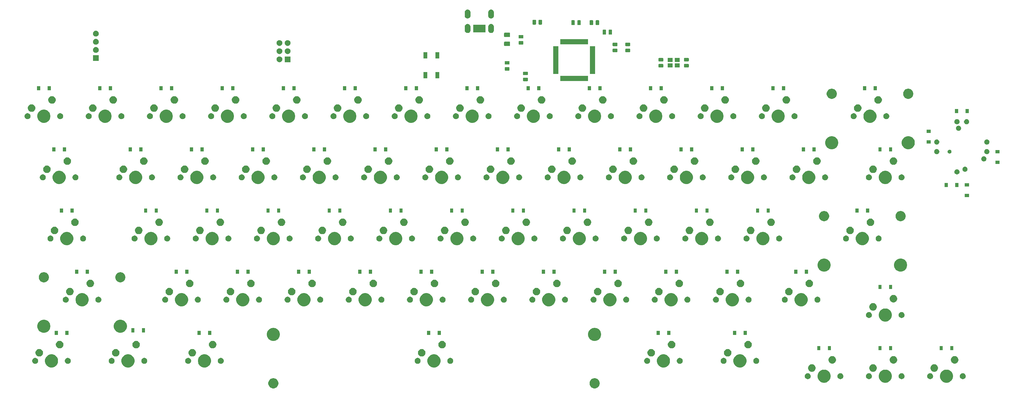
<source format=gbs>
G04 #@! TF.GenerationSoftware,KiCad,Pcbnew,(5.1.5)-3*
G04 #@! TF.CreationDate,2020-03-25T22:32:38+08:00*
G04 #@! TF.ProjectId,PCB Design,50434220-4465-4736-9967-6e2e6b696361,rev?*
G04 #@! TF.SameCoordinates,Original*
G04 #@! TF.FileFunction,Soldermask,Bot*
G04 #@! TF.FilePolarity,Negative*
%FSLAX46Y46*%
G04 Gerber Fmt 4.6, Leading zero omitted, Abs format (unit mm)*
G04 Created by KiCad (PCBNEW (5.1.5)-3) date 2020-03-25 22:32:38*
%MOMM*%
%LPD*%
G04 APERTURE LIST*
%ADD10C,0.100000*%
G04 APERTURE END LIST*
D10*
G36*
X205240561Y-127708026D02*
G01*
X205359287Y-127757204D01*
X205527191Y-127826752D01*
X205527192Y-127826753D01*
X205785154Y-127999117D01*
X206004533Y-128218496D01*
X206119703Y-128390861D01*
X206176898Y-128476459D01*
X206295624Y-128763090D01*
X206356150Y-129067375D01*
X206356150Y-129377625D01*
X206295624Y-129681910D01*
X206176898Y-129968541D01*
X206176897Y-129968542D01*
X206004533Y-130226504D01*
X205785154Y-130445883D01*
X205612789Y-130561053D01*
X205527191Y-130618248D01*
X205359287Y-130687796D01*
X205240561Y-130736974D01*
X204936275Y-130797500D01*
X204626025Y-130797500D01*
X204321739Y-130736974D01*
X204203013Y-130687796D01*
X204035109Y-130618248D01*
X203949511Y-130561053D01*
X203777146Y-130445883D01*
X203557767Y-130226504D01*
X203385403Y-129968542D01*
X203385402Y-129968541D01*
X203266676Y-129681910D01*
X203206150Y-129377625D01*
X203206150Y-129067375D01*
X203266676Y-128763090D01*
X203385402Y-128476459D01*
X203442597Y-128390861D01*
X203557767Y-128218496D01*
X203777146Y-127999117D01*
X204035108Y-127826753D01*
X204035109Y-127826752D01*
X204203013Y-127757204D01*
X204321739Y-127708026D01*
X204626025Y-127647500D01*
X204936275Y-127647500D01*
X205240561Y-127708026D01*
G37*
G36*
X105240761Y-127708026D02*
G01*
X105359487Y-127757204D01*
X105527391Y-127826752D01*
X105527392Y-127826753D01*
X105785354Y-127999117D01*
X106004733Y-128218496D01*
X106119903Y-128390861D01*
X106177098Y-128476459D01*
X106295824Y-128763090D01*
X106356350Y-129067375D01*
X106356350Y-129377625D01*
X106295824Y-129681910D01*
X106177098Y-129968541D01*
X106177097Y-129968542D01*
X106004733Y-130226504D01*
X105785354Y-130445883D01*
X105612989Y-130561053D01*
X105527391Y-130618248D01*
X105359487Y-130687796D01*
X105240761Y-130736974D01*
X104936475Y-130797500D01*
X104626225Y-130797500D01*
X104321939Y-130736974D01*
X104203213Y-130687796D01*
X104035309Y-130618248D01*
X103949711Y-130561053D01*
X103777346Y-130445883D01*
X103557967Y-130226504D01*
X103385603Y-129968542D01*
X103385602Y-129968541D01*
X103266876Y-129681910D01*
X103206350Y-129377625D01*
X103206350Y-129067375D01*
X103266876Y-128763090D01*
X103385602Y-128476459D01*
X103442797Y-128390861D01*
X103557967Y-128218496D01*
X103777346Y-127999117D01*
X104035308Y-127826753D01*
X104035309Y-127826752D01*
X104203213Y-127757204D01*
X104321939Y-127708026D01*
X104626225Y-127647500D01*
X104936475Y-127647500D01*
X105240761Y-127708026D01*
G37*
G36*
X295871474Y-125033684D02*
G01*
X296089474Y-125123983D01*
X296243623Y-125187833D01*
X296578548Y-125411623D01*
X296863377Y-125696452D01*
X297087167Y-126031377D01*
X297119562Y-126109586D01*
X297241316Y-126403526D01*
X297319900Y-126798594D01*
X297319900Y-127201406D01*
X297241316Y-127596474D01*
X297190451Y-127719272D01*
X297087167Y-127968623D01*
X296863377Y-128303548D01*
X296578548Y-128588377D01*
X296243623Y-128812167D01*
X296089474Y-128876017D01*
X295871474Y-128966316D01*
X295476406Y-129044900D01*
X295073594Y-129044900D01*
X294678526Y-128966316D01*
X294460526Y-128876017D01*
X294306377Y-128812167D01*
X293971452Y-128588377D01*
X293686623Y-128303548D01*
X293462833Y-127968623D01*
X293359549Y-127719272D01*
X293308684Y-127596474D01*
X293230100Y-127201406D01*
X293230100Y-126798594D01*
X293308684Y-126403526D01*
X293430438Y-126109586D01*
X293462833Y-126031377D01*
X293686623Y-125696452D01*
X293971452Y-125411623D01*
X294306377Y-125187833D01*
X294460526Y-125123983D01*
X294678526Y-125033684D01*
X295073594Y-124955100D01*
X295476406Y-124955100D01*
X295871474Y-125033684D01*
G37*
G36*
X276821474Y-125033684D02*
G01*
X277039474Y-125123983D01*
X277193623Y-125187833D01*
X277528548Y-125411623D01*
X277813377Y-125696452D01*
X278037167Y-126031377D01*
X278069562Y-126109586D01*
X278191316Y-126403526D01*
X278269900Y-126798594D01*
X278269900Y-127201406D01*
X278191316Y-127596474D01*
X278140451Y-127719272D01*
X278037167Y-127968623D01*
X277813377Y-128303548D01*
X277528548Y-128588377D01*
X277193623Y-128812167D01*
X277039474Y-128876017D01*
X276821474Y-128966316D01*
X276426406Y-129044900D01*
X276023594Y-129044900D01*
X275628526Y-128966316D01*
X275410526Y-128876017D01*
X275256377Y-128812167D01*
X274921452Y-128588377D01*
X274636623Y-128303548D01*
X274412833Y-127968623D01*
X274309549Y-127719272D01*
X274258684Y-127596474D01*
X274180100Y-127201406D01*
X274180100Y-126798594D01*
X274258684Y-126403526D01*
X274380438Y-126109586D01*
X274412833Y-126031377D01*
X274636623Y-125696452D01*
X274921452Y-125411623D01*
X275256377Y-125187833D01*
X275410526Y-125123983D01*
X275628526Y-125033684D01*
X276023594Y-124955100D01*
X276426406Y-124955100D01*
X276821474Y-125033684D01*
G37*
G36*
X314921474Y-125033684D02*
G01*
X315139474Y-125123983D01*
X315293623Y-125187833D01*
X315628548Y-125411623D01*
X315913377Y-125696452D01*
X316137167Y-126031377D01*
X316169562Y-126109586D01*
X316291316Y-126403526D01*
X316369900Y-126798594D01*
X316369900Y-127201406D01*
X316291316Y-127596474D01*
X316240451Y-127719272D01*
X316137167Y-127968623D01*
X315913377Y-128303548D01*
X315628548Y-128588377D01*
X315293623Y-128812167D01*
X315139474Y-128876017D01*
X314921474Y-128966316D01*
X314526406Y-129044900D01*
X314123594Y-129044900D01*
X313728526Y-128966316D01*
X313510526Y-128876017D01*
X313356377Y-128812167D01*
X313021452Y-128588377D01*
X312736623Y-128303548D01*
X312512833Y-127968623D01*
X312409549Y-127719272D01*
X312358684Y-127596474D01*
X312280100Y-127201406D01*
X312280100Y-126798594D01*
X312358684Y-126403526D01*
X312480438Y-126109586D01*
X312512833Y-126031377D01*
X312736623Y-125696452D01*
X313021452Y-125411623D01*
X313356377Y-125187833D01*
X313510526Y-125123983D01*
X313728526Y-125033684D01*
X314123594Y-124955100D01*
X314526406Y-124955100D01*
X314921474Y-125033684D01*
G37*
G36*
X271415104Y-126109585D02*
G01*
X271583626Y-126179389D01*
X271735291Y-126280728D01*
X271864272Y-126409709D01*
X271965611Y-126561374D01*
X272035415Y-126729896D01*
X272071000Y-126908797D01*
X272071000Y-127091203D01*
X272035415Y-127270104D01*
X271965611Y-127438626D01*
X271864272Y-127590291D01*
X271735291Y-127719272D01*
X271583626Y-127820611D01*
X271415104Y-127890415D01*
X271236203Y-127926000D01*
X271053797Y-127926000D01*
X270874896Y-127890415D01*
X270706374Y-127820611D01*
X270554709Y-127719272D01*
X270425728Y-127590291D01*
X270324389Y-127438626D01*
X270254585Y-127270104D01*
X270219000Y-127091203D01*
X270219000Y-126908797D01*
X270254585Y-126729896D01*
X270324389Y-126561374D01*
X270425728Y-126409709D01*
X270554709Y-126280728D01*
X270706374Y-126179389D01*
X270874896Y-126109585D01*
X271053797Y-126074000D01*
X271236203Y-126074000D01*
X271415104Y-126109585D01*
G37*
G36*
X281575104Y-126109585D02*
G01*
X281743626Y-126179389D01*
X281895291Y-126280728D01*
X282024272Y-126409709D01*
X282125611Y-126561374D01*
X282195415Y-126729896D01*
X282231000Y-126908797D01*
X282231000Y-127091203D01*
X282195415Y-127270104D01*
X282125611Y-127438626D01*
X282024272Y-127590291D01*
X281895291Y-127719272D01*
X281743626Y-127820611D01*
X281575104Y-127890415D01*
X281396203Y-127926000D01*
X281213797Y-127926000D01*
X281034896Y-127890415D01*
X280866374Y-127820611D01*
X280714709Y-127719272D01*
X280585728Y-127590291D01*
X280484389Y-127438626D01*
X280414585Y-127270104D01*
X280379000Y-127091203D01*
X280379000Y-126908797D01*
X280414585Y-126729896D01*
X280484389Y-126561374D01*
X280585728Y-126409709D01*
X280714709Y-126280728D01*
X280866374Y-126179389D01*
X281034896Y-126109585D01*
X281213797Y-126074000D01*
X281396203Y-126074000D01*
X281575104Y-126109585D01*
G37*
G36*
X319675104Y-126109585D02*
G01*
X319843626Y-126179389D01*
X319995291Y-126280728D01*
X320124272Y-126409709D01*
X320225611Y-126561374D01*
X320295415Y-126729896D01*
X320331000Y-126908797D01*
X320331000Y-127091203D01*
X320295415Y-127270104D01*
X320225611Y-127438626D01*
X320124272Y-127590291D01*
X319995291Y-127719272D01*
X319843626Y-127820611D01*
X319675104Y-127890415D01*
X319496203Y-127926000D01*
X319313797Y-127926000D01*
X319134896Y-127890415D01*
X318966374Y-127820611D01*
X318814709Y-127719272D01*
X318685728Y-127590291D01*
X318584389Y-127438626D01*
X318514585Y-127270104D01*
X318479000Y-127091203D01*
X318479000Y-126908797D01*
X318514585Y-126729896D01*
X318584389Y-126561374D01*
X318685728Y-126409709D01*
X318814709Y-126280728D01*
X318966374Y-126179389D01*
X319134896Y-126109585D01*
X319313797Y-126074000D01*
X319496203Y-126074000D01*
X319675104Y-126109585D01*
G37*
G36*
X309515104Y-126109585D02*
G01*
X309683626Y-126179389D01*
X309835291Y-126280728D01*
X309964272Y-126409709D01*
X310065611Y-126561374D01*
X310135415Y-126729896D01*
X310171000Y-126908797D01*
X310171000Y-127091203D01*
X310135415Y-127270104D01*
X310065611Y-127438626D01*
X309964272Y-127590291D01*
X309835291Y-127719272D01*
X309683626Y-127820611D01*
X309515104Y-127890415D01*
X309336203Y-127926000D01*
X309153797Y-127926000D01*
X308974896Y-127890415D01*
X308806374Y-127820611D01*
X308654709Y-127719272D01*
X308525728Y-127590291D01*
X308424389Y-127438626D01*
X308354585Y-127270104D01*
X308319000Y-127091203D01*
X308319000Y-126908797D01*
X308354585Y-126729896D01*
X308424389Y-126561374D01*
X308525728Y-126409709D01*
X308654709Y-126280728D01*
X308806374Y-126179389D01*
X308974896Y-126109585D01*
X309153797Y-126074000D01*
X309336203Y-126074000D01*
X309515104Y-126109585D01*
G37*
G36*
X290465104Y-126109585D02*
G01*
X290633626Y-126179389D01*
X290785291Y-126280728D01*
X290914272Y-126409709D01*
X291015611Y-126561374D01*
X291085415Y-126729896D01*
X291121000Y-126908797D01*
X291121000Y-127091203D01*
X291085415Y-127270104D01*
X291015611Y-127438626D01*
X290914272Y-127590291D01*
X290785291Y-127719272D01*
X290633626Y-127820611D01*
X290465104Y-127890415D01*
X290286203Y-127926000D01*
X290103797Y-127926000D01*
X289924896Y-127890415D01*
X289756374Y-127820611D01*
X289604709Y-127719272D01*
X289475728Y-127590291D01*
X289374389Y-127438626D01*
X289304585Y-127270104D01*
X289269000Y-127091203D01*
X289269000Y-126908797D01*
X289304585Y-126729896D01*
X289374389Y-126561374D01*
X289475728Y-126409709D01*
X289604709Y-126280728D01*
X289756374Y-126179389D01*
X289924896Y-126109585D01*
X290103797Y-126074000D01*
X290286203Y-126074000D01*
X290465104Y-126109585D01*
G37*
G36*
X300625104Y-126109585D02*
G01*
X300793626Y-126179389D01*
X300945291Y-126280728D01*
X301074272Y-126409709D01*
X301175611Y-126561374D01*
X301245415Y-126729896D01*
X301281000Y-126908797D01*
X301281000Y-127091203D01*
X301245415Y-127270104D01*
X301175611Y-127438626D01*
X301074272Y-127590291D01*
X300945291Y-127719272D01*
X300793626Y-127820611D01*
X300625104Y-127890415D01*
X300446203Y-127926000D01*
X300263797Y-127926000D01*
X300084896Y-127890415D01*
X299916374Y-127820611D01*
X299764709Y-127719272D01*
X299635728Y-127590291D01*
X299534389Y-127438626D01*
X299464585Y-127270104D01*
X299429000Y-127091203D01*
X299429000Y-126908797D01*
X299464585Y-126729896D01*
X299534389Y-126561374D01*
X299635728Y-126409709D01*
X299764709Y-126280728D01*
X299916374Y-126179389D01*
X300084896Y-126109585D01*
X300263797Y-126074000D01*
X300446203Y-126074000D01*
X300625104Y-126109585D01*
G37*
G36*
X310706560Y-123299064D02*
G01*
X310858027Y-123329193D01*
X311072045Y-123417842D01*
X311072046Y-123417843D01*
X311264654Y-123546539D01*
X311428461Y-123710346D01*
X311505656Y-123825877D01*
X311557158Y-123902955D01*
X311645807Y-124116973D01*
X311691000Y-124344174D01*
X311691000Y-124575826D01*
X311645807Y-124803027D01*
X311557158Y-125017045D01*
X311557157Y-125017046D01*
X311428461Y-125209654D01*
X311264654Y-125373461D01*
X311207540Y-125411623D01*
X311072045Y-125502158D01*
X310858027Y-125590807D01*
X310706560Y-125620936D01*
X310630827Y-125636000D01*
X310399173Y-125636000D01*
X310323440Y-125620936D01*
X310171973Y-125590807D01*
X309957955Y-125502158D01*
X309822460Y-125411623D01*
X309765346Y-125373461D01*
X309601539Y-125209654D01*
X309472843Y-125017046D01*
X309472842Y-125017045D01*
X309384193Y-124803027D01*
X309339000Y-124575826D01*
X309339000Y-124344174D01*
X309384193Y-124116973D01*
X309472842Y-123902955D01*
X309524344Y-123825877D01*
X309601539Y-123710346D01*
X309765346Y-123546539D01*
X309957954Y-123417843D01*
X309957955Y-123417842D01*
X310171973Y-123329193D01*
X310323440Y-123299064D01*
X310399173Y-123284000D01*
X310630827Y-123284000D01*
X310706560Y-123299064D01*
G37*
G36*
X272606560Y-123299064D02*
G01*
X272758027Y-123329193D01*
X272972045Y-123417842D01*
X272972046Y-123417843D01*
X273164654Y-123546539D01*
X273328461Y-123710346D01*
X273405656Y-123825877D01*
X273457158Y-123902955D01*
X273545807Y-124116973D01*
X273591000Y-124344174D01*
X273591000Y-124575826D01*
X273545807Y-124803027D01*
X273457158Y-125017045D01*
X273457157Y-125017046D01*
X273328461Y-125209654D01*
X273164654Y-125373461D01*
X273107540Y-125411623D01*
X272972045Y-125502158D01*
X272758027Y-125590807D01*
X272606560Y-125620936D01*
X272530827Y-125636000D01*
X272299173Y-125636000D01*
X272223440Y-125620936D01*
X272071973Y-125590807D01*
X271857955Y-125502158D01*
X271722460Y-125411623D01*
X271665346Y-125373461D01*
X271501539Y-125209654D01*
X271372843Y-125017046D01*
X271372842Y-125017045D01*
X271284193Y-124803027D01*
X271239000Y-124575826D01*
X271239000Y-124344174D01*
X271284193Y-124116973D01*
X271372842Y-123902955D01*
X271424344Y-123825877D01*
X271501539Y-123710346D01*
X271665346Y-123546539D01*
X271857954Y-123417843D01*
X271857955Y-123417842D01*
X272071973Y-123329193D01*
X272223440Y-123299064D01*
X272299173Y-123284000D01*
X272530827Y-123284000D01*
X272606560Y-123299064D01*
G37*
G36*
X291656560Y-123299064D02*
G01*
X291808027Y-123329193D01*
X292022045Y-123417842D01*
X292022046Y-123417843D01*
X292214654Y-123546539D01*
X292378461Y-123710346D01*
X292455656Y-123825877D01*
X292507158Y-123902955D01*
X292595807Y-124116973D01*
X292641000Y-124344174D01*
X292641000Y-124575826D01*
X292595807Y-124803027D01*
X292507158Y-125017045D01*
X292507157Y-125017046D01*
X292378461Y-125209654D01*
X292214654Y-125373461D01*
X292157540Y-125411623D01*
X292022045Y-125502158D01*
X291808027Y-125590807D01*
X291656560Y-125620936D01*
X291580827Y-125636000D01*
X291349173Y-125636000D01*
X291273440Y-125620936D01*
X291121973Y-125590807D01*
X290907955Y-125502158D01*
X290772460Y-125411623D01*
X290715346Y-125373461D01*
X290551539Y-125209654D01*
X290422843Y-125017046D01*
X290422842Y-125017045D01*
X290334193Y-124803027D01*
X290289000Y-124575826D01*
X290289000Y-124344174D01*
X290334193Y-124116973D01*
X290422842Y-123902955D01*
X290474344Y-123825877D01*
X290551539Y-123710346D01*
X290715346Y-123546539D01*
X290907954Y-123417843D01*
X290907955Y-123417842D01*
X291121973Y-123329193D01*
X291273440Y-123299064D01*
X291349173Y-123284000D01*
X291580827Y-123284000D01*
X291656560Y-123299064D01*
G37*
G36*
X155377724Y-120271184D02*
G01*
X155595724Y-120361483D01*
X155749873Y-120425333D01*
X156084798Y-120649123D01*
X156369627Y-120933952D01*
X156593417Y-121268877D01*
X156625812Y-121347086D01*
X156747566Y-121641026D01*
X156826150Y-122036094D01*
X156826150Y-122438906D01*
X156747566Y-122833974D01*
X156696701Y-122956772D01*
X156593417Y-123206123D01*
X156369627Y-123541048D01*
X156084798Y-123825877D01*
X155749873Y-124049667D01*
X155595724Y-124113517D01*
X155377724Y-124203816D01*
X154982656Y-124282400D01*
X154579844Y-124282400D01*
X154184776Y-124203816D01*
X153966776Y-124113517D01*
X153812627Y-124049667D01*
X153477702Y-123825877D01*
X153192873Y-123541048D01*
X152969083Y-123206123D01*
X152865799Y-122956772D01*
X152814934Y-122833974D01*
X152736350Y-122438906D01*
X152736350Y-122036094D01*
X152814934Y-121641026D01*
X152936688Y-121347086D01*
X152969083Y-121268877D01*
X153192873Y-120933952D01*
X153477702Y-120649123D01*
X153812627Y-120425333D01*
X153966776Y-120361483D01*
X154184776Y-120271184D01*
X154579844Y-120192600D01*
X154982656Y-120192600D01*
X155377724Y-120271184D01*
G37*
G36*
X250627724Y-120271184D02*
G01*
X250845724Y-120361483D01*
X250999873Y-120425333D01*
X251334798Y-120649123D01*
X251619627Y-120933952D01*
X251843417Y-121268877D01*
X251875812Y-121347086D01*
X251997566Y-121641026D01*
X252076150Y-122036094D01*
X252076150Y-122438906D01*
X251997566Y-122833974D01*
X251946701Y-122956772D01*
X251843417Y-123206123D01*
X251619627Y-123541048D01*
X251334798Y-123825877D01*
X250999873Y-124049667D01*
X250845724Y-124113517D01*
X250627724Y-124203816D01*
X250232656Y-124282400D01*
X249829844Y-124282400D01*
X249434776Y-124203816D01*
X249216776Y-124113517D01*
X249062627Y-124049667D01*
X248727702Y-123825877D01*
X248442873Y-123541048D01*
X248219083Y-123206123D01*
X248115799Y-122956772D01*
X248064934Y-122833974D01*
X247986350Y-122438906D01*
X247986350Y-122036094D01*
X248064934Y-121641026D01*
X248186688Y-121347086D01*
X248219083Y-121268877D01*
X248442873Y-120933952D01*
X248727702Y-120649123D01*
X249062627Y-120425333D01*
X249216776Y-120361483D01*
X249434776Y-120271184D01*
X249829844Y-120192600D01*
X250232656Y-120192600D01*
X250627724Y-120271184D01*
G37*
G36*
X83940224Y-120271184D02*
G01*
X84158224Y-120361483D01*
X84312373Y-120425333D01*
X84647298Y-120649123D01*
X84932127Y-120933952D01*
X85155917Y-121268877D01*
X85188312Y-121347086D01*
X85310066Y-121641026D01*
X85388650Y-122036094D01*
X85388650Y-122438906D01*
X85310066Y-122833974D01*
X85259201Y-122956772D01*
X85155917Y-123206123D01*
X84932127Y-123541048D01*
X84647298Y-123825877D01*
X84312373Y-124049667D01*
X84158224Y-124113517D01*
X83940224Y-124203816D01*
X83545156Y-124282400D01*
X83142344Y-124282400D01*
X82747276Y-124203816D01*
X82529276Y-124113517D01*
X82375127Y-124049667D01*
X82040202Y-123825877D01*
X81755373Y-123541048D01*
X81531583Y-123206123D01*
X81428299Y-122956772D01*
X81377434Y-122833974D01*
X81298850Y-122438906D01*
X81298850Y-122036094D01*
X81377434Y-121641026D01*
X81499188Y-121347086D01*
X81531583Y-121268877D01*
X81755373Y-120933952D01*
X82040202Y-120649123D01*
X82375127Y-120425333D01*
X82529276Y-120361483D01*
X82747276Y-120271184D01*
X83142344Y-120192600D01*
X83545156Y-120192600D01*
X83940224Y-120271184D01*
G37*
G36*
X36315224Y-120271184D02*
G01*
X36533224Y-120361483D01*
X36687373Y-120425333D01*
X37022298Y-120649123D01*
X37307127Y-120933952D01*
X37530917Y-121268877D01*
X37563312Y-121347086D01*
X37685066Y-121641026D01*
X37763650Y-122036094D01*
X37763650Y-122438906D01*
X37685066Y-122833974D01*
X37634201Y-122956772D01*
X37530917Y-123206123D01*
X37307127Y-123541048D01*
X37022298Y-123825877D01*
X36687373Y-124049667D01*
X36533224Y-124113517D01*
X36315224Y-124203816D01*
X35920156Y-124282400D01*
X35517344Y-124282400D01*
X35122276Y-124203816D01*
X34904276Y-124113517D01*
X34750127Y-124049667D01*
X34415202Y-123825877D01*
X34130373Y-123541048D01*
X33906583Y-123206123D01*
X33803299Y-122956772D01*
X33752434Y-122833974D01*
X33673850Y-122438906D01*
X33673850Y-122036094D01*
X33752434Y-121641026D01*
X33874188Y-121347086D01*
X33906583Y-121268877D01*
X34130373Y-120933952D01*
X34415202Y-120649123D01*
X34750127Y-120425333D01*
X34904276Y-120361483D01*
X35122276Y-120271184D01*
X35517344Y-120192600D01*
X35920156Y-120192600D01*
X36315224Y-120271184D01*
G37*
G36*
X226815224Y-120271184D02*
G01*
X227033224Y-120361483D01*
X227187373Y-120425333D01*
X227522298Y-120649123D01*
X227807127Y-120933952D01*
X228030917Y-121268877D01*
X228063312Y-121347086D01*
X228185066Y-121641026D01*
X228263650Y-122036094D01*
X228263650Y-122438906D01*
X228185066Y-122833974D01*
X228134201Y-122956772D01*
X228030917Y-123206123D01*
X227807127Y-123541048D01*
X227522298Y-123825877D01*
X227187373Y-124049667D01*
X227033224Y-124113517D01*
X226815224Y-124203816D01*
X226420156Y-124282400D01*
X226017344Y-124282400D01*
X225622276Y-124203816D01*
X225404276Y-124113517D01*
X225250127Y-124049667D01*
X224915202Y-123825877D01*
X224630373Y-123541048D01*
X224406583Y-123206123D01*
X224303299Y-122956772D01*
X224252434Y-122833974D01*
X224173850Y-122438906D01*
X224173850Y-122036094D01*
X224252434Y-121641026D01*
X224374188Y-121347086D01*
X224406583Y-121268877D01*
X224630373Y-120933952D01*
X224915202Y-120649123D01*
X225250127Y-120425333D01*
X225404276Y-120361483D01*
X225622276Y-120271184D01*
X226017344Y-120192600D01*
X226420156Y-120192600D01*
X226815224Y-120271184D01*
G37*
G36*
X60127724Y-120271184D02*
G01*
X60345724Y-120361483D01*
X60499873Y-120425333D01*
X60834798Y-120649123D01*
X61119627Y-120933952D01*
X61343417Y-121268877D01*
X61375812Y-121347086D01*
X61497566Y-121641026D01*
X61576150Y-122036094D01*
X61576150Y-122438906D01*
X61497566Y-122833974D01*
X61446701Y-122956772D01*
X61343417Y-123206123D01*
X61119627Y-123541048D01*
X60834798Y-123825877D01*
X60499873Y-124049667D01*
X60345724Y-124113517D01*
X60127724Y-124203816D01*
X59732656Y-124282400D01*
X59329844Y-124282400D01*
X58934776Y-124203816D01*
X58716776Y-124113517D01*
X58562627Y-124049667D01*
X58227702Y-123825877D01*
X57942873Y-123541048D01*
X57719083Y-123206123D01*
X57615799Y-122956772D01*
X57564934Y-122833974D01*
X57486350Y-122438906D01*
X57486350Y-122036094D01*
X57564934Y-121641026D01*
X57686688Y-121347086D01*
X57719083Y-121268877D01*
X57942873Y-120933952D01*
X58227702Y-120649123D01*
X58562627Y-120425333D01*
X58716776Y-120361483D01*
X58934776Y-120271184D01*
X59329844Y-120192600D01*
X59732656Y-120192600D01*
X60127724Y-120271184D01*
G37*
G36*
X88693854Y-121347085D02*
G01*
X88862376Y-121416889D01*
X89014041Y-121518228D01*
X89143022Y-121647209D01*
X89244361Y-121798874D01*
X89314165Y-121967396D01*
X89349750Y-122146297D01*
X89349750Y-122328703D01*
X89314165Y-122507604D01*
X89244361Y-122676126D01*
X89143022Y-122827791D01*
X89014041Y-122956772D01*
X88862376Y-123058111D01*
X88693854Y-123127915D01*
X88514953Y-123163500D01*
X88332547Y-123163500D01*
X88153646Y-123127915D01*
X87985124Y-123058111D01*
X87833459Y-122956772D01*
X87704478Y-122827791D01*
X87603139Y-122676126D01*
X87533335Y-122507604D01*
X87497750Y-122328703D01*
X87497750Y-122146297D01*
X87533335Y-121967396D01*
X87603139Y-121798874D01*
X87704478Y-121647209D01*
X87833459Y-121518228D01*
X87985124Y-121416889D01*
X88153646Y-121347085D01*
X88332547Y-121311500D01*
X88514953Y-121311500D01*
X88693854Y-121347085D01*
G37*
G36*
X78533854Y-121347085D02*
G01*
X78702376Y-121416889D01*
X78854041Y-121518228D01*
X78983022Y-121647209D01*
X79084361Y-121798874D01*
X79154165Y-121967396D01*
X79189750Y-122146297D01*
X79189750Y-122328703D01*
X79154165Y-122507604D01*
X79084361Y-122676126D01*
X78983022Y-122827791D01*
X78854041Y-122956772D01*
X78702376Y-123058111D01*
X78533854Y-123127915D01*
X78354953Y-123163500D01*
X78172547Y-123163500D01*
X77993646Y-123127915D01*
X77825124Y-123058111D01*
X77673459Y-122956772D01*
X77544478Y-122827791D01*
X77443139Y-122676126D01*
X77373335Y-122507604D01*
X77337750Y-122328703D01*
X77337750Y-122146297D01*
X77373335Y-121967396D01*
X77443139Y-121798874D01*
X77544478Y-121647209D01*
X77673459Y-121518228D01*
X77825124Y-121416889D01*
X77993646Y-121347085D01*
X78172547Y-121311500D01*
X78354953Y-121311500D01*
X78533854Y-121347085D01*
G37*
G36*
X245221354Y-121347085D02*
G01*
X245389876Y-121416889D01*
X245541541Y-121518228D01*
X245670522Y-121647209D01*
X245771861Y-121798874D01*
X245841665Y-121967396D01*
X245877250Y-122146297D01*
X245877250Y-122328703D01*
X245841665Y-122507604D01*
X245771861Y-122676126D01*
X245670522Y-122827791D01*
X245541541Y-122956772D01*
X245389876Y-123058111D01*
X245221354Y-123127915D01*
X245042453Y-123163500D01*
X244860047Y-123163500D01*
X244681146Y-123127915D01*
X244512624Y-123058111D01*
X244360959Y-122956772D01*
X244231978Y-122827791D01*
X244130639Y-122676126D01*
X244060835Y-122507604D01*
X244025250Y-122328703D01*
X244025250Y-122146297D01*
X244060835Y-121967396D01*
X244130639Y-121798874D01*
X244231978Y-121647209D01*
X244360959Y-121518228D01*
X244512624Y-121416889D01*
X244681146Y-121347085D01*
X244860047Y-121311500D01*
X245042453Y-121311500D01*
X245221354Y-121347085D01*
G37*
G36*
X255381354Y-121347085D02*
G01*
X255549876Y-121416889D01*
X255701541Y-121518228D01*
X255830522Y-121647209D01*
X255931861Y-121798874D01*
X256001665Y-121967396D01*
X256037250Y-122146297D01*
X256037250Y-122328703D01*
X256001665Y-122507604D01*
X255931861Y-122676126D01*
X255830522Y-122827791D01*
X255701541Y-122956772D01*
X255549876Y-123058111D01*
X255381354Y-123127915D01*
X255202453Y-123163500D01*
X255020047Y-123163500D01*
X254841146Y-123127915D01*
X254672624Y-123058111D01*
X254520959Y-122956772D01*
X254391978Y-122827791D01*
X254290639Y-122676126D01*
X254220835Y-122507604D01*
X254185250Y-122328703D01*
X254185250Y-122146297D01*
X254220835Y-121967396D01*
X254290639Y-121798874D01*
X254391978Y-121647209D01*
X254520959Y-121518228D01*
X254672624Y-121416889D01*
X254841146Y-121347085D01*
X255020047Y-121311500D01*
X255202453Y-121311500D01*
X255381354Y-121347085D01*
G37*
G36*
X41068854Y-121347085D02*
G01*
X41237376Y-121416889D01*
X41389041Y-121518228D01*
X41518022Y-121647209D01*
X41619361Y-121798874D01*
X41689165Y-121967396D01*
X41724750Y-122146297D01*
X41724750Y-122328703D01*
X41689165Y-122507604D01*
X41619361Y-122676126D01*
X41518022Y-122827791D01*
X41389041Y-122956772D01*
X41237376Y-123058111D01*
X41068854Y-123127915D01*
X40889953Y-123163500D01*
X40707547Y-123163500D01*
X40528646Y-123127915D01*
X40360124Y-123058111D01*
X40208459Y-122956772D01*
X40079478Y-122827791D01*
X39978139Y-122676126D01*
X39908335Y-122507604D01*
X39872750Y-122328703D01*
X39872750Y-122146297D01*
X39908335Y-121967396D01*
X39978139Y-121798874D01*
X40079478Y-121647209D01*
X40208459Y-121518228D01*
X40360124Y-121416889D01*
X40528646Y-121347085D01*
X40707547Y-121311500D01*
X40889953Y-121311500D01*
X41068854Y-121347085D01*
G37*
G36*
X30908854Y-121347085D02*
G01*
X31077376Y-121416889D01*
X31229041Y-121518228D01*
X31358022Y-121647209D01*
X31459361Y-121798874D01*
X31529165Y-121967396D01*
X31564750Y-122146297D01*
X31564750Y-122328703D01*
X31529165Y-122507604D01*
X31459361Y-122676126D01*
X31358022Y-122827791D01*
X31229041Y-122956772D01*
X31077376Y-123058111D01*
X30908854Y-123127915D01*
X30729953Y-123163500D01*
X30547547Y-123163500D01*
X30368646Y-123127915D01*
X30200124Y-123058111D01*
X30048459Y-122956772D01*
X29919478Y-122827791D01*
X29818139Y-122676126D01*
X29748335Y-122507604D01*
X29712750Y-122328703D01*
X29712750Y-122146297D01*
X29748335Y-121967396D01*
X29818139Y-121798874D01*
X29919478Y-121647209D01*
X30048459Y-121518228D01*
X30200124Y-121416889D01*
X30368646Y-121347085D01*
X30547547Y-121311500D01*
X30729953Y-121311500D01*
X30908854Y-121347085D01*
G37*
G36*
X231568854Y-121347085D02*
G01*
X231737376Y-121416889D01*
X231889041Y-121518228D01*
X232018022Y-121647209D01*
X232119361Y-121798874D01*
X232189165Y-121967396D01*
X232224750Y-122146297D01*
X232224750Y-122328703D01*
X232189165Y-122507604D01*
X232119361Y-122676126D01*
X232018022Y-122827791D01*
X231889041Y-122956772D01*
X231737376Y-123058111D01*
X231568854Y-123127915D01*
X231389953Y-123163500D01*
X231207547Y-123163500D01*
X231028646Y-123127915D01*
X230860124Y-123058111D01*
X230708459Y-122956772D01*
X230579478Y-122827791D01*
X230478139Y-122676126D01*
X230408335Y-122507604D01*
X230372750Y-122328703D01*
X230372750Y-122146297D01*
X230408335Y-121967396D01*
X230478139Y-121798874D01*
X230579478Y-121647209D01*
X230708459Y-121518228D01*
X230860124Y-121416889D01*
X231028646Y-121347085D01*
X231207547Y-121311500D01*
X231389953Y-121311500D01*
X231568854Y-121347085D01*
G37*
G36*
X64881354Y-121347085D02*
G01*
X65049876Y-121416889D01*
X65201541Y-121518228D01*
X65330522Y-121647209D01*
X65431861Y-121798874D01*
X65501665Y-121967396D01*
X65537250Y-122146297D01*
X65537250Y-122328703D01*
X65501665Y-122507604D01*
X65431861Y-122676126D01*
X65330522Y-122827791D01*
X65201541Y-122956772D01*
X65049876Y-123058111D01*
X64881354Y-123127915D01*
X64702453Y-123163500D01*
X64520047Y-123163500D01*
X64341146Y-123127915D01*
X64172624Y-123058111D01*
X64020959Y-122956772D01*
X63891978Y-122827791D01*
X63790639Y-122676126D01*
X63720835Y-122507604D01*
X63685250Y-122328703D01*
X63685250Y-122146297D01*
X63720835Y-121967396D01*
X63790639Y-121798874D01*
X63891978Y-121647209D01*
X64020959Y-121518228D01*
X64172624Y-121416889D01*
X64341146Y-121347085D01*
X64520047Y-121311500D01*
X64702453Y-121311500D01*
X64881354Y-121347085D01*
G37*
G36*
X54721354Y-121347085D02*
G01*
X54889876Y-121416889D01*
X55041541Y-121518228D01*
X55170522Y-121647209D01*
X55271861Y-121798874D01*
X55341665Y-121967396D01*
X55377250Y-122146297D01*
X55377250Y-122328703D01*
X55341665Y-122507604D01*
X55271861Y-122676126D01*
X55170522Y-122827791D01*
X55041541Y-122956772D01*
X54889876Y-123058111D01*
X54721354Y-123127915D01*
X54542453Y-123163500D01*
X54360047Y-123163500D01*
X54181146Y-123127915D01*
X54012624Y-123058111D01*
X53860959Y-122956772D01*
X53731978Y-122827791D01*
X53630639Y-122676126D01*
X53560835Y-122507604D01*
X53525250Y-122328703D01*
X53525250Y-122146297D01*
X53560835Y-121967396D01*
X53630639Y-121798874D01*
X53731978Y-121647209D01*
X53860959Y-121518228D01*
X54012624Y-121416889D01*
X54181146Y-121347085D01*
X54360047Y-121311500D01*
X54542453Y-121311500D01*
X54721354Y-121347085D01*
G37*
G36*
X149971354Y-121347085D02*
G01*
X150139876Y-121416889D01*
X150291541Y-121518228D01*
X150420522Y-121647209D01*
X150521861Y-121798874D01*
X150591665Y-121967396D01*
X150627250Y-122146297D01*
X150627250Y-122328703D01*
X150591665Y-122507604D01*
X150521861Y-122676126D01*
X150420522Y-122827791D01*
X150291541Y-122956772D01*
X150139876Y-123058111D01*
X149971354Y-123127915D01*
X149792453Y-123163500D01*
X149610047Y-123163500D01*
X149431146Y-123127915D01*
X149262624Y-123058111D01*
X149110959Y-122956772D01*
X148981978Y-122827791D01*
X148880639Y-122676126D01*
X148810835Y-122507604D01*
X148775250Y-122328703D01*
X148775250Y-122146297D01*
X148810835Y-121967396D01*
X148880639Y-121798874D01*
X148981978Y-121647209D01*
X149110959Y-121518228D01*
X149262624Y-121416889D01*
X149431146Y-121347085D01*
X149610047Y-121311500D01*
X149792453Y-121311500D01*
X149971354Y-121347085D01*
G37*
G36*
X160131354Y-121347085D02*
G01*
X160299876Y-121416889D01*
X160451541Y-121518228D01*
X160580522Y-121647209D01*
X160681861Y-121798874D01*
X160751665Y-121967396D01*
X160787250Y-122146297D01*
X160787250Y-122328703D01*
X160751665Y-122507604D01*
X160681861Y-122676126D01*
X160580522Y-122827791D01*
X160451541Y-122956772D01*
X160299876Y-123058111D01*
X160131354Y-123127915D01*
X159952453Y-123163500D01*
X159770047Y-123163500D01*
X159591146Y-123127915D01*
X159422624Y-123058111D01*
X159270959Y-122956772D01*
X159141978Y-122827791D01*
X159040639Y-122676126D01*
X158970835Y-122507604D01*
X158935250Y-122328703D01*
X158935250Y-122146297D01*
X158970835Y-121967396D01*
X159040639Y-121798874D01*
X159141978Y-121647209D01*
X159270959Y-121518228D01*
X159422624Y-121416889D01*
X159591146Y-121347085D01*
X159770047Y-121311500D01*
X159952453Y-121311500D01*
X160131354Y-121347085D01*
G37*
G36*
X221408854Y-121347085D02*
G01*
X221577376Y-121416889D01*
X221729041Y-121518228D01*
X221858022Y-121647209D01*
X221959361Y-121798874D01*
X222029165Y-121967396D01*
X222064750Y-122146297D01*
X222064750Y-122328703D01*
X222029165Y-122507604D01*
X221959361Y-122676126D01*
X221858022Y-122827791D01*
X221729041Y-122956772D01*
X221577376Y-123058111D01*
X221408854Y-123127915D01*
X221229953Y-123163500D01*
X221047547Y-123163500D01*
X220868646Y-123127915D01*
X220700124Y-123058111D01*
X220548459Y-122956772D01*
X220419478Y-122827791D01*
X220318139Y-122676126D01*
X220248335Y-122507604D01*
X220212750Y-122328703D01*
X220212750Y-122146297D01*
X220248335Y-121967396D01*
X220318139Y-121798874D01*
X220419478Y-121647209D01*
X220548459Y-121518228D01*
X220700124Y-121416889D01*
X220868646Y-121347085D01*
X221047547Y-121311500D01*
X221229953Y-121311500D01*
X221408854Y-121347085D01*
G37*
G36*
X278956560Y-120759064D02*
G01*
X279108027Y-120789193D01*
X279322045Y-120877842D01*
X279322046Y-120877843D01*
X279514654Y-121006539D01*
X279678461Y-121170346D01*
X279744297Y-121268877D01*
X279807158Y-121362955D01*
X279895807Y-121576973D01*
X279908548Y-121641026D01*
X279941000Y-121804173D01*
X279941000Y-122035827D01*
X279925936Y-122111560D01*
X279895807Y-122263027D01*
X279807158Y-122477045D01*
X279807157Y-122477046D01*
X279678461Y-122669654D01*
X279514654Y-122833461D01*
X279386249Y-122919258D01*
X279322045Y-122962158D01*
X279108027Y-123050807D01*
X278956560Y-123080936D01*
X278880827Y-123096000D01*
X278649173Y-123096000D01*
X278573440Y-123080936D01*
X278421973Y-123050807D01*
X278207955Y-122962158D01*
X278143751Y-122919258D01*
X278015346Y-122833461D01*
X277851539Y-122669654D01*
X277722843Y-122477046D01*
X277722842Y-122477045D01*
X277634193Y-122263027D01*
X277604064Y-122111560D01*
X277589000Y-122035827D01*
X277589000Y-121804173D01*
X277621452Y-121641026D01*
X277634193Y-121576973D01*
X277722842Y-121362955D01*
X277785703Y-121268877D01*
X277851539Y-121170346D01*
X278015346Y-121006539D01*
X278207954Y-120877843D01*
X278207955Y-120877842D01*
X278421973Y-120789193D01*
X278573440Y-120759064D01*
X278649173Y-120744000D01*
X278880827Y-120744000D01*
X278956560Y-120759064D01*
G37*
G36*
X317056560Y-120759064D02*
G01*
X317208027Y-120789193D01*
X317422045Y-120877842D01*
X317422046Y-120877843D01*
X317614654Y-121006539D01*
X317778461Y-121170346D01*
X317844297Y-121268877D01*
X317907158Y-121362955D01*
X317995807Y-121576973D01*
X318008548Y-121641026D01*
X318041000Y-121804173D01*
X318041000Y-122035827D01*
X318025936Y-122111560D01*
X317995807Y-122263027D01*
X317907158Y-122477045D01*
X317907157Y-122477046D01*
X317778461Y-122669654D01*
X317614654Y-122833461D01*
X317486249Y-122919258D01*
X317422045Y-122962158D01*
X317208027Y-123050807D01*
X317056560Y-123080936D01*
X316980827Y-123096000D01*
X316749173Y-123096000D01*
X316673440Y-123080936D01*
X316521973Y-123050807D01*
X316307955Y-122962158D01*
X316243751Y-122919258D01*
X316115346Y-122833461D01*
X315951539Y-122669654D01*
X315822843Y-122477046D01*
X315822842Y-122477045D01*
X315734193Y-122263027D01*
X315704064Y-122111560D01*
X315689000Y-122035827D01*
X315689000Y-121804173D01*
X315721452Y-121641026D01*
X315734193Y-121576973D01*
X315822842Y-121362955D01*
X315885703Y-121268877D01*
X315951539Y-121170346D01*
X316115346Y-121006539D01*
X316307954Y-120877843D01*
X316307955Y-120877842D01*
X316521973Y-120789193D01*
X316673440Y-120759064D01*
X316749173Y-120744000D01*
X316980827Y-120744000D01*
X317056560Y-120759064D01*
G37*
G36*
X298006560Y-120759064D02*
G01*
X298158027Y-120789193D01*
X298372045Y-120877842D01*
X298372046Y-120877843D01*
X298564654Y-121006539D01*
X298728461Y-121170346D01*
X298794297Y-121268877D01*
X298857158Y-121362955D01*
X298945807Y-121576973D01*
X298958548Y-121641026D01*
X298991000Y-121804173D01*
X298991000Y-122035827D01*
X298975936Y-122111560D01*
X298945807Y-122263027D01*
X298857158Y-122477045D01*
X298857157Y-122477046D01*
X298728461Y-122669654D01*
X298564654Y-122833461D01*
X298436249Y-122919258D01*
X298372045Y-122962158D01*
X298158027Y-123050807D01*
X298006560Y-123080936D01*
X297930827Y-123096000D01*
X297699173Y-123096000D01*
X297623440Y-123080936D01*
X297471973Y-123050807D01*
X297257955Y-122962158D01*
X297193751Y-122919258D01*
X297065346Y-122833461D01*
X296901539Y-122669654D01*
X296772843Y-122477046D01*
X296772842Y-122477045D01*
X296684193Y-122263027D01*
X296654064Y-122111560D01*
X296639000Y-122035827D01*
X296639000Y-121804173D01*
X296671452Y-121641026D01*
X296684193Y-121576973D01*
X296772842Y-121362955D01*
X296835703Y-121268877D01*
X296901539Y-121170346D01*
X297065346Y-121006539D01*
X297257954Y-120877843D01*
X297257955Y-120877842D01*
X297471973Y-120789193D01*
X297623440Y-120759064D01*
X297699173Y-120744000D01*
X297930827Y-120744000D01*
X298006560Y-120759064D01*
G37*
G36*
X32100310Y-118536564D02*
G01*
X32251777Y-118566693D01*
X32465795Y-118655342D01*
X32465796Y-118655343D01*
X32658404Y-118784039D01*
X32822211Y-118947846D01*
X32908008Y-119076251D01*
X32950908Y-119140455D01*
X33039557Y-119354473D01*
X33084750Y-119581674D01*
X33084750Y-119813326D01*
X33039557Y-120040527D01*
X32950908Y-120254545D01*
X32950907Y-120254546D01*
X32822211Y-120447154D01*
X32658404Y-120610961D01*
X32601290Y-120649123D01*
X32465795Y-120739658D01*
X32251777Y-120828307D01*
X32100310Y-120858436D01*
X32024577Y-120873500D01*
X31792923Y-120873500D01*
X31717190Y-120858436D01*
X31565723Y-120828307D01*
X31351705Y-120739658D01*
X31216210Y-120649123D01*
X31159096Y-120610961D01*
X30995289Y-120447154D01*
X30866593Y-120254546D01*
X30866592Y-120254545D01*
X30777943Y-120040527D01*
X30732750Y-119813326D01*
X30732750Y-119581674D01*
X30777943Y-119354473D01*
X30866592Y-119140455D01*
X30909492Y-119076251D01*
X30995289Y-118947846D01*
X31159096Y-118784039D01*
X31351704Y-118655343D01*
X31351705Y-118655342D01*
X31565723Y-118566693D01*
X31717190Y-118536564D01*
X31792923Y-118521500D01*
X32024577Y-118521500D01*
X32100310Y-118536564D01*
G37*
G36*
X55912810Y-118536564D02*
G01*
X56064277Y-118566693D01*
X56278295Y-118655342D01*
X56278296Y-118655343D01*
X56470904Y-118784039D01*
X56634711Y-118947846D01*
X56720508Y-119076251D01*
X56763408Y-119140455D01*
X56852057Y-119354473D01*
X56897250Y-119581674D01*
X56897250Y-119813326D01*
X56852057Y-120040527D01*
X56763408Y-120254545D01*
X56763407Y-120254546D01*
X56634711Y-120447154D01*
X56470904Y-120610961D01*
X56413790Y-120649123D01*
X56278295Y-120739658D01*
X56064277Y-120828307D01*
X55912810Y-120858436D01*
X55837077Y-120873500D01*
X55605423Y-120873500D01*
X55529690Y-120858436D01*
X55378223Y-120828307D01*
X55164205Y-120739658D01*
X55028710Y-120649123D01*
X54971596Y-120610961D01*
X54807789Y-120447154D01*
X54679093Y-120254546D01*
X54679092Y-120254545D01*
X54590443Y-120040527D01*
X54545250Y-119813326D01*
X54545250Y-119581674D01*
X54590443Y-119354473D01*
X54679092Y-119140455D01*
X54721992Y-119076251D01*
X54807789Y-118947846D01*
X54971596Y-118784039D01*
X55164204Y-118655343D01*
X55164205Y-118655342D01*
X55378223Y-118566693D01*
X55529690Y-118536564D01*
X55605423Y-118521500D01*
X55837077Y-118521500D01*
X55912810Y-118536564D01*
G37*
G36*
X79725310Y-118536564D02*
G01*
X79876777Y-118566693D01*
X80090795Y-118655342D01*
X80090796Y-118655343D01*
X80283404Y-118784039D01*
X80447211Y-118947846D01*
X80533008Y-119076251D01*
X80575908Y-119140455D01*
X80664557Y-119354473D01*
X80709750Y-119581674D01*
X80709750Y-119813326D01*
X80664557Y-120040527D01*
X80575908Y-120254545D01*
X80575907Y-120254546D01*
X80447211Y-120447154D01*
X80283404Y-120610961D01*
X80226290Y-120649123D01*
X80090795Y-120739658D01*
X79876777Y-120828307D01*
X79725310Y-120858436D01*
X79649577Y-120873500D01*
X79417923Y-120873500D01*
X79342190Y-120858436D01*
X79190723Y-120828307D01*
X78976705Y-120739658D01*
X78841210Y-120649123D01*
X78784096Y-120610961D01*
X78620289Y-120447154D01*
X78491593Y-120254546D01*
X78491592Y-120254545D01*
X78402943Y-120040527D01*
X78357750Y-119813326D01*
X78357750Y-119581674D01*
X78402943Y-119354473D01*
X78491592Y-119140455D01*
X78534492Y-119076251D01*
X78620289Y-118947846D01*
X78784096Y-118784039D01*
X78976704Y-118655343D01*
X78976705Y-118655342D01*
X79190723Y-118566693D01*
X79342190Y-118536564D01*
X79417923Y-118521500D01*
X79649577Y-118521500D01*
X79725310Y-118536564D01*
G37*
G36*
X246412810Y-118536564D02*
G01*
X246564277Y-118566693D01*
X246778295Y-118655342D01*
X246778296Y-118655343D01*
X246970904Y-118784039D01*
X247134711Y-118947846D01*
X247220508Y-119076251D01*
X247263408Y-119140455D01*
X247352057Y-119354473D01*
X247397250Y-119581674D01*
X247397250Y-119813326D01*
X247352057Y-120040527D01*
X247263408Y-120254545D01*
X247263407Y-120254546D01*
X247134711Y-120447154D01*
X246970904Y-120610961D01*
X246913790Y-120649123D01*
X246778295Y-120739658D01*
X246564277Y-120828307D01*
X246412810Y-120858436D01*
X246337077Y-120873500D01*
X246105423Y-120873500D01*
X246029690Y-120858436D01*
X245878223Y-120828307D01*
X245664205Y-120739658D01*
X245528710Y-120649123D01*
X245471596Y-120610961D01*
X245307789Y-120447154D01*
X245179093Y-120254546D01*
X245179092Y-120254545D01*
X245090443Y-120040527D01*
X245045250Y-119813326D01*
X245045250Y-119581674D01*
X245090443Y-119354473D01*
X245179092Y-119140455D01*
X245221992Y-119076251D01*
X245307789Y-118947846D01*
X245471596Y-118784039D01*
X245664204Y-118655343D01*
X245664205Y-118655342D01*
X245878223Y-118566693D01*
X246029690Y-118536564D01*
X246105423Y-118521500D01*
X246337077Y-118521500D01*
X246412810Y-118536564D01*
G37*
G36*
X222600310Y-118536564D02*
G01*
X222751777Y-118566693D01*
X222965795Y-118655342D01*
X222965796Y-118655343D01*
X223158404Y-118784039D01*
X223322211Y-118947846D01*
X223408008Y-119076251D01*
X223450908Y-119140455D01*
X223539557Y-119354473D01*
X223584750Y-119581674D01*
X223584750Y-119813326D01*
X223539557Y-120040527D01*
X223450908Y-120254545D01*
X223450907Y-120254546D01*
X223322211Y-120447154D01*
X223158404Y-120610961D01*
X223101290Y-120649123D01*
X222965795Y-120739658D01*
X222751777Y-120828307D01*
X222600310Y-120858436D01*
X222524577Y-120873500D01*
X222292923Y-120873500D01*
X222217190Y-120858436D01*
X222065723Y-120828307D01*
X221851705Y-120739658D01*
X221716210Y-120649123D01*
X221659096Y-120610961D01*
X221495289Y-120447154D01*
X221366593Y-120254546D01*
X221366592Y-120254545D01*
X221277943Y-120040527D01*
X221232750Y-119813326D01*
X221232750Y-119581674D01*
X221277943Y-119354473D01*
X221366592Y-119140455D01*
X221409492Y-119076251D01*
X221495289Y-118947846D01*
X221659096Y-118784039D01*
X221851704Y-118655343D01*
X221851705Y-118655342D01*
X222065723Y-118566693D01*
X222217190Y-118536564D01*
X222292923Y-118521500D01*
X222524577Y-118521500D01*
X222600310Y-118536564D01*
G37*
G36*
X151162810Y-118536564D02*
G01*
X151314277Y-118566693D01*
X151528295Y-118655342D01*
X151528296Y-118655343D01*
X151720904Y-118784039D01*
X151884711Y-118947846D01*
X151970508Y-119076251D01*
X152013408Y-119140455D01*
X152102057Y-119354473D01*
X152147250Y-119581674D01*
X152147250Y-119813326D01*
X152102057Y-120040527D01*
X152013408Y-120254545D01*
X152013407Y-120254546D01*
X151884711Y-120447154D01*
X151720904Y-120610961D01*
X151663790Y-120649123D01*
X151528295Y-120739658D01*
X151314277Y-120828307D01*
X151162810Y-120858436D01*
X151087077Y-120873500D01*
X150855423Y-120873500D01*
X150779690Y-120858436D01*
X150628223Y-120828307D01*
X150414205Y-120739658D01*
X150278710Y-120649123D01*
X150221596Y-120610961D01*
X150057789Y-120447154D01*
X149929093Y-120254546D01*
X149929092Y-120254545D01*
X149840443Y-120040527D01*
X149795250Y-119813326D01*
X149795250Y-119581674D01*
X149840443Y-119354473D01*
X149929092Y-119140455D01*
X149971992Y-119076251D01*
X150057789Y-118947846D01*
X150221596Y-118784039D01*
X150414204Y-118655343D01*
X150414205Y-118655342D01*
X150628223Y-118566693D01*
X150779690Y-118536564D01*
X150855423Y-118521500D01*
X151087077Y-118521500D01*
X151162810Y-118536564D01*
G37*
G36*
X294126000Y-118919750D02*
G01*
X293124000Y-118919750D01*
X293124000Y-117617750D01*
X294126000Y-117617750D01*
X294126000Y-118919750D01*
G37*
G36*
X316476000Y-118919750D02*
G01*
X315474000Y-118919750D01*
X315474000Y-117617750D01*
X316476000Y-117617750D01*
X316476000Y-118919750D01*
G37*
G36*
X313176000Y-118919750D02*
G01*
X312174000Y-118919750D01*
X312174000Y-117617750D01*
X313176000Y-117617750D01*
X313176000Y-118919750D01*
G37*
G36*
X297426000Y-118919750D02*
G01*
X296424000Y-118919750D01*
X296424000Y-117617750D01*
X297426000Y-117617750D01*
X297426000Y-118919750D01*
G37*
G36*
X278376000Y-118919750D02*
G01*
X277374000Y-118919750D01*
X277374000Y-117617750D01*
X278376000Y-117617750D01*
X278376000Y-118919750D01*
G37*
G36*
X275076000Y-118919750D02*
G01*
X274074000Y-118919750D01*
X274074000Y-117617750D01*
X275076000Y-117617750D01*
X275076000Y-118919750D01*
G37*
G36*
X62262810Y-115996564D02*
G01*
X62414277Y-116026693D01*
X62628295Y-116115342D01*
X62628296Y-116115343D01*
X62820904Y-116244039D01*
X62984711Y-116407846D01*
X63070508Y-116536251D01*
X63113408Y-116600455D01*
X63202057Y-116814473D01*
X63247250Y-117041674D01*
X63247250Y-117273326D01*
X63202057Y-117500527D01*
X63113408Y-117714545D01*
X63113407Y-117714546D01*
X62984711Y-117907154D01*
X62820904Y-118070961D01*
X62692499Y-118156758D01*
X62628295Y-118199658D01*
X62414277Y-118288307D01*
X62262810Y-118318436D01*
X62187077Y-118333500D01*
X61955423Y-118333500D01*
X61879690Y-118318436D01*
X61728223Y-118288307D01*
X61514205Y-118199658D01*
X61450001Y-118156758D01*
X61321596Y-118070961D01*
X61157789Y-117907154D01*
X61029093Y-117714546D01*
X61029092Y-117714545D01*
X60940443Y-117500527D01*
X60895250Y-117273326D01*
X60895250Y-117041674D01*
X60940443Y-116814473D01*
X61029092Y-116600455D01*
X61071992Y-116536251D01*
X61157789Y-116407846D01*
X61321596Y-116244039D01*
X61514204Y-116115343D01*
X61514205Y-116115342D01*
X61728223Y-116026693D01*
X61879690Y-115996564D01*
X61955423Y-115981500D01*
X62187077Y-115981500D01*
X62262810Y-115996564D01*
G37*
G36*
X38450310Y-115996564D02*
G01*
X38601777Y-116026693D01*
X38815795Y-116115342D01*
X38815796Y-116115343D01*
X39008404Y-116244039D01*
X39172211Y-116407846D01*
X39258008Y-116536251D01*
X39300908Y-116600455D01*
X39389557Y-116814473D01*
X39434750Y-117041674D01*
X39434750Y-117273326D01*
X39389557Y-117500527D01*
X39300908Y-117714545D01*
X39300907Y-117714546D01*
X39172211Y-117907154D01*
X39008404Y-118070961D01*
X38879999Y-118156758D01*
X38815795Y-118199658D01*
X38601777Y-118288307D01*
X38450310Y-118318436D01*
X38374577Y-118333500D01*
X38142923Y-118333500D01*
X38067190Y-118318436D01*
X37915723Y-118288307D01*
X37701705Y-118199658D01*
X37637501Y-118156758D01*
X37509096Y-118070961D01*
X37345289Y-117907154D01*
X37216593Y-117714546D01*
X37216592Y-117714545D01*
X37127943Y-117500527D01*
X37082750Y-117273326D01*
X37082750Y-117041674D01*
X37127943Y-116814473D01*
X37216592Y-116600455D01*
X37259492Y-116536251D01*
X37345289Y-116407846D01*
X37509096Y-116244039D01*
X37701704Y-116115343D01*
X37701705Y-116115342D01*
X37915723Y-116026693D01*
X38067190Y-115996564D01*
X38142923Y-115981500D01*
X38374577Y-115981500D01*
X38450310Y-115996564D01*
G37*
G36*
X252762810Y-115996564D02*
G01*
X252914277Y-116026693D01*
X253128295Y-116115342D01*
X253128296Y-116115343D01*
X253320904Y-116244039D01*
X253484711Y-116407846D01*
X253570508Y-116536251D01*
X253613408Y-116600455D01*
X253702057Y-116814473D01*
X253747250Y-117041674D01*
X253747250Y-117273326D01*
X253702057Y-117500527D01*
X253613408Y-117714545D01*
X253613407Y-117714546D01*
X253484711Y-117907154D01*
X253320904Y-118070961D01*
X253192499Y-118156758D01*
X253128295Y-118199658D01*
X252914277Y-118288307D01*
X252762810Y-118318436D01*
X252687077Y-118333500D01*
X252455423Y-118333500D01*
X252379690Y-118318436D01*
X252228223Y-118288307D01*
X252014205Y-118199658D01*
X251950001Y-118156758D01*
X251821596Y-118070961D01*
X251657789Y-117907154D01*
X251529093Y-117714546D01*
X251529092Y-117714545D01*
X251440443Y-117500527D01*
X251395250Y-117273326D01*
X251395250Y-117041674D01*
X251440443Y-116814473D01*
X251529092Y-116600455D01*
X251571992Y-116536251D01*
X251657789Y-116407846D01*
X251821596Y-116244039D01*
X252014204Y-116115343D01*
X252014205Y-116115342D01*
X252228223Y-116026693D01*
X252379690Y-115996564D01*
X252455423Y-115981500D01*
X252687077Y-115981500D01*
X252762810Y-115996564D01*
G37*
G36*
X228950310Y-115996564D02*
G01*
X229101777Y-116026693D01*
X229315795Y-116115342D01*
X229315796Y-116115343D01*
X229508404Y-116244039D01*
X229672211Y-116407846D01*
X229758008Y-116536251D01*
X229800908Y-116600455D01*
X229889557Y-116814473D01*
X229934750Y-117041674D01*
X229934750Y-117273326D01*
X229889557Y-117500527D01*
X229800908Y-117714545D01*
X229800907Y-117714546D01*
X229672211Y-117907154D01*
X229508404Y-118070961D01*
X229379999Y-118156758D01*
X229315795Y-118199658D01*
X229101777Y-118288307D01*
X228950310Y-118318436D01*
X228874577Y-118333500D01*
X228642923Y-118333500D01*
X228567190Y-118318436D01*
X228415723Y-118288307D01*
X228201705Y-118199658D01*
X228137501Y-118156758D01*
X228009096Y-118070961D01*
X227845289Y-117907154D01*
X227716593Y-117714546D01*
X227716592Y-117714545D01*
X227627943Y-117500527D01*
X227582750Y-117273326D01*
X227582750Y-117041674D01*
X227627943Y-116814473D01*
X227716592Y-116600455D01*
X227759492Y-116536251D01*
X227845289Y-116407846D01*
X228009096Y-116244039D01*
X228201704Y-116115343D01*
X228201705Y-116115342D01*
X228415723Y-116026693D01*
X228567190Y-115996564D01*
X228642923Y-115981500D01*
X228874577Y-115981500D01*
X228950310Y-115996564D01*
G37*
G36*
X157512810Y-115996564D02*
G01*
X157664277Y-116026693D01*
X157878295Y-116115342D01*
X157878296Y-116115343D01*
X158070904Y-116244039D01*
X158234711Y-116407846D01*
X158320508Y-116536251D01*
X158363408Y-116600455D01*
X158452057Y-116814473D01*
X158497250Y-117041674D01*
X158497250Y-117273326D01*
X158452057Y-117500527D01*
X158363408Y-117714545D01*
X158363407Y-117714546D01*
X158234711Y-117907154D01*
X158070904Y-118070961D01*
X157942499Y-118156758D01*
X157878295Y-118199658D01*
X157664277Y-118288307D01*
X157512810Y-118318436D01*
X157437077Y-118333500D01*
X157205423Y-118333500D01*
X157129690Y-118318436D01*
X156978223Y-118288307D01*
X156764205Y-118199658D01*
X156700001Y-118156758D01*
X156571596Y-118070961D01*
X156407789Y-117907154D01*
X156279093Y-117714546D01*
X156279092Y-117714545D01*
X156190443Y-117500527D01*
X156145250Y-117273326D01*
X156145250Y-117041674D01*
X156190443Y-116814473D01*
X156279092Y-116600455D01*
X156321992Y-116536251D01*
X156407789Y-116407846D01*
X156571596Y-116244039D01*
X156764204Y-116115343D01*
X156764205Y-116115342D01*
X156978223Y-116026693D01*
X157129690Y-115996564D01*
X157205423Y-115981500D01*
X157437077Y-115981500D01*
X157512810Y-115996564D01*
G37*
G36*
X86075310Y-115996564D02*
G01*
X86226777Y-116026693D01*
X86440795Y-116115342D01*
X86440796Y-116115343D01*
X86633404Y-116244039D01*
X86797211Y-116407846D01*
X86883008Y-116536251D01*
X86925908Y-116600455D01*
X87014557Y-116814473D01*
X87059750Y-117041674D01*
X87059750Y-117273326D01*
X87014557Y-117500527D01*
X86925908Y-117714545D01*
X86925907Y-117714546D01*
X86797211Y-117907154D01*
X86633404Y-118070961D01*
X86504999Y-118156758D01*
X86440795Y-118199658D01*
X86226777Y-118288307D01*
X86075310Y-118318436D01*
X85999577Y-118333500D01*
X85767923Y-118333500D01*
X85692190Y-118318436D01*
X85540723Y-118288307D01*
X85326705Y-118199658D01*
X85262501Y-118156758D01*
X85134096Y-118070961D01*
X84970289Y-117907154D01*
X84841593Y-117714546D01*
X84841592Y-117714545D01*
X84752943Y-117500527D01*
X84707750Y-117273326D01*
X84707750Y-117041674D01*
X84752943Y-116814473D01*
X84841592Y-116600455D01*
X84884492Y-116536251D01*
X84970289Y-116407846D01*
X85134096Y-116244039D01*
X85326704Y-116115343D01*
X85326705Y-116115342D01*
X85540723Y-116026693D01*
X85692190Y-115996564D01*
X85767923Y-115981500D01*
X85999577Y-115981500D01*
X86075310Y-115996564D01*
G37*
G36*
X205377624Y-112016184D02*
G01*
X205487026Y-112061500D01*
X205749773Y-112170333D01*
X206084698Y-112394123D01*
X206369527Y-112678952D01*
X206593317Y-113013877D01*
X206657167Y-113168026D01*
X206747466Y-113386026D01*
X206826050Y-113781094D01*
X206826050Y-114183906D01*
X206747466Y-114578974D01*
X206657167Y-114796974D01*
X206593317Y-114951123D01*
X206369527Y-115286048D01*
X206084698Y-115570877D01*
X205749773Y-115794667D01*
X205595624Y-115858517D01*
X205377624Y-115948816D01*
X204982556Y-116027400D01*
X204579744Y-116027400D01*
X204184676Y-115948816D01*
X203966676Y-115858517D01*
X203812527Y-115794667D01*
X203477602Y-115570877D01*
X203192773Y-115286048D01*
X202968983Y-114951123D01*
X202905133Y-114796974D01*
X202814834Y-114578974D01*
X202736250Y-114183906D01*
X202736250Y-113781094D01*
X202814834Y-113386026D01*
X202905133Y-113168026D01*
X202968983Y-113013877D01*
X203192773Y-112678952D01*
X203477602Y-112394123D01*
X203812527Y-112170333D01*
X204075274Y-112061500D01*
X204184676Y-112016184D01*
X204579744Y-111937600D01*
X204982556Y-111937600D01*
X205377624Y-112016184D01*
G37*
G36*
X105377824Y-112016184D02*
G01*
X105487226Y-112061500D01*
X105749973Y-112170333D01*
X106084898Y-112394123D01*
X106369727Y-112678952D01*
X106593517Y-113013877D01*
X106657367Y-113168026D01*
X106747666Y-113386026D01*
X106826250Y-113781094D01*
X106826250Y-114183906D01*
X106747666Y-114578974D01*
X106657367Y-114796974D01*
X106593517Y-114951123D01*
X106369727Y-115286048D01*
X106084898Y-115570877D01*
X105749973Y-115794667D01*
X105595824Y-115858517D01*
X105377824Y-115948816D01*
X104982756Y-116027400D01*
X104579944Y-116027400D01*
X104184876Y-115948816D01*
X103966876Y-115858517D01*
X103812727Y-115794667D01*
X103477802Y-115570877D01*
X103192973Y-115286048D01*
X102969183Y-114951123D01*
X102905333Y-114796974D01*
X102815034Y-114578974D01*
X102736450Y-114183906D01*
X102736450Y-113781094D01*
X102815034Y-113386026D01*
X102905333Y-113168026D01*
X102969183Y-113013877D01*
X103192973Y-112678952D01*
X103477802Y-112394123D01*
X103812727Y-112170333D01*
X104075474Y-112061500D01*
X104184876Y-112016184D01*
X104579944Y-111937600D01*
X104982756Y-111937600D01*
X105377824Y-112016184D01*
G37*
G36*
X41044750Y-114157250D02*
G01*
X40042750Y-114157250D01*
X40042750Y-112855250D01*
X41044750Y-112855250D01*
X41044750Y-114157250D01*
G37*
G36*
X37744750Y-114157250D02*
G01*
X36742750Y-114157250D01*
X36742750Y-112855250D01*
X37744750Y-112855250D01*
X37744750Y-114157250D01*
G37*
G36*
X228369750Y-114157250D02*
G01*
X227367750Y-114157250D01*
X227367750Y-112855250D01*
X228369750Y-112855250D01*
X228369750Y-114157250D01*
G37*
G36*
X225069750Y-114157250D02*
G01*
X224067750Y-114157250D01*
X224067750Y-112855250D01*
X225069750Y-112855250D01*
X225069750Y-114157250D01*
G37*
G36*
X82194750Y-114157250D02*
G01*
X81192750Y-114157250D01*
X81192750Y-112855250D01*
X82194750Y-112855250D01*
X82194750Y-114157250D01*
G37*
G36*
X248882250Y-114157250D02*
G01*
X247880250Y-114157250D01*
X247880250Y-112855250D01*
X248882250Y-112855250D01*
X248882250Y-114157250D01*
G37*
G36*
X252182250Y-114157250D02*
G01*
X251180250Y-114157250D01*
X251180250Y-112855250D01*
X252182250Y-112855250D01*
X252182250Y-114157250D01*
G37*
G36*
X156932250Y-114157250D02*
G01*
X155930250Y-114157250D01*
X155930250Y-112855250D01*
X156932250Y-112855250D01*
X156932250Y-114157250D01*
G37*
G36*
X153632250Y-114157250D02*
G01*
X152630250Y-114157250D01*
X152630250Y-112855250D01*
X153632250Y-112855250D01*
X153632250Y-114157250D01*
G37*
G36*
X85494750Y-114157250D02*
G01*
X84492750Y-114157250D01*
X84492750Y-112855250D01*
X85494750Y-112855250D01*
X85494750Y-114157250D01*
G37*
G36*
X33933974Y-109476184D02*
G01*
X34151974Y-109566483D01*
X34306123Y-109630333D01*
X34641048Y-109854123D01*
X34925877Y-110138952D01*
X35149667Y-110473877D01*
X35149667Y-110473878D01*
X35303816Y-110846026D01*
X35382400Y-111241094D01*
X35382400Y-111643906D01*
X35303816Y-112038974D01*
X35294485Y-112061500D01*
X35149667Y-112411123D01*
X34925877Y-112746048D01*
X34641048Y-113030877D01*
X34306123Y-113254667D01*
X34151974Y-113318517D01*
X33933974Y-113408816D01*
X33538906Y-113487400D01*
X33136094Y-113487400D01*
X32741026Y-113408816D01*
X32523026Y-113318517D01*
X32368877Y-113254667D01*
X32033952Y-113030877D01*
X31749123Y-112746048D01*
X31525333Y-112411123D01*
X31380515Y-112061500D01*
X31371184Y-112038974D01*
X31292600Y-111643906D01*
X31292600Y-111241094D01*
X31371184Y-110846026D01*
X31525333Y-110473878D01*
X31525333Y-110473877D01*
X31749123Y-110138952D01*
X32033952Y-109854123D01*
X32368877Y-109630333D01*
X32523026Y-109566483D01*
X32741026Y-109476184D01*
X33136094Y-109397600D01*
X33538906Y-109397600D01*
X33933974Y-109476184D01*
G37*
G36*
X57746474Y-109476184D02*
G01*
X57964474Y-109566483D01*
X58118623Y-109630333D01*
X58453548Y-109854123D01*
X58738377Y-110138952D01*
X58962167Y-110473877D01*
X58962167Y-110473878D01*
X59116316Y-110846026D01*
X59194900Y-111241094D01*
X59194900Y-111643906D01*
X59116316Y-112038974D01*
X59106985Y-112061500D01*
X58962167Y-112411123D01*
X58738377Y-112746048D01*
X58453548Y-113030877D01*
X58118623Y-113254667D01*
X57964474Y-113318517D01*
X57746474Y-113408816D01*
X57351406Y-113487400D01*
X56948594Y-113487400D01*
X56553526Y-113408816D01*
X56335526Y-113318517D01*
X56181377Y-113254667D01*
X55846452Y-113030877D01*
X55561623Y-112746048D01*
X55337833Y-112411123D01*
X55193015Y-112061500D01*
X55183684Y-112038974D01*
X55105100Y-111643906D01*
X55105100Y-111241094D01*
X55183684Y-110846026D01*
X55337833Y-110473878D01*
X55337833Y-110473877D01*
X55561623Y-110138952D01*
X55846452Y-109854123D01*
X56181377Y-109630333D01*
X56335526Y-109566483D01*
X56553526Y-109476184D01*
X56948594Y-109397600D01*
X57351406Y-109397600D01*
X57746474Y-109476184D01*
G37*
G36*
X61557250Y-113363500D02*
G01*
X60555250Y-113363500D01*
X60555250Y-112061500D01*
X61557250Y-112061500D01*
X61557250Y-113363500D01*
G37*
G36*
X64857250Y-113363500D02*
G01*
X63855250Y-113363500D01*
X63855250Y-112061500D01*
X64857250Y-112061500D01*
X64857250Y-113363500D01*
G37*
G36*
X295871474Y-105983684D02*
G01*
X296089474Y-106073983D01*
X296243623Y-106137833D01*
X296578548Y-106361623D01*
X296863377Y-106646452D01*
X297087167Y-106981377D01*
X297119562Y-107059586D01*
X297241316Y-107353526D01*
X297319900Y-107748594D01*
X297319900Y-108151406D01*
X297241316Y-108546474D01*
X297190451Y-108669272D01*
X297087167Y-108918623D01*
X296863377Y-109253548D01*
X296578548Y-109538377D01*
X296243623Y-109762167D01*
X296089474Y-109826017D01*
X295871474Y-109916316D01*
X295476406Y-109994900D01*
X295073594Y-109994900D01*
X294678526Y-109916316D01*
X294460526Y-109826017D01*
X294306377Y-109762167D01*
X293971452Y-109538377D01*
X293686623Y-109253548D01*
X293462833Y-108918623D01*
X293359549Y-108669272D01*
X293308684Y-108546474D01*
X293230100Y-108151406D01*
X293230100Y-107748594D01*
X293308684Y-107353526D01*
X293430438Y-107059586D01*
X293462833Y-106981377D01*
X293686623Y-106646452D01*
X293971452Y-106361623D01*
X294306377Y-106137833D01*
X294460526Y-106073983D01*
X294678526Y-105983684D01*
X295073594Y-105905100D01*
X295476406Y-105905100D01*
X295871474Y-105983684D01*
G37*
G36*
X290465104Y-107059585D02*
G01*
X290633626Y-107129389D01*
X290785291Y-107230728D01*
X290914272Y-107359709D01*
X291015611Y-107511374D01*
X291085415Y-107679896D01*
X291121000Y-107858797D01*
X291121000Y-108041203D01*
X291085415Y-108220104D01*
X291015611Y-108388626D01*
X290914272Y-108540291D01*
X290785291Y-108669272D01*
X290633626Y-108770611D01*
X290465104Y-108840415D01*
X290286203Y-108876000D01*
X290103797Y-108876000D01*
X289924896Y-108840415D01*
X289756374Y-108770611D01*
X289604709Y-108669272D01*
X289475728Y-108540291D01*
X289374389Y-108388626D01*
X289304585Y-108220104D01*
X289269000Y-108041203D01*
X289269000Y-107858797D01*
X289304585Y-107679896D01*
X289374389Y-107511374D01*
X289475728Y-107359709D01*
X289604709Y-107230728D01*
X289756374Y-107129389D01*
X289924896Y-107059585D01*
X290103797Y-107024000D01*
X290286203Y-107024000D01*
X290465104Y-107059585D01*
G37*
G36*
X300625104Y-107059585D02*
G01*
X300793626Y-107129389D01*
X300945291Y-107230728D01*
X301074272Y-107359709D01*
X301175611Y-107511374D01*
X301245415Y-107679896D01*
X301281000Y-107858797D01*
X301281000Y-108041203D01*
X301245415Y-108220104D01*
X301175611Y-108388626D01*
X301074272Y-108540291D01*
X300945291Y-108669272D01*
X300793626Y-108770611D01*
X300625104Y-108840415D01*
X300446203Y-108876000D01*
X300263797Y-108876000D01*
X300084896Y-108840415D01*
X299916374Y-108770611D01*
X299764709Y-108669272D01*
X299635728Y-108540291D01*
X299534389Y-108388626D01*
X299464585Y-108220104D01*
X299429000Y-108041203D01*
X299429000Y-107858797D01*
X299464585Y-107679896D01*
X299534389Y-107511374D01*
X299635728Y-107359709D01*
X299764709Y-107230728D01*
X299916374Y-107129389D01*
X300084896Y-107059585D01*
X300263797Y-107024000D01*
X300446203Y-107024000D01*
X300625104Y-107059585D01*
G37*
G36*
X291656560Y-104249064D02*
G01*
X291808027Y-104279193D01*
X292022045Y-104367842D01*
X292022046Y-104367843D01*
X292214654Y-104496539D01*
X292378461Y-104660346D01*
X292455656Y-104775877D01*
X292507158Y-104852955D01*
X292595807Y-105066973D01*
X292641000Y-105294174D01*
X292641000Y-105525826D01*
X292595807Y-105753027D01*
X292507158Y-105967045D01*
X292507157Y-105967046D01*
X292378461Y-106159654D01*
X292214654Y-106323461D01*
X292157540Y-106361623D01*
X292022045Y-106452158D01*
X291808027Y-106540807D01*
X291656560Y-106570936D01*
X291580827Y-106586000D01*
X291349173Y-106586000D01*
X291273440Y-106570936D01*
X291121973Y-106540807D01*
X290907955Y-106452158D01*
X290772460Y-106361623D01*
X290715346Y-106323461D01*
X290551539Y-106159654D01*
X290422843Y-105967046D01*
X290422842Y-105967045D01*
X290334193Y-105753027D01*
X290289000Y-105525826D01*
X290289000Y-105294174D01*
X290334193Y-105066973D01*
X290422842Y-104852955D01*
X290474344Y-104775877D01*
X290551539Y-104660346D01*
X290715346Y-104496539D01*
X290907954Y-104367843D01*
X290907955Y-104367842D01*
X291121973Y-104279193D01*
X291273440Y-104249064D01*
X291349173Y-104234000D01*
X291580827Y-104234000D01*
X291656560Y-104249064D01*
G37*
G36*
X133946474Y-101221184D02*
G01*
X134164474Y-101311483D01*
X134318623Y-101375333D01*
X134653548Y-101599123D01*
X134938377Y-101883952D01*
X135162167Y-102218877D01*
X135194562Y-102297086D01*
X135316316Y-102591026D01*
X135394900Y-102986094D01*
X135394900Y-103388906D01*
X135316316Y-103783974D01*
X135265451Y-103906772D01*
X135162167Y-104156123D01*
X134938377Y-104491048D01*
X134653548Y-104775877D01*
X134318623Y-104999667D01*
X134164474Y-105063517D01*
X133946474Y-105153816D01*
X133551406Y-105232400D01*
X133148594Y-105232400D01*
X132753526Y-105153816D01*
X132535526Y-105063517D01*
X132381377Y-104999667D01*
X132046452Y-104775877D01*
X131761623Y-104491048D01*
X131537833Y-104156123D01*
X131434549Y-103906772D01*
X131383684Y-103783974D01*
X131305100Y-103388906D01*
X131305100Y-102986094D01*
X131383684Y-102591026D01*
X131505438Y-102297086D01*
X131537833Y-102218877D01*
X131761623Y-101883952D01*
X132046452Y-101599123D01*
X132381377Y-101375333D01*
X132535526Y-101311483D01*
X132753526Y-101221184D01*
X133148594Y-101142600D01*
X133551406Y-101142600D01*
X133946474Y-101221184D01*
G37*
G36*
X229196474Y-101221184D02*
G01*
X229414474Y-101311483D01*
X229568623Y-101375333D01*
X229903548Y-101599123D01*
X230188377Y-101883952D01*
X230412167Y-102218877D01*
X230444562Y-102297086D01*
X230566316Y-102591026D01*
X230644900Y-102986094D01*
X230644900Y-103388906D01*
X230566316Y-103783974D01*
X230515451Y-103906772D01*
X230412167Y-104156123D01*
X230188377Y-104491048D01*
X229903548Y-104775877D01*
X229568623Y-104999667D01*
X229414474Y-105063517D01*
X229196474Y-105153816D01*
X228801406Y-105232400D01*
X228398594Y-105232400D01*
X228003526Y-105153816D01*
X227785526Y-105063517D01*
X227631377Y-104999667D01*
X227296452Y-104775877D01*
X227011623Y-104491048D01*
X226787833Y-104156123D01*
X226684549Y-103906772D01*
X226633684Y-103783974D01*
X226555100Y-103388906D01*
X226555100Y-102986094D01*
X226633684Y-102591026D01*
X226755438Y-102297086D01*
X226787833Y-102218877D01*
X227011623Y-101883952D01*
X227296452Y-101599123D01*
X227631377Y-101375333D01*
X227785526Y-101311483D01*
X228003526Y-101221184D01*
X228398594Y-101142600D01*
X228801406Y-101142600D01*
X229196474Y-101221184D01*
G37*
G36*
X248246474Y-101221184D02*
G01*
X248464474Y-101311483D01*
X248618623Y-101375333D01*
X248953548Y-101599123D01*
X249238377Y-101883952D01*
X249462167Y-102218877D01*
X249494562Y-102297086D01*
X249616316Y-102591026D01*
X249694900Y-102986094D01*
X249694900Y-103388906D01*
X249616316Y-103783974D01*
X249565451Y-103906772D01*
X249462167Y-104156123D01*
X249238377Y-104491048D01*
X248953548Y-104775877D01*
X248618623Y-104999667D01*
X248464474Y-105063517D01*
X248246474Y-105153816D01*
X247851406Y-105232400D01*
X247448594Y-105232400D01*
X247053526Y-105153816D01*
X246835526Y-105063517D01*
X246681377Y-104999667D01*
X246346452Y-104775877D01*
X246061623Y-104491048D01*
X245837833Y-104156123D01*
X245734549Y-103906772D01*
X245683684Y-103783974D01*
X245605100Y-103388906D01*
X245605100Y-102986094D01*
X245683684Y-102591026D01*
X245805438Y-102297086D01*
X245837833Y-102218877D01*
X246061623Y-101883952D01*
X246346452Y-101599123D01*
X246681377Y-101375333D01*
X246835526Y-101311483D01*
X247053526Y-101221184D01*
X247448594Y-101142600D01*
X247851406Y-101142600D01*
X248246474Y-101221184D01*
G37*
G36*
X172046474Y-101221184D02*
G01*
X172264474Y-101311483D01*
X172418623Y-101375333D01*
X172753548Y-101599123D01*
X173038377Y-101883952D01*
X173262167Y-102218877D01*
X173294562Y-102297086D01*
X173416316Y-102591026D01*
X173494900Y-102986094D01*
X173494900Y-103388906D01*
X173416316Y-103783974D01*
X173365451Y-103906772D01*
X173262167Y-104156123D01*
X173038377Y-104491048D01*
X172753548Y-104775877D01*
X172418623Y-104999667D01*
X172264474Y-105063517D01*
X172046474Y-105153816D01*
X171651406Y-105232400D01*
X171248594Y-105232400D01*
X170853526Y-105153816D01*
X170635526Y-105063517D01*
X170481377Y-104999667D01*
X170146452Y-104775877D01*
X169861623Y-104491048D01*
X169637833Y-104156123D01*
X169534549Y-103906772D01*
X169483684Y-103783974D01*
X169405100Y-103388906D01*
X169405100Y-102986094D01*
X169483684Y-102591026D01*
X169605438Y-102297086D01*
X169637833Y-102218877D01*
X169861623Y-101883952D01*
X170146452Y-101599123D01*
X170481377Y-101375333D01*
X170635526Y-101311483D01*
X170853526Y-101221184D01*
X171248594Y-101142600D01*
X171651406Y-101142600D01*
X172046474Y-101221184D01*
G37*
G36*
X191096474Y-101221184D02*
G01*
X191314474Y-101311483D01*
X191468623Y-101375333D01*
X191803548Y-101599123D01*
X192088377Y-101883952D01*
X192312167Y-102218877D01*
X192344562Y-102297086D01*
X192466316Y-102591026D01*
X192544900Y-102986094D01*
X192544900Y-103388906D01*
X192466316Y-103783974D01*
X192415451Y-103906772D01*
X192312167Y-104156123D01*
X192088377Y-104491048D01*
X191803548Y-104775877D01*
X191468623Y-104999667D01*
X191314474Y-105063517D01*
X191096474Y-105153816D01*
X190701406Y-105232400D01*
X190298594Y-105232400D01*
X189903526Y-105153816D01*
X189685526Y-105063517D01*
X189531377Y-104999667D01*
X189196452Y-104775877D01*
X188911623Y-104491048D01*
X188687833Y-104156123D01*
X188584549Y-103906772D01*
X188533684Y-103783974D01*
X188455100Y-103388906D01*
X188455100Y-102986094D01*
X188533684Y-102591026D01*
X188655438Y-102297086D01*
X188687833Y-102218877D01*
X188911623Y-101883952D01*
X189196452Y-101599123D01*
X189531377Y-101375333D01*
X189685526Y-101311483D01*
X189903526Y-101221184D01*
X190298594Y-101142600D01*
X190701406Y-101142600D01*
X191096474Y-101221184D01*
G37*
G36*
X152996474Y-101221184D02*
G01*
X153214474Y-101311483D01*
X153368623Y-101375333D01*
X153703548Y-101599123D01*
X153988377Y-101883952D01*
X154212167Y-102218877D01*
X154244562Y-102297086D01*
X154366316Y-102591026D01*
X154444900Y-102986094D01*
X154444900Y-103388906D01*
X154366316Y-103783974D01*
X154315451Y-103906772D01*
X154212167Y-104156123D01*
X153988377Y-104491048D01*
X153703548Y-104775877D01*
X153368623Y-104999667D01*
X153214474Y-105063517D01*
X152996474Y-105153816D01*
X152601406Y-105232400D01*
X152198594Y-105232400D01*
X151803526Y-105153816D01*
X151585526Y-105063517D01*
X151431377Y-104999667D01*
X151096452Y-104775877D01*
X150811623Y-104491048D01*
X150587833Y-104156123D01*
X150484549Y-103906772D01*
X150433684Y-103783974D01*
X150355100Y-103388906D01*
X150355100Y-102986094D01*
X150433684Y-102591026D01*
X150555438Y-102297086D01*
X150587833Y-102218877D01*
X150811623Y-101883952D01*
X151096452Y-101599123D01*
X151431377Y-101375333D01*
X151585526Y-101311483D01*
X151803526Y-101221184D01*
X152198594Y-101142600D01*
X152601406Y-101142600D01*
X152996474Y-101221184D01*
G37*
G36*
X114896474Y-101221184D02*
G01*
X115114474Y-101311483D01*
X115268623Y-101375333D01*
X115603548Y-101599123D01*
X115888377Y-101883952D01*
X116112167Y-102218877D01*
X116144562Y-102297086D01*
X116266316Y-102591026D01*
X116344900Y-102986094D01*
X116344900Y-103388906D01*
X116266316Y-103783974D01*
X116215451Y-103906772D01*
X116112167Y-104156123D01*
X115888377Y-104491048D01*
X115603548Y-104775877D01*
X115268623Y-104999667D01*
X115114474Y-105063517D01*
X114896474Y-105153816D01*
X114501406Y-105232400D01*
X114098594Y-105232400D01*
X113703526Y-105153816D01*
X113485526Y-105063517D01*
X113331377Y-104999667D01*
X112996452Y-104775877D01*
X112711623Y-104491048D01*
X112487833Y-104156123D01*
X112384549Y-103906772D01*
X112333684Y-103783974D01*
X112255100Y-103388906D01*
X112255100Y-102986094D01*
X112333684Y-102591026D01*
X112455438Y-102297086D01*
X112487833Y-102218877D01*
X112711623Y-101883952D01*
X112996452Y-101599123D01*
X113331377Y-101375333D01*
X113485526Y-101311483D01*
X113703526Y-101221184D01*
X114098594Y-101142600D01*
X114501406Y-101142600D01*
X114896474Y-101221184D01*
G37*
G36*
X269677724Y-101221184D02*
G01*
X269895724Y-101311483D01*
X270049873Y-101375333D01*
X270384798Y-101599123D01*
X270669627Y-101883952D01*
X270893417Y-102218877D01*
X270925812Y-102297086D01*
X271047566Y-102591026D01*
X271126150Y-102986094D01*
X271126150Y-103388906D01*
X271047566Y-103783974D01*
X270996701Y-103906772D01*
X270893417Y-104156123D01*
X270669627Y-104491048D01*
X270384798Y-104775877D01*
X270049873Y-104999667D01*
X269895724Y-105063517D01*
X269677724Y-105153816D01*
X269282656Y-105232400D01*
X268879844Y-105232400D01*
X268484776Y-105153816D01*
X268266776Y-105063517D01*
X268112627Y-104999667D01*
X267777702Y-104775877D01*
X267492873Y-104491048D01*
X267269083Y-104156123D01*
X267165799Y-103906772D01*
X267114934Y-103783974D01*
X267036350Y-103388906D01*
X267036350Y-102986094D01*
X267114934Y-102591026D01*
X267236688Y-102297086D01*
X267269083Y-102218877D01*
X267492873Y-101883952D01*
X267777702Y-101599123D01*
X268112627Y-101375333D01*
X268266776Y-101311483D01*
X268484776Y-101221184D01*
X268879844Y-101142600D01*
X269282656Y-101142600D01*
X269677724Y-101221184D01*
G37*
G36*
X210146474Y-101221184D02*
G01*
X210364474Y-101311483D01*
X210518623Y-101375333D01*
X210853548Y-101599123D01*
X211138377Y-101883952D01*
X211362167Y-102218877D01*
X211394562Y-102297086D01*
X211516316Y-102591026D01*
X211594900Y-102986094D01*
X211594900Y-103388906D01*
X211516316Y-103783974D01*
X211465451Y-103906772D01*
X211362167Y-104156123D01*
X211138377Y-104491048D01*
X210853548Y-104775877D01*
X210518623Y-104999667D01*
X210364474Y-105063517D01*
X210146474Y-105153816D01*
X209751406Y-105232400D01*
X209348594Y-105232400D01*
X208953526Y-105153816D01*
X208735526Y-105063517D01*
X208581377Y-104999667D01*
X208246452Y-104775877D01*
X207961623Y-104491048D01*
X207737833Y-104156123D01*
X207634549Y-103906772D01*
X207583684Y-103783974D01*
X207505100Y-103388906D01*
X207505100Y-102986094D01*
X207583684Y-102591026D01*
X207705438Y-102297086D01*
X207737833Y-102218877D01*
X207961623Y-101883952D01*
X208246452Y-101599123D01*
X208581377Y-101375333D01*
X208735526Y-101311483D01*
X208953526Y-101221184D01*
X209348594Y-101142600D01*
X209751406Y-101142600D01*
X210146474Y-101221184D01*
G37*
G36*
X45840224Y-101221184D02*
G01*
X46058224Y-101311483D01*
X46212373Y-101375333D01*
X46547298Y-101599123D01*
X46832127Y-101883952D01*
X47055917Y-102218877D01*
X47088312Y-102297086D01*
X47210066Y-102591026D01*
X47288650Y-102986094D01*
X47288650Y-103388906D01*
X47210066Y-103783974D01*
X47159201Y-103906772D01*
X47055917Y-104156123D01*
X46832127Y-104491048D01*
X46547298Y-104775877D01*
X46212373Y-104999667D01*
X46058224Y-105063517D01*
X45840224Y-105153816D01*
X45445156Y-105232400D01*
X45042344Y-105232400D01*
X44647276Y-105153816D01*
X44429276Y-105063517D01*
X44275127Y-104999667D01*
X43940202Y-104775877D01*
X43655373Y-104491048D01*
X43431583Y-104156123D01*
X43328299Y-103906772D01*
X43277434Y-103783974D01*
X43198850Y-103388906D01*
X43198850Y-102986094D01*
X43277434Y-102591026D01*
X43399188Y-102297086D01*
X43431583Y-102218877D01*
X43655373Y-101883952D01*
X43940202Y-101599123D01*
X44275127Y-101375333D01*
X44429276Y-101311483D01*
X44647276Y-101221184D01*
X45042344Y-101142600D01*
X45445156Y-101142600D01*
X45840224Y-101221184D01*
G37*
G36*
X76796474Y-101221184D02*
G01*
X77014474Y-101311483D01*
X77168623Y-101375333D01*
X77503548Y-101599123D01*
X77788377Y-101883952D01*
X78012167Y-102218877D01*
X78044562Y-102297086D01*
X78166316Y-102591026D01*
X78244900Y-102986094D01*
X78244900Y-103388906D01*
X78166316Y-103783974D01*
X78115451Y-103906772D01*
X78012167Y-104156123D01*
X77788377Y-104491048D01*
X77503548Y-104775877D01*
X77168623Y-104999667D01*
X77014474Y-105063517D01*
X76796474Y-105153816D01*
X76401406Y-105232400D01*
X75998594Y-105232400D01*
X75603526Y-105153816D01*
X75385526Y-105063517D01*
X75231377Y-104999667D01*
X74896452Y-104775877D01*
X74611623Y-104491048D01*
X74387833Y-104156123D01*
X74284549Y-103906772D01*
X74233684Y-103783974D01*
X74155100Y-103388906D01*
X74155100Y-102986094D01*
X74233684Y-102591026D01*
X74355438Y-102297086D01*
X74387833Y-102218877D01*
X74611623Y-101883952D01*
X74896452Y-101599123D01*
X75231377Y-101375333D01*
X75385526Y-101311483D01*
X75603526Y-101221184D01*
X75998594Y-101142600D01*
X76401406Y-101142600D01*
X76796474Y-101221184D01*
G37*
G36*
X95846474Y-101221184D02*
G01*
X96064474Y-101311483D01*
X96218623Y-101375333D01*
X96553548Y-101599123D01*
X96838377Y-101883952D01*
X97062167Y-102218877D01*
X97094562Y-102297086D01*
X97216316Y-102591026D01*
X97294900Y-102986094D01*
X97294900Y-103388906D01*
X97216316Y-103783974D01*
X97165451Y-103906772D01*
X97062167Y-104156123D01*
X96838377Y-104491048D01*
X96553548Y-104775877D01*
X96218623Y-104999667D01*
X96064474Y-105063517D01*
X95846474Y-105153816D01*
X95451406Y-105232400D01*
X95048594Y-105232400D01*
X94653526Y-105153816D01*
X94435526Y-105063517D01*
X94281377Y-104999667D01*
X93946452Y-104775877D01*
X93661623Y-104491048D01*
X93437833Y-104156123D01*
X93334549Y-103906772D01*
X93283684Y-103783974D01*
X93205100Y-103388906D01*
X93205100Y-102986094D01*
X93283684Y-102591026D01*
X93405438Y-102297086D01*
X93437833Y-102218877D01*
X93661623Y-101883952D01*
X93946452Y-101599123D01*
X94281377Y-101375333D01*
X94435526Y-101311483D01*
X94653526Y-101221184D01*
X95048594Y-101142600D01*
X95451406Y-101142600D01*
X95846474Y-101221184D01*
G37*
G36*
X109490104Y-102297085D02*
G01*
X109658626Y-102366889D01*
X109810291Y-102468228D01*
X109939272Y-102597209D01*
X110040611Y-102748874D01*
X110110415Y-102917396D01*
X110146000Y-103096297D01*
X110146000Y-103278703D01*
X110110415Y-103457604D01*
X110040611Y-103626126D01*
X109939272Y-103777791D01*
X109810291Y-103906772D01*
X109658626Y-104008111D01*
X109490104Y-104077915D01*
X109311203Y-104113500D01*
X109128797Y-104113500D01*
X108949896Y-104077915D01*
X108781374Y-104008111D01*
X108629709Y-103906772D01*
X108500728Y-103777791D01*
X108399389Y-103626126D01*
X108329585Y-103457604D01*
X108294000Y-103278703D01*
X108294000Y-103096297D01*
X108329585Y-102917396D01*
X108399389Y-102748874D01*
X108500728Y-102597209D01*
X108629709Y-102468228D01*
X108781374Y-102366889D01*
X108949896Y-102297085D01*
X109128797Y-102261500D01*
X109311203Y-102261500D01*
X109490104Y-102297085D01*
G37*
G36*
X274431354Y-102297085D02*
G01*
X274599876Y-102366889D01*
X274751541Y-102468228D01*
X274880522Y-102597209D01*
X274981861Y-102748874D01*
X275051665Y-102917396D01*
X275087250Y-103096297D01*
X275087250Y-103278703D01*
X275051665Y-103457604D01*
X274981861Y-103626126D01*
X274880522Y-103777791D01*
X274751541Y-103906772D01*
X274599876Y-104008111D01*
X274431354Y-104077915D01*
X274252453Y-104113500D01*
X274070047Y-104113500D01*
X273891146Y-104077915D01*
X273722624Y-104008111D01*
X273570959Y-103906772D01*
X273441978Y-103777791D01*
X273340639Y-103626126D01*
X273270835Y-103457604D01*
X273235250Y-103278703D01*
X273235250Y-103096297D01*
X273270835Y-102917396D01*
X273340639Y-102748874D01*
X273441978Y-102597209D01*
X273570959Y-102468228D01*
X273722624Y-102366889D01*
X273891146Y-102297085D01*
X274070047Y-102261500D01*
X274252453Y-102261500D01*
X274431354Y-102297085D01*
G37*
G36*
X264271354Y-102297085D02*
G01*
X264439876Y-102366889D01*
X264591541Y-102468228D01*
X264720522Y-102597209D01*
X264821861Y-102748874D01*
X264891665Y-102917396D01*
X264927250Y-103096297D01*
X264927250Y-103278703D01*
X264891665Y-103457604D01*
X264821861Y-103626126D01*
X264720522Y-103777791D01*
X264591541Y-103906772D01*
X264439876Y-104008111D01*
X264271354Y-104077915D01*
X264092453Y-104113500D01*
X263910047Y-104113500D01*
X263731146Y-104077915D01*
X263562624Y-104008111D01*
X263410959Y-103906772D01*
X263281978Y-103777791D01*
X263180639Y-103626126D01*
X263110835Y-103457604D01*
X263075250Y-103278703D01*
X263075250Y-103096297D01*
X263110835Y-102917396D01*
X263180639Y-102748874D01*
X263281978Y-102597209D01*
X263410959Y-102468228D01*
X263562624Y-102366889D01*
X263731146Y-102297085D01*
X263910047Y-102261500D01*
X264092453Y-102261500D01*
X264271354Y-102297085D01*
G37*
G36*
X253000104Y-102297085D02*
G01*
X253168626Y-102366889D01*
X253320291Y-102468228D01*
X253449272Y-102597209D01*
X253550611Y-102748874D01*
X253620415Y-102917396D01*
X253656000Y-103096297D01*
X253656000Y-103278703D01*
X253620415Y-103457604D01*
X253550611Y-103626126D01*
X253449272Y-103777791D01*
X253320291Y-103906772D01*
X253168626Y-104008111D01*
X253000104Y-104077915D01*
X252821203Y-104113500D01*
X252638797Y-104113500D01*
X252459896Y-104077915D01*
X252291374Y-104008111D01*
X252139709Y-103906772D01*
X252010728Y-103777791D01*
X251909389Y-103626126D01*
X251839585Y-103457604D01*
X251804000Y-103278703D01*
X251804000Y-103096297D01*
X251839585Y-102917396D01*
X251909389Y-102748874D01*
X252010728Y-102597209D01*
X252139709Y-102468228D01*
X252291374Y-102366889D01*
X252459896Y-102297085D01*
X252638797Y-102261500D01*
X252821203Y-102261500D01*
X253000104Y-102297085D01*
G37*
G36*
X242840104Y-102297085D02*
G01*
X243008626Y-102366889D01*
X243160291Y-102468228D01*
X243289272Y-102597209D01*
X243390611Y-102748874D01*
X243460415Y-102917396D01*
X243496000Y-103096297D01*
X243496000Y-103278703D01*
X243460415Y-103457604D01*
X243390611Y-103626126D01*
X243289272Y-103777791D01*
X243160291Y-103906772D01*
X243008626Y-104008111D01*
X242840104Y-104077915D01*
X242661203Y-104113500D01*
X242478797Y-104113500D01*
X242299896Y-104077915D01*
X242131374Y-104008111D01*
X241979709Y-103906772D01*
X241850728Y-103777791D01*
X241749389Y-103626126D01*
X241679585Y-103457604D01*
X241644000Y-103278703D01*
X241644000Y-103096297D01*
X241679585Y-102917396D01*
X241749389Y-102748874D01*
X241850728Y-102597209D01*
X241979709Y-102468228D01*
X242131374Y-102366889D01*
X242299896Y-102297085D01*
X242478797Y-102261500D01*
X242661203Y-102261500D01*
X242840104Y-102297085D01*
G37*
G36*
X40433854Y-102297085D02*
G01*
X40602376Y-102366889D01*
X40754041Y-102468228D01*
X40883022Y-102597209D01*
X40984361Y-102748874D01*
X41054165Y-102917396D01*
X41089750Y-103096297D01*
X41089750Y-103278703D01*
X41054165Y-103457604D01*
X40984361Y-103626126D01*
X40883022Y-103777791D01*
X40754041Y-103906772D01*
X40602376Y-104008111D01*
X40433854Y-104077915D01*
X40254953Y-104113500D01*
X40072547Y-104113500D01*
X39893646Y-104077915D01*
X39725124Y-104008111D01*
X39573459Y-103906772D01*
X39444478Y-103777791D01*
X39343139Y-103626126D01*
X39273335Y-103457604D01*
X39237750Y-103278703D01*
X39237750Y-103096297D01*
X39273335Y-102917396D01*
X39343139Y-102748874D01*
X39444478Y-102597209D01*
X39573459Y-102468228D01*
X39725124Y-102366889D01*
X39893646Y-102297085D01*
X40072547Y-102261500D01*
X40254953Y-102261500D01*
X40433854Y-102297085D01*
G37*
G36*
X138700104Y-102297085D02*
G01*
X138868626Y-102366889D01*
X139020291Y-102468228D01*
X139149272Y-102597209D01*
X139250611Y-102748874D01*
X139320415Y-102917396D01*
X139356000Y-103096297D01*
X139356000Y-103278703D01*
X139320415Y-103457604D01*
X139250611Y-103626126D01*
X139149272Y-103777791D01*
X139020291Y-103906772D01*
X138868626Y-104008111D01*
X138700104Y-104077915D01*
X138521203Y-104113500D01*
X138338797Y-104113500D01*
X138159896Y-104077915D01*
X137991374Y-104008111D01*
X137839709Y-103906772D01*
X137710728Y-103777791D01*
X137609389Y-103626126D01*
X137539585Y-103457604D01*
X137504000Y-103278703D01*
X137504000Y-103096297D01*
X137539585Y-102917396D01*
X137609389Y-102748874D01*
X137710728Y-102597209D01*
X137839709Y-102468228D01*
X137991374Y-102366889D01*
X138159896Y-102297085D01*
X138338797Y-102261500D01*
X138521203Y-102261500D01*
X138700104Y-102297085D01*
G37*
G36*
X128540104Y-102297085D02*
G01*
X128708626Y-102366889D01*
X128860291Y-102468228D01*
X128989272Y-102597209D01*
X129090611Y-102748874D01*
X129160415Y-102917396D01*
X129196000Y-103096297D01*
X129196000Y-103278703D01*
X129160415Y-103457604D01*
X129090611Y-103626126D01*
X128989272Y-103777791D01*
X128860291Y-103906772D01*
X128708626Y-104008111D01*
X128540104Y-104077915D01*
X128361203Y-104113500D01*
X128178797Y-104113500D01*
X127999896Y-104077915D01*
X127831374Y-104008111D01*
X127679709Y-103906772D01*
X127550728Y-103777791D01*
X127449389Y-103626126D01*
X127379585Y-103457604D01*
X127344000Y-103278703D01*
X127344000Y-103096297D01*
X127379585Y-102917396D01*
X127449389Y-102748874D01*
X127550728Y-102597209D01*
X127679709Y-102468228D01*
X127831374Y-102366889D01*
X127999896Y-102297085D01*
X128178797Y-102261500D01*
X128361203Y-102261500D01*
X128540104Y-102297085D01*
G37*
G36*
X100600104Y-102297085D02*
G01*
X100768626Y-102366889D01*
X100920291Y-102468228D01*
X101049272Y-102597209D01*
X101150611Y-102748874D01*
X101220415Y-102917396D01*
X101256000Y-103096297D01*
X101256000Y-103278703D01*
X101220415Y-103457604D01*
X101150611Y-103626126D01*
X101049272Y-103777791D01*
X100920291Y-103906772D01*
X100768626Y-104008111D01*
X100600104Y-104077915D01*
X100421203Y-104113500D01*
X100238797Y-104113500D01*
X100059896Y-104077915D01*
X99891374Y-104008111D01*
X99739709Y-103906772D01*
X99610728Y-103777791D01*
X99509389Y-103626126D01*
X99439585Y-103457604D01*
X99404000Y-103278703D01*
X99404000Y-103096297D01*
X99439585Y-102917396D01*
X99509389Y-102748874D01*
X99610728Y-102597209D01*
X99739709Y-102468228D01*
X99891374Y-102366889D01*
X100059896Y-102297085D01*
X100238797Y-102261500D01*
X100421203Y-102261500D01*
X100600104Y-102297085D01*
G37*
G36*
X90440104Y-102297085D02*
G01*
X90608626Y-102366889D01*
X90760291Y-102468228D01*
X90889272Y-102597209D01*
X90990611Y-102748874D01*
X91060415Y-102917396D01*
X91096000Y-103096297D01*
X91096000Y-103278703D01*
X91060415Y-103457604D01*
X90990611Y-103626126D01*
X90889272Y-103777791D01*
X90760291Y-103906772D01*
X90608626Y-104008111D01*
X90440104Y-104077915D01*
X90261203Y-104113500D01*
X90078797Y-104113500D01*
X89899896Y-104077915D01*
X89731374Y-104008111D01*
X89579709Y-103906772D01*
X89450728Y-103777791D01*
X89349389Y-103626126D01*
X89279585Y-103457604D01*
X89244000Y-103278703D01*
X89244000Y-103096297D01*
X89279585Y-102917396D01*
X89349389Y-102748874D01*
X89450728Y-102597209D01*
X89579709Y-102468228D01*
X89731374Y-102366889D01*
X89899896Y-102297085D01*
X90078797Y-102261500D01*
X90261203Y-102261500D01*
X90440104Y-102297085D01*
G37*
G36*
X81550104Y-102297085D02*
G01*
X81718626Y-102366889D01*
X81870291Y-102468228D01*
X81999272Y-102597209D01*
X82100611Y-102748874D01*
X82170415Y-102917396D01*
X82206000Y-103096297D01*
X82206000Y-103278703D01*
X82170415Y-103457604D01*
X82100611Y-103626126D01*
X81999272Y-103777791D01*
X81870291Y-103906772D01*
X81718626Y-104008111D01*
X81550104Y-104077915D01*
X81371203Y-104113500D01*
X81188797Y-104113500D01*
X81009896Y-104077915D01*
X80841374Y-104008111D01*
X80689709Y-103906772D01*
X80560728Y-103777791D01*
X80459389Y-103626126D01*
X80389585Y-103457604D01*
X80354000Y-103278703D01*
X80354000Y-103096297D01*
X80389585Y-102917396D01*
X80459389Y-102748874D01*
X80560728Y-102597209D01*
X80689709Y-102468228D01*
X80841374Y-102366889D01*
X81009896Y-102297085D01*
X81188797Y-102261500D01*
X81371203Y-102261500D01*
X81550104Y-102297085D01*
G37*
G36*
X50593854Y-102297085D02*
G01*
X50762376Y-102366889D01*
X50914041Y-102468228D01*
X51043022Y-102597209D01*
X51144361Y-102748874D01*
X51214165Y-102917396D01*
X51249750Y-103096297D01*
X51249750Y-103278703D01*
X51214165Y-103457604D01*
X51144361Y-103626126D01*
X51043022Y-103777791D01*
X50914041Y-103906772D01*
X50762376Y-104008111D01*
X50593854Y-104077915D01*
X50414953Y-104113500D01*
X50232547Y-104113500D01*
X50053646Y-104077915D01*
X49885124Y-104008111D01*
X49733459Y-103906772D01*
X49604478Y-103777791D01*
X49503139Y-103626126D01*
X49433335Y-103457604D01*
X49397750Y-103278703D01*
X49397750Y-103096297D01*
X49433335Y-102917396D01*
X49503139Y-102748874D01*
X49604478Y-102597209D01*
X49733459Y-102468228D01*
X49885124Y-102366889D01*
X50053646Y-102297085D01*
X50232547Y-102261500D01*
X50414953Y-102261500D01*
X50593854Y-102297085D01*
G37*
G36*
X204740104Y-102297085D02*
G01*
X204908626Y-102366889D01*
X205060291Y-102468228D01*
X205189272Y-102597209D01*
X205290611Y-102748874D01*
X205360415Y-102917396D01*
X205396000Y-103096297D01*
X205396000Y-103278703D01*
X205360415Y-103457604D01*
X205290611Y-103626126D01*
X205189272Y-103777791D01*
X205060291Y-103906772D01*
X204908626Y-104008111D01*
X204740104Y-104077915D01*
X204561203Y-104113500D01*
X204378797Y-104113500D01*
X204199896Y-104077915D01*
X204031374Y-104008111D01*
X203879709Y-103906772D01*
X203750728Y-103777791D01*
X203649389Y-103626126D01*
X203579585Y-103457604D01*
X203544000Y-103278703D01*
X203544000Y-103096297D01*
X203579585Y-102917396D01*
X203649389Y-102748874D01*
X203750728Y-102597209D01*
X203879709Y-102468228D01*
X204031374Y-102366889D01*
X204199896Y-102297085D01*
X204378797Y-102261500D01*
X204561203Y-102261500D01*
X204740104Y-102297085D01*
G37*
G36*
X214900104Y-102297085D02*
G01*
X215068626Y-102366889D01*
X215220291Y-102468228D01*
X215349272Y-102597209D01*
X215450611Y-102748874D01*
X215520415Y-102917396D01*
X215556000Y-103096297D01*
X215556000Y-103278703D01*
X215520415Y-103457604D01*
X215450611Y-103626126D01*
X215349272Y-103777791D01*
X215220291Y-103906772D01*
X215068626Y-104008111D01*
X214900104Y-104077915D01*
X214721203Y-104113500D01*
X214538797Y-104113500D01*
X214359896Y-104077915D01*
X214191374Y-104008111D01*
X214039709Y-103906772D01*
X213910728Y-103777791D01*
X213809389Y-103626126D01*
X213739585Y-103457604D01*
X213704000Y-103278703D01*
X213704000Y-103096297D01*
X213739585Y-102917396D01*
X213809389Y-102748874D01*
X213910728Y-102597209D01*
X214039709Y-102468228D01*
X214191374Y-102366889D01*
X214359896Y-102297085D01*
X214538797Y-102261500D01*
X214721203Y-102261500D01*
X214900104Y-102297085D01*
G37*
G36*
X195850104Y-102297085D02*
G01*
X196018626Y-102366889D01*
X196170291Y-102468228D01*
X196299272Y-102597209D01*
X196400611Y-102748874D01*
X196470415Y-102917396D01*
X196506000Y-103096297D01*
X196506000Y-103278703D01*
X196470415Y-103457604D01*
X196400611Y-103626126D01*
X196299272Y-103777791D01*
X196170291Y-103906772D01*
X196018626Y-104008111D01*
X195850104Y-104077915D01*
X195671203Y-104113500D01*
X195488797Y-104113500D01*
X195309896Y-104077915D01*
X195141374Y-104008111D01*
X194989709Y-103906772D01*
X194860728Y-103777791D01*
X194759389Y-103626126D01*
X194689585Y-103457604D01*
X194654000Y-103278703D01*
X194654000Y-103096297D01*
X194689585Y-102917396D01*
X194759389Y-102748874D01*
X194860728Y-102597209D01*
X194989709Y-102468228D01*
X195141374Y-102366889D01*
X195309896Y-102297085D01*
X195488797Y-102261500D01*
X195671203Y-102261500D01*
X195850104Y-102297085D01*
G37*
G36*
X223790104Y-102297085D02*
G01*
X223958626Y-102366889D01*
X224110291Y-102468228D01*
X224239272Y-102597209D01*
X224340611Y-102748874D01*
X224410415Y-102917396D01*
X224446000Y-103096297D01*
X224446000Y-103278703D01*
X224410415Y-103457604D01*
X224340611Y-103626126D01*
X224239272Y-103777791D01*
X224110291Y-103906772D01*
X223958626Y-104008111D01*
X223790104Y-104077915D01*
X223611203Y-104113500D01*
X223428797Y-104113500D01*
X223249896Y-104077915D01*
X223081374Y-104008111D01*
X222929709Y-103906772D01*
X222800728Y-103777791D01*
X222699389Y-103626126D01*
X222629585Y-103457604D01*
X222594000Y-103278703D01*
X222594000Y-103096297D01*
X222629585Y-102917396D01*
X222699389Y-102748874D01*
X222800728Y-102597209D01*
X222929709Y-102468228D01*
X223081374Y-102366889D01*
X223249896Y-102297085D01*
X223428797Y-102261500D01*
X223611203Y-102261500D01*
X223790104Y-102297085D01*
G37*
G36*
X233950104Y-102297085D02*
G01*
X234118626Y-102366889D01*
X234270291Y-102468228D01*
X234399272Y-102597209D01*
X234500611Y-102748874D01*
X234570415Y-102917396D01*
X234606000Y-103096297D01*
X234606000Y-103278703D01*
X234570415Y-103457604D01*
X234500611Y-103626126D01*
X234399272Y-103777791D01*
X234270291Y-103906772D01*
X234118626Y-104008111D01*
X233950104Y-104077915D01*
X233771203Y-104113500D01*
X233588797Y-104113500D01*
X233409896Y-104077915D01*
X233241374Y-104008111D01*
X233089709Y-103906772D01*
X232960728Y-103777791D01*
X232859389Y-103626126D01*
X232789585Y-103457604D01*
X232754000Y-103278703D01*
X232754000Y-103096297D01*
X232789585Y-102917396D01*
X232859389Y-102748874D01*
X232960728Y-102597209D01*
X233089709Y-102468228D01*
X233241374Y-102366889D01*
X233409896Y-102297085D01*
X233588797Y-102261500D01*
X233771203Y-102261500D01*
X233950104Y-102297085D01*
G37*
G36*
X166640104Y-102297085D02*
G01*
X166808626Y-102366889D01*
X166960291Y-102468228D01*
X167089272Y-102597209D01*
X167190611Y-102748874D01*
X167260415Y-102917396D01*
X167296000Y-103096297D01*
X167296000Y-103278703D01*
X167260415Y-103457604D01*
X167190611Y-103626126D01*
X167089272Y-103777791D01*
X166960291Y-103906772D01*
X166808626Y-104008111D01*
X166640104Y-104077915D01*
X166461203Y-104113500D01*
X166278797Y-104113500D01*
X166099896Y-104077915D01*
X165931374Y-104008111D01*
X165779709Y-103906772D01*
X165650728Y-103777791D01*
X165549389Y-103626126D01*
X165479585Y-103457604D01*
X165444000Y-103278703D01*
X165444000Y-103096297D01*
X165479585Y-102917396D01*
X165549389Y-102748874D01*
X165650728Y-102597209D01*
X165779709Y-102468228D01*
X165931374Y-102366889D01*
X166099896Y-102297085D01*
X166278797Y-102261500D01*
X166461203Y-102261500D01*
X166640104Y-102297085D01*
G37*
G36*
X176800104Y-102297085D02*
G01*
X176968626Y-102366889D01*
X177120291Y-102468228D01*
X177249272Y-102597209D01*
X177350611Y-102748874D01*
X177420415Y-102917396D01*
X177456000Y-103096297D01*
X177456000Y-103278703D01*
X177420415Y-103457604D01*
X177350611Y-103626126D01*
X177249272Y-103777791D01*
X177120291Y-103906772D01*
X176968626Y-104008111D01*
X176800104Y-104077915D01*
X176621203Y-104113500D01*
X176438797Y-104113500D01*
X176259896Y-104077915D01*
X176091374Y-104008111D01*
X175939709Y-103906772D01*
X175810728Y-103777791D01*
X175709389Y-103626126D01*
X175639585Y-103457604D01*
X175604000Y-103278703D01*
X175604000Y-103096297D01*
X175639585Y-102917396D01*
X175709389Y-102748874D01*
X175810728Y-102597209D01*
X175939709Y-102468228D01*
X176091374Y-102366889D01*
X176259896Y-102297085D01*
X176438797Y-102261500D01*
X176621203Y-102261500D01*
X176800104Y-102297085D01*
G37*
G36*
X71390104Y-102297085D02*
G01*
X71558626Y-102366889D01*
X71710291Y-102468228D01*
X71839272Y-102597209D01*
X71940611Y-102748874D01*
X72010415Y-102917396D01*
X72046000Y-103096297D01*
X72046000Y-103278703D01*
X72010415Y-103457604D01*
X71940611Y-103626126D01*
X71839272Y-103777791D01*
X71710291Y-103906772D01*
X71558626Y-104008111D01*
X71390104Y-104077915D01*
X71211203Y-104113500D01*
X71028797Y-104113500D01*
X70849896Y-104077915D01*
X70681374Y-104008111D01*
X70529709Y-103906772D01*
X70400728Y-103777791D01*
X70299389Y-103626126D01*
X70229585Y-103457604D01*
X70194000Y-103278703D01*
X70194000Y-103096297D01*
X70229585Y-102917396D01*
X70299389Y-102748874D01*
X70400728Y-102597209D01*
X70529709Y-102468228D01*
X70681374Y-102366889D01*
X70849896Y-102297085D01*
X71028797Y-102261500D01*
X71211203Y-102261500D01*
X71390104Y-102297085D01*
G37*
G36*
X185690104Y-102297085D02*
G01*
X185858626Y-102366889D01*
X186010291Y-102468228D01*
X186139272Y-102597209D01*
X186240611Y-102748874D01*
X186310415Y-102917396D01*
X186346000Y-103096297D01*
X186346000Y-103278703D01*
X186310415Y-103457604D01*
X186240611Y-103626126D01*
X186139272Y-103777791D01*
X186010291Y-103906772D01*
X185858626Y-104008111D01*
X185690104Y-104077915D01*
X185511203Y-104113500D01*
X185328797Y-104113500D01*
X185149896Y-104077915D01*
X184981374Y-104008111D01*
X184829709Y-103906772D01*
X184700728Y-103777791D01*
X184599389Y-103626126D01*
X184529585Y-103457604D01*
X184494000Y-103278703D01*
X184494000Y-103096297D01*
X184529585Y-102917396D01*
X184599389Y-102748874D01*
X184700728Y-102597209D01*
X184829709Y-102468228D01*
X184981374Y-102366889D01*
X185149896Y-102297085D01*
X185328797Y-102261500D01*
X185511203Y-102261500D01*
X185690104Y-102297085D01*
G37*
G36*
X119650104Y-102297085D02*
G01*
X119818626Y-102366889D01*
X119970291Y-102468228D01*
X120099272Y-102597209D01*
X120200611Y-102748874D01*
X120270415Y-102917396D01*
X120306000Y-103096297D01*
X120306000Y-103278703D01*
X120270415Y-103457604D01*
X120200611Y-103626126D01*
X120099272Y-103777791D01*
X119970291Y-103906772D01*
X119818626Y-104008111D01*
X119650104Y-104077915D01*
X119471203Y-104113500D01*
X119288797Y-104113500D01*
X119109896Y-104077915D01*
X118941374Y-104008111D01*
X118789709Y-103906772D01*
X118660728Y-103777791D01*
X118559389Y-103626126D01*
X118489585Y-103457604D01*
X118454000Y-103278703D01*
X118454000Y-103096297D01*
X118489585Y-102917396D01*
X118559389Y-102748874D01*
X118660728Y-102597209D01*
X118789709Y-102468228D01*
X118941374Y-102366889D01*
X119109896Y-102297085D01*
X119288797Y-102261500D01*
X119471203Y-102261500D01*
X119650104Y-102297085D01*
G37*
G36*
X157750104Y-102297085D02*
G01*
X157918626Y-102366889D01*
X158070291Y-102468228D01*
X158199272Y-102597209D01*
X158300611Y-102748874D01*
X158370415Y-102917396D01*
X158406000Y-103096297D01*
X158406000Y-103278703D01*
X158370415Y-103457604D01*
X158300611Y-103626126D01*
X158199272Y-103777791D01*
X158070291Y-103906772D01*
X157918626Y-104008111D01*
X157750104Y-104077915D01*
X157571203Y-104113500D01*
X157388797Y-104113500D01*
X157209896Y-104077915D01*
X157041374Y-104008111D01*
X156889709Y-103906772D01*
X156760728Y-103777791D01*
X156659389Y-103626126D01*
X156589585Y-103457604D01*
X156554000Y-103278703D01*
X156554000Y-103096297D01*
X156589585Y-102917396D01*
X156659389Y-102748874D01*
X156760728Y-102597209D01*
X156889709Y-102468228D01*
X157041374Y-102366889D01*
X157209896Y-102297085D01*
X157388797Y-102261500D01*
X157571203Y-102261500D01*
X157750104Y-102297085D01*
G37*
G36*
X147590104Y-102297085D02*
G01*
X147758626Y-102366889D01*
X147910291Y-102468228D01*
X148039272Y-102597209D01*
X148140611Y-102748874D01*
X148210415Y-102917396D01*
X148246000Y-103096297D01*
X148246000Y-103278703D01*
X148210415Y-103457604D01*
X148140611Y-103626126D01*
X148039272Y-103777791D01*
X147910291Y-103906772D01*
X147758626Y-104008111D01*
X147590104Y-104077915D01*
X147411203Y-104113500D01*
X147228797Y-104113500D01*
X147049896Y-104077915D01*
X146881374Y-104008111D01*
X146729709Y-103906772D01*
X146600728Y-103777791D01*
X146499389Y-103626126D01*
X146429585Y-103457604D01*
X146394000Y-103278703D01*
X146394000Y-103096297D01*
X146429585Y-102917396D01*
X146499389Y-102748874D01*
X146600728Y-102597209D01*
X146729709Y-102468228D01*
X146881374Y-102366889D01*
X147049896Y-102297085D01*
X147228797Y-102261500D01*
X147411203Y-102261500D01*
X147590104Y-102297085D01*
G37*
G36*
X298006560Y-101709064D02*
G01*
X298158027Y-101739193D01*
X298372045Y-101827842D01*
X298372046Y-101827843D01*
X298564654Y-101956539D01*
X298728461Y-102120346D01*
X298794297Y-102218877D01*
X298857158Y-102312955D01*
X298945807Y-102526973D01*
X298958548Y-102591026D01*
X298991000Y-102754173D01*
X298991000Y-102985827D01*
X298975936Y-103061560D01*
X298945807Y-103213027D01*
X298857158Y-103427045D01*
X298857157Y-103427046D01*
X298728461Y-103619654D01*
X298564654Y-103783461D01*
X298436249Y-103869258D01*
X298372045Y-103912158D01*
X298158027Y-104000807D01*
X298006560Y-104030936D01*
X297930827Y-104046000D01*
X297699173Y-104046000D01*
X297623440Y-104030936D01*
X297471973Y-104000807D01*
X297257955Y-103912158D01*
X297193751Y-103869258D01*
X297065346Y-103783461D01*
X296901539Y-103619654D01*
X296772843Y-103427046D01*
X296772842Y-103427045D01*
X296684193Y-103213027D01*
X296654064Y-103061560D01*
X296639000Y-102985827D01*
X296639000Y-102754173D01*
X296671452Y-102591026D01*
X296684193Y-102526973D01*
X296772842Y-102312955D01*
X296835703Y-102218877D01*
X296901539Y-102120346D01*
X297065346Y-101956539D01*
X297257954Y-101827843D01*
X297257955Y-101827842D01*
X297471973Y-101739193D01*
X297623440Y-101709064D01*
X297699173Y-101694000D01*
X297930827Y-101694000D01*
X298006560Y-101709064D01*
G37*
G36*
X265462810Y-99486564D02*
G01*
X265614277Y-99516693D01*
X265828295Y-99605342D01*
X265828296Y-99605343D01*
X266020904Y-99734039D01*
X266184711Y-99897846D01*
X266270508Y-100026251D01*
X266313408Y-100090455D01*
X266402057Y-100304473D01*
X266447250Y-100531674D01*
X266447250Y-100763326D01*
X266402057Y-100990527D01*
X266313408Y-101204545D01*
X266313407Y-101204546D01*
X266184711Y-101397154D01*
X266020904Y-101560961D01*
X265963790Y-101599123D01*
X265828295Y-101689658D01*
X265614277Y-101778307D01*
X265462810Y-101808436D01*
X265387077Y-101823500D01*
X265155423Y-101823500D01*
X265079690Y-101808436D01*
X264928223Y-101778307D01*
X264714205Y-101689658D01*
X264578710Y-101599123D01*
X264521596Y-101560961D01*
X264357789Y-101397154D01*
X264229093Y-101204546D01*
X264229092Y-101204545D01*
X264140443Y-100990527D01*
X264095250Y-100763326D01*
X264095250Y-100531674D01*
X264140443Y-100304473D01*
X264229092Y-100090455D01*
X264271992Y-100026251D01*
X264357789Y-99897846D01*
X264521596Y-99734039D01*
X264714204Y-99605343D01*
X264714205Y-99605342D01*
X264928223Y-99516693D01*
X265079690Y-99486564D01*
X265155423Y-99471500D01*
X265387077Y-99471500D01*
X265462810Y-99486564D01*
G37*
G36*
X148781560Y-99486564D02*
G01*
X148933027Y-99516693D01*
X149147045Y-99605342D01*
X149147046Y-99605343D01*
X149339654Y-99734039D01*
X149503461Y-99897846D01*
X149589258Y-100026251D01*
X149632158Y-100090455D01*
X149720807Y-100304473D01*
X149766000Y-100531674D01*
X149766000Y-100763326D01*
X149720807Y-100990527D01*
X149632158Y-101204545D01*
X149632157Y-101204546D01*
X149503461Y-101397154D01*
X149339654Y-101560961D01*
X149282540Y-101599123D01*
X149147045Y-101689658D01*
X148933027Y-101778307D01*
X148781560Y-101808436D01*
X148705827Y-101823500D01*
X148474173Y-101823500D01*
X148398440Y-101808436D01*
X148246973Y-101778307D01*
X148032955Y-101689658D01*
X147897460Y-101599123D01*
X147840346Y-101560961D01*
X147676539Y-101397154D01*
X147547843Y-101204546D01*
X147547842Y-101204545D01*
X147459193Y-100990527D01*
X147414000Y-100763326D01*
X147414000Y-100531674D01*
X147459193Y-100304473D01*
X147547842Y-100090455D01*
X147590742Y-100026251D01*
X147676539Y-99897846D01*
X147840346Y-99734039D01*
X148032954Y-99605343D01*
X148032955Y-99605342D01*
X148246973Y-99516693D01*
X148398440Y-99486564D01*
X148474173Y-99471500D01*
X148705827Y-99471500D01*
X148781560Y-99486564D01*
G37*
G36*
X110681560Y-99486564D02*
G01*
X110833027Y-99516693D01*
X111047045Y-99605342D01*
X111047046Y-99605343D01*
X111239654Y-99734039D01*
X111403461Y-99897846D01*
X111489258Y-100026251D01*
X111532158Y-100090455D01*
X111620807Y-100304473D01*
X111666000Y-100531674D01*
X111666000Y-100763326D01*
X111620807Y-100990527D01*
X111532158Y-101204545D01*
X111532157Y-101204546D01*
X111403461Y-101397154D01*
X111239654Y-101560961D01*
X111182540Y-101599123D01*
X111047045Y-101689658D01*
X110833027Y-101778307D01*
X110681560Y-101808436D01*
X110605827Y-101823500D01*
X110374173Y-101823500D01*
X110298440Y-101808436D01*
X110146973Y-101778307D01*
X109932955Y-101689658D01*
X109797460Y-101599123D01*
X109740346Y-101560961D01*
X109576539Y-101397154D01*
X109447843Y-101204546D01*
X109447842Y-101204545D01*
X109359193Y-100990527D01*
X109314000Y-100763326D01*
X109314000Y-100531674D01*
X109359193Y-100304473D01*
X109447842Y-100090455D01*
X109490742Y-100026251D01*
X109576539Y-99897846D01*
X109740346Y-99734039D01*
X109932954Y-99605343D01*
X109932955Y-99605342D01*
X110146973Y-99516693D01*
X110298440Y-99486564D01*
X110374173Y-99471500D01*
X110605827Y-99471500D01*
X110681560Y-99486564D01*
G37*
G36*
X244031560Y-99486564D02*
G01*
X244183027Y-99516693D01*
X244397045Y-99605342D01*
X244397046Y-99605343D01*
X244589654Y-99734039D01*
X244753461Y-99897846D01*
X244839258Y-100026251D01*
X244882158Y-100090455D01*
X244970807Y-100304473D01*
X245016000Y-100531674D01*
X245016000Y-100763326D01*
X244970807Y-100990527D01*
X244882158Y-101204545D01*
X244882157Y-101204546D01*
X244753461Y-101397154D01*
X244589654Y-101560961D01*
X244532540Y-101599123D01*
X244397045Y-101689658D01*
X244183027Y-101778307D01*
X244031560Y-101808436D01*
X243955827Y-101823500D01*
X243724173Y-101823500D01*
X243648440Y-101808436D01*
X243496973Y-101778307D01*
X243282955Y-101689658D01*
X243147460Y-101599123D01*
X243090346Y-101560961D01*
X242926539Y-101397154D01*
X242797843Y-101204546D01*
X242797842Y-101204545D01*
X242709193Y-100990527D01*
X242664000Y-100763326D01*
X242664000Y-100531674D01*
X242709193Y-100304473D01*
X242797842Y-100090455D01*
X242840742Y-100026251D01*
X242926539Y-99897846D01*
X243090346Y-99734039D01*
X243282954Y-99605343D01*
X243282955Y-99605342D01*
X243496973Y-99516693D01*
X243648440Y-99486564D01*
X243724173Y-99471500D01*
X243955827Y-99471500D01*
X244031560Y-99486564D01*
G37*
G36*
X41625310Y-99486564D02*
G01*
X41776777Y-99516693D01*
X41990795Y-99605342D01*
X41990796Y-99605343D01*
X42183404Y-99734039D01*
X42347211Y-99897846D01*
X42433008Y-100026251D01*
X42475908Y-100090455D01*
X42564557Y-100304473D01*
X42609750Y-100531674D01*
X42609750Y-100763326D01*
X42564557Y-100990527D01*
X42475908Y-101204545D01*
X42475907Y-101204546D01*
X42347211Y-101397154D01*
X42183404Y-101560961D01*
X42126290Y-101599123D01*
X41990795Y-101689658D01*
X41776777Y-101778307D01*
X41625310Y-101808436D01*
X41549577Y-101823500D01*
X41317923Y-101823500D01*
X41242190Y-101808436D01*
X41090723Y-101778307D01*
X40876705Y-101689658D01*
X40741210Y-101599123D01*
X40684096Y-101560961D01*
X40520289Y-101397154D01*
X40391593Y-101204546D01*
X40391592Y-101204545D01*
X40302943Y-100990527D01*
X40257750Y-100763326D01*
X40257750Y-100531674D01*
X40302943Y-100304473D01*
X40391592Y-100090455D01*
X40434492Y-100026251D01*
X40520289Y-99897846D01*
X40684096Y-99734039D01*
X40876704Y-99605343D01*
X40876705Y-99605342D01*
X41090723Y-99516693D01*
X41242190Y-99486564D01*
X41317923Y-99471500D01*
X41549577Y-99471500D01*
X41625310Y-99486564D01*
G37*
G36*
X205931560Y-99486564D02*
G01*
X206083027Y-99516693D01*
X206297045Y-99605342D01*
X206297046Y-99605343D01*
X206489654Y-99734039D01*
X206653461Y-99897846D01*
X206739258Y-100026251D01*
X206782158Y-100090455D01*
X206870807Y-100304473D01*
X206916000Y-100531674D01*
X206916000Y-100763326D01*
X206870807Y-100990527D01*
X206782158Y-101204545D01*
X206782157Y-101204546D01*
X206653461Y-101397154D01*
X206489654Y-101560961D01*
X206432540Y-101599123D01*
X206297045Y-101689658D01*
X206083027Y-101778307D01*
X205931560Y-101808436D01*
X205855827Y-101823500D01*
X205624173Y-101823500D01*
X205548440Y-101808436D01*
X205396973Y-101778307D01*
X205182955Y-101689658D01*
X205047460Y-101599123D01*
X204990346Y-101560961D01*
X204826539Y-101397154D01*
X204697843Y-101204546D01*
X204697842Y-101204545D01*
X204609193Y-100990527D01*
X204564000Y-100763326D01*
X204564000Y-100531674D01*
X204609193Y-100304473D01*
X204697842Y-100090455D01*
X204740742Y-100026251D01*
X204826539Y-99897846D01*
X204990346Y-99734039D01*
X205182954Y-99605343D01*
X205182955Y-99605342D01*
X205396973Y-99516693D01*
X205548440Y-99486564D01*
X205624173Y-99471500D01*
X205855827Y-99471500D01*
X205931560Y-99486564D01*
G37*
G36*
X186881560Y-99486564D02*
G01*
X187033027Y-99516693D01*
X187247045Y-99605342D01*
X187247046Y-99605343D01*
X187439654Y-99734039D01*
X187603461Y-99897846D01*
X187689258Y-100026251D01*
X187732158Y-100090455D01*
X187820807Y-100304473D01*
X187866000Y-100531674D01*
X187866000Y-100763326D01*
X187820807Y-100990527D01*
X187732158Y-101204545D01*
X187732157Y-101204546D01*
X187603461Y-101397154D01*
X187439654Y-101560961D01*
X187382540Y-101599123D01*
X187247045Y-101689658D01*
X187033027Y-101778307D01*
X186881560Y-101808436D01*
X186805827Y-101823500D01*
X186574173Y-101823500D01*
X186498440Y-101808436D01*
X186346973Y-101778307D01*
X186132955Y-101689658D01*
X185997460Y-101599123D01*
X185940346Y-101560961D01*
X185776539Y-101397154D01*
X185647843Y-101204546D01*
X185647842Y-101204545D01*
X185559193Y-100990527D01*
X185514000Y-100763326D01*
X185514000Y-100531674D01*
X185559193Y-100304473D01*
X185647842Y-100090455D01*
X185690742Y-100026251D01*
X185776539Y-99897846D01*
X185940346Y-99734039D01*
X186132954Y-99605343D01*
X186132955Y-99605342D01*
X186346973Y-99516693D01*
X186498440Y-99486564D01*
X186574173Y-99471500D01*
X186805827Y-99471500D01*
X186881560Y-99486564D01*
G37*
G36*
X167831560Y-99486564D02*
G01*
X167983027Y-99516693D01*
X168197045Y-99605342D01*
X168197046Y-99605343D01*
X168389654Y-99734039D01*
X168553461Y-99897846D01*
X168639258Y-100026251D01*
X168682158Y-100090455D01*
X168770807Y-100304473D01*
X168816000Y-100531674D01*
X168816000Y-100763326D01*
X168770807Y-100990527D01*
X168682158Y-101204545D01*
X168682157Y-101204546D01*
X168553461Y-101397154D01*
X168389654Y-101560961D01*
X168332540Y-101599123D01*
X168197045Y-101689658D01*
X167983027Y-101778307D01*
X167831560Y-101808436D01*
X167755827Y-101823500D01*
X167524173Y-101823500D01*
X167448440Y-101808436D01*
X167296973Y-101778307D01*
X167082955Y-101689658D01*
X166947460Y-101599123D01*
X166890346Y-101560961D01*
X166726539Y-101397154D01*
X166597843Y-101204546D01*
X166597842Y-101204545D01*
X166509193Y-100990527D01*
X166464000Y-100763326D01*
X166464000Y-100531674D01*
X166509193Y-100304473D01*
X166597842Y-100090455D01*
X166640742Y-100026251D01*
X166726539Y-99897846D01*
X166890346Y-99734039D01*
X167082954Y-99605343D01*
X167082955Y-99605342D01*
X167296973Y-99516693D01*
X167448440Y-99486564D01*
X167524173Y-99471500D01*
X167755827Y-99471500D01*
X167831560Y-99486564D01*
G37*
G36*
X224981560Y-99486564D02*
G01*
X225133027Y-99516693D01*
X225347045Y-99605342D01*
X225347046Y-99605343D01*
X225539654Y-99734039D01*
X225703461Y-99897846D01*
X225789258Y-100026251D01*
X225832158Y-100090455D01*
X225920807Y-100304473D01*
X225966000Y-100531674D01*
X225966000Y-100763326D01*
X225920807Y-100990527D01*
X225832158Y-101204545D01*
X225832157Y-101204546D01*
X225703461Y-101397154D01*
X225539654Y-101560961D01*
X225482540Y-101599123D01*
X225347045Y-101689658D01*
X225133027Y-101778307D01*
X224981560Y-101808436D01*
X224905827Y-101823500D01*
X224674173Y-101823500D01*
X224598440Y-101808436D01*
X224446973Y-101778307D01*
X224232955Y-101689658D01*
X224097460Y-101599123D01*
X224040346Y-101560961D01*
X223876539Y-101397154D01*
X223747843Y-101204546D01*
X223747842Y-101204545D01*
X223659193Y-100990527D01*
X223614000Y-100763326D01*
X223614000Y-100531674D01*
X223659193Y-100304473D01*
X223747842Y-100090455D01*
X223790742Y-100026251D01*
X223876539Y-99897846D01*
X224040346Y-99734039D01*
X224232954Y-99605343D01*
X224232955Y-99605342D01*
X224446973Y-99516693D01*
X224598440Y-99486564D01*
X224674173Y-99471500D01*
X224905827Y-99471500D01*
X224981560Y-99486564D01*
G37*
G36*
X72581560Y-99486564D02*
G01*
X72733027Y-99516693D01*
X72947045Y-99605342D01*
X72947046Y-99605343D01*
X73139654Y-99734039D01*
X73303461Y-99897846D01*
X73389258Y-100026251D01*
X73432158Y-100090455D01*
X73520807Y-100304473D01*
X73566000Y-100531674D01*
X73566000Y-100763326D01*
X73520807Y-100990527D01*
X73432158Y-101204545D01*
X73432157Y-101204546D01*
X73303461Y-101397154D01*
X73139654Y-101560961D01*
X73082540Y-101599123D01*
X72947045Y-101689658D01*
X72733027Y-101778307D01*
X72581560Y-101808436D01*
X72505827Y-101823500D01*
X72274173Y-101823500D01*
X72198440Y-101808436D01*
X72046973Y-101778307D01*
X71832955Y-101689658D01*
X71697460Y-101599123D01*
X71640346Y-101560961D01*
X71476539Y-101397154D01*
X71347843Y-101204546D01*
X71347842Y-101204545D01*
X71259193Y-100990527D01*
X71214000Y-100763326D01*
X71214000Y-100531674D01*
X71259193Y-100304473D01*
X71347842Y-100090455D01*
X71390742Y-100026251D01*
X71476539Y-99897846D01*
X71640346Y-99734039D01*
X71832954Y-99605343D01*
X71832955Y-99605342D01*
X72046973Y-99516693D01*
X72198440Y-99486564D01*
X72274173Y-99471500D01*
X72505827Y-99471500D01*
X72581560Y-99486564D01*
G37*
G36*
X129731560Y-99486564D02*
G01*
X129883027Y-99516693D01*
X130097045Y-99605342D01*
X130097046Y-99605343D01*
X130289654Y-99734039D01*
X130453461Y-99897846D01*
X130539258Y-100026251D01*
X130582158Y-100090455D01*
X130670807Y-100304473D01*
X130716000Y-100531674D01*
X130716000Y-100763326D01*
X130670807Y-100990527D01*
X130582158Y-101204545D01*
X130582157Y-101204546D01*
X130453461Y-101397154D01*
X130289654Y-101560961D01*
X130232540Y-101599123D01*
X130097045Y-101689658D01*
X129883027Y-101778307D01*
X129731560Y-101808436D01*
X129655827Y-101823500D01*
X129424173Y-101823500D01*
X129348440Y-101808436D01*
X129196973Y-101778307D01*
X128982955Y-101689658D01*
X128847460Y-101599123D01*
X128790346Y-101560961D01*
X128626539Y-101397154D01*
X128497843Y-101204546D01*
X128497842Y-101204545D01*
X128409193Y-100990527D01*
X128364000Y-100763326D01*
X128364000Y-100531674D01*
X128409193Y-100304473D01*
X128497842Y-100090455D01*
X128540742Y-100026251D01*
X128626539Y-99897846D01*
X128790346Y-99734039D01*
X128982954Y-99605343D01*
X128982955Y-99605342D01*
X129196973Y-99516693D01*
X129348440Y-99486564D01*
X129424173Y-99471500D01*
X129655827Y-99471500D01*
X129731560Y-99486564D01*
G37*
G36*
X91631560Y-99486564D02*
G01*
X91783027Y-99516693D01*
X91997045Y-99605342D01*
X91997046Y-99605343D01*
X92189654Y-99734039D01*
X92353461Y-99897846D01*
X92439258Y-100026251D01*
X92482158Y-100090455D01*
X92570807Y-100304473D01*
X92616000Y-100531674D01*
X92616000Y-100763326D01*
X92570807Y-100990527D01*
X92482158Y-101204545D01*
X92482157Y-101204546D01*
X92353461Y-101397154D01*
X92189654Y-101560961D01*
X92132540Y-101599123D01*
X91997045Y-101689658D01*
X91783027Y-101778307D01*
X91631560Y-101808436D01*
X91555827Y-101823500D01*
X91324173Y-101823500D01*
X91248440Y-101808436D01*
X91096973Y-101778307D01*
X90882955Y-101689658D01*
X90747460Y-101599123D01*
X90690346Y-101560961D01*
X90526539Y-101397154D01*
X90397843Y-101204546D01*
X90397842Y-101204545D01*
X90309193Y-100990527D01*
X90264000Y-100763326D01*
X90264000Y-100531674D01*
X90309193Y-100304473D01*
X90397842Y-100090455D01*
X90440742Y-100026251D01*
X90526539Y-99897846D01*
X90690346Y-99734039D01*
X90882954Y-99605343D01*
X90882955Y-99605342D01*
X91096973Y-99516693D01*
X91248440Y-99486564D01*
X91324173Y-99471500D01*
X91555827Y-99471500D01*
X91631560Y-99486564D01*
G37*
G36*
X294126000Y-99869750D02*
G01*
X293124000Y-99869750D01*
X293124000Y-98567750D01*
X294126000Y-98567750D01*
X294126000Y-99869750D01*
G37*
G36*
X297426000Y-99869750D02*
G01*
X296424000Y-99869750D01*
X296424000Y-98567750D01*
X297426000Y-98567750D01*
X297426000Y-99869750D01*
G37*
G36*
X136081560Y-96946564D02*
G01*
X136233027Y-96976693D01*
X136447045Y-97065342D01*
X136447046Y-97065343D01*
X136639654Y-97194039D01*
X136803461Y-97357846D01*
X136889258Y-97486251D01*
X136932158Y-97550455D01*
X137020807Y-97764473D01*
X137066000Y-97991674D01*
X137066000Y-98223326D01*
X137020807Y-98450527D01*
X136932158Y-98664545D01*
X136932157Y-98664546D01*
X136803461Y-98857154D01*
X136639654Y-99020961D01*
X136511249Y-99106758D01*
X136447045Y-99149658D01*
X136233027Y-99238307D01*
X136081560Y-99268436D01*
X136005827Y-99283500D01*
X135774173Y-99283500D01*
X135698440Y-99268436D01*
X135546973Y-99238307D01*
X135332955Y-99149658D01*
X135268751Y-99106758D01*
X135140346Y-99020961D01*
X134976539Y-98857154D01*
X134847843Y-98664546D01*
X134847842Y-98664545D01*
X134759193Y-98450527D01*
X134714000Y-98223326D01*
X134714000Y-97991674D01*
X134759193Y-97764473D01*
X134847842Y-97550455D01*
X134890742Y-97486251D01*
X134976539Y-97357846D01*
X135140346Y-97194039D01*
X135332954Y-97065343D01*
X135332955Y-97065342D01*
X135546973Y-96976693D01*
X135698440Y-96946564D01*
X135774173Y-96931500D01*
X136005827Y-96931500D01*
X136081560Y-96946564D01*
G37*
G36*
X155131560Y-96946564D02*
G01*
X155283027Y-96976693D01*
X155497045Y-97065342D01*
X155497046Y-97065343D01*
X155689654Y-97194039D01*
X155853461Y-97357846D01*
X155939258Y-97486251D01*
X155982158Y-97550455D01*
X156070807Y-97764473D01*
X156116000Y-97991674D01*
X156116000Y-98223326D01*
X156070807Y-98450527D01*
X155982158Y-98664545D01*
X155982157Y-98664546D01*
X155853461Y-98857154D01*
X155689654Y-99020961D01*
X155561249Y-99106758D01*
X155497045Y-99149658D01*
X155283027Y-99238307D01*
X155131560Y-99268436D01*
X155055827Y-99283500D01*
X154824173Y-99283500D01*
X154748440Y-99268436D01*
X154596973Y-99238307D01*
X154382955Y-99149658D01*
X154318751Y-99106758D01*
X154190346Y-99020961D01*
X154026539Y-98857154D01*
X153897843Y-98664546D01*
X153897842Y-98664545D01*
X153809193Y-98450527D01*
X153764000Y-98223326D01*
X153764000Y-97991674D01*
X153809193Y-97764473D01*
X153897842Y-97550455D01*
X153940742Y-97486251D01*
X154026539Y-97357846D01*
X154190346Y-97194039D01*
X154382954Y-97065343D01*
X154382955Y-97065342D01*
X154596973Y-96976693D01*
X154748440Y-96946564D01*
X154824173Y-96931500D01*
X155055827Y-96931500D01*
X155131560Y-96946564D01*
G37*
G36*
X193231560Y-96946564D02*
G01*
X193383027Y-96976693D01*
X193597045Y-97065342D01*
X193597046Y-97065343D01*
X193789654Y-97194039D01*
X193953461Y-97357846D01*
X194039258Y-97486251D01*
X194082158Y-97550455D01*
X194170807Y-97764473D01*
X194216000Y-97991674D01*
X194216000Y-98223326D01*
X194170807Y-98450527D01*
X194082158Y-98664545D01*
X194082157Y-98664546D01*
X193953461Y-98857154D01*
X193789654Y-99020961D01*
X193661249Y-99106758D01*
X193597045Y-99149658D01*
X193383027Y-99238307D01*
X193231560Y-99268436D01*
X193155827Y-99283500D01*
X192924173Y-99283500D01*
X192848440Y-99268436D01*
X192696973Y-99238307D01*
X192482955Y-99149658D01*
X192418751Y-99106758D01*
X192290346Y-99020961D01*
X192126539Y-98857154D01*
X191997843Y-98664546D01*
X191997842Y-98664545D01*
X191909193Y-98450527D01*
X191864000Y-98223326D01*
X191864000Y-97991674D01*
X191909193Y-97764473D01*
X191997842Y-97550455D01*
X192040742Y-97486251D01*
X192126539Y-97357846D01*
X192290346Y-97194039D01*
X192482954Y-97065343D01*
X192482955Y-97065342D01*
X192696973Y-96976693D01*
X192848440Y-96946564D01*
X192924173Y-96931500D01*
X193155827Y-96931500D01*
X193231560Y-96946564D01*
G37*
G36*
X117031560Y-96946564D02*
G01*
X117183027Y-96976693D01*
X117397045Y-97065342D01*
X117397046Y-97065343D01*
X117589654Y-97194039D01*
X117753461Y-97357846D01*
X117839258Y-97486251D01*
X117882158Y-97550455D01*
X117970807Y-97764473D01*
X118016000Y-97991674D01*
X118016000Y-98223326D01*
X117970807Y-98450527D01*
X117882158Y-98664545D01*
X117882157Y-98664546D01*
X117753461Y-98857154D01*
X117589654Y-99020961D01*
X117461249Y-99106758D01*
X117397045Y-99149658D01*
X117183027Y-99238307D01*
X117031560Y-99268436D01*
X116955827Y-99283500D01*
X116724173Y-99283500D01*
X116648440Y-99268436D01*
X116496973Y-99238307D01*
X116282955Y-99149658D01*
X116218751Y-99106758D01*
X116090346Y-99020961D01*
X115926539Y-98857154D01*
X115797843Y-98664546D01*
X115797842Y-98664545D01*
X115709193Y-98450527D01*
X115664000Y-98223326D01*
X115664000Y-97991674D01*
X115709193Y-97764473D01*
X115797842Y-97550455D01*
X115840742Y-97486251D01*
X115926539Y-97357846D01*
X116090346Y-97194039D01*
X116282954Y-97065343D01*
X116282955Y-97065342D01*
X116496973Y-96976693D01*
X116648440Y-96946564D01*
X116724173Y-96931500D01*
X116955827Y-96931500D01*
X117031560Y-96946564D01*
G37*
G36*
X212281560Y-96946564D02*
G01*
X212433027Y-96976693D01*
X212647045Y-97065342D01*
X212647046Y-97065343D01*
X212839654Y-97194039D01*
X213003461Y-97357846D01*
X213089258Y-97486251D01*
X213132158Y-97550455D01*
X213220807Y-97764473D01*
X213266000Y-97991674D01*
X213266000Y-98223326D01*
X213220807Y-98450527D01*
X213132158Y-98664545D01*
X213132157Y-98664546D01*
X213003461Y-98857154D01*
X212839654Y-99020961D01*
X212711249Y-99106758D01*
X212647045Y-99149658D01*
X212433027Y-99238307D01*
X212281560Y-99268436D01*
X212205827Y-99283500D01*
X211974173Y-99283500D01*
X211898440Y-99268436D01*
X211746973Y-99238307D01*
X211532955Y-99149658D01*
X211468751Y-99106758D01*
X211340346Y-99020961D01*
X211176539Y-98857154D01*
X211047843Y-98664546D01*
X211047842Y-98664545D01*
X210959193Y-98450527D01*
X210914000Y-98223326D01*
X210914000Y-97991674D01*
X210959193Y-97764473D01*
X211047842Y-97550455D01*
X211090742Y-97486251D01*
X211176539Y-97357846D01*
X211340346Y-97194039D01*
X211532954Y-97065343D01*
X211532955Y-97065342D01*
X211746973Y-96976693D01*
X211898440Y-96946564D01*
X211974173Y-96931500D01*
X212205827Y-96931500D01*
X212281560Y-96946564D01*
G37*
G36*
X250381560Y-96946564D02*
G01*
X250533027Y-96976693D01*
X250747045Y-97065342D01*
X250747046Y-97065343D01*
X250939654Y-97194039D01*
X251103461Y-97357846D01*
X251189258Y-97486251D01*
X251232158Y-97550455D01*
X251320807Y-97764473D01*
X251366000Y-97991674D01*
X251366000Y-98223326D01*
X251320807Y-98450527D01*
X251232158Y-98664545D01*
X251232157Y-98664546D01*
X251103461Y-98857154D01*
X250939654Y-99020961D01*
X250811249Y-99106758D01*
X250747045Y-99149658D01*
X250533027Y-99238307D01*
X250381560Y-99268436D01*
X250305827Y-99283500D01*
X250074173Y-99283500D01*
X249998440Y-99268436D01*
X249846973Y-99238307D01*
X249632955Y-99149658D01*
X249568751Y-99106758D01*
X249440346Y-99020961D01*
X249276539Y-98857154D01*
X249147843Y-98664546D01*
X249147842Y-98664545D01*
X249059193Y-98450527D01*
X249014000Y-98223326D01*
X249014000Y-97991674D01*
X249059193Y-97764473D01*
X249147842Y-97550455D01*
X249190742Y-97486251D01*
X249276539Y-97357846D01*
X249440346Y-97194039D01*
X249632954Y-97065343D01*
X249632955Y-97065342D01*
X249846973Y-96976693D01*
X249998440Y-96946564D01*
X250074173Y-96931500D01*
X250305827Y-96931500D01*
X250381560Y-96946564D01*
G37*
G36*
X47975310Y-96946564D02*
G01*
X48126777Y-96976693D01*
X48340795Y-97065342D01*
X48340796Y-97065343D01*
X48533404Y-97194039D01*
X48697211Y-97357846D01*
X48783008Y-97486251D01*
X48825908Y-97550455D01*
X48914557Y-97764473D01*
X48959750Y-97991674D01*
X48959750Y-98223326D01*
X48914557Y-98450527D01*
X48825908Y-98664545D01*
X48825907Y-98664546D01*
X48697211Y-98857154D01*
X48533404Y-99020961D01*
X48404999Y-99106758D01*
X48340795Y-99149658D01*
X48126777Y-99238307D01*
X47975310Y-99268436D01*
X47899577Y-99283500D01*
X47667923Y-99283500D01*
X47592190Y-99268436D01*
X47440723Y-99238307D01*
X47226705Y-99149658D01*
X47162501Y-99106758D01*
X47034096Y-99020961D01*
X46870289Y-98857154D01*
X46741593Y-98664546D01*
X46741592Y-98664545D01*
X46652943Y-98450527D01*
X46607750Y-98223326D01*
X46607750Y-97991674D01*
X46652943Y-97764473D01*
X46741592Y-97550455D01*
X46784492Y-97486251D01*
X46870289Y-97357846D01*
X47034096Y-97194039D01*
X47226704Y-97065343D01*
X47226705Y-97065342D01*
X47440723Y-96976693D01*
X47592190Y-96946564D01*
X47667923Y-96931500D01*
X47899577Y-96931500D01*
X47975310Y-96946564D01*
G37*
G36*
X231331560Y-96946564D02*
G01*
X231483027Y-96976693D01*
X231697045Y-97065342D01*
X231697046Y-97065343D01*
X231889654Y-97194039D01*
X232053461Y-97357846D01*
X232139258Y-97486251D01*
X232182158Y-97550455D01*
X232270807Y-97764473D01*
X232316000Y-97991674D01*
X232316000Y-98223326D01*
X232270807Y-98450527D01*
X232182158Y-98664545D01*
X232182157Y-98664546D01*
X232053461Y-98857154D01*
X231889654Y-99020961D01*
X231761249Y-99106758D01*
X231697045Y-99149658D01*
X231483027Y-99238307D01*
X231331560Y-99268436D01*
X231255827Y-99283500D01*
X231024173Y-99283500D01*
X230948440Y-99268436D01*
X230796973Y-99238307D01*
X230582955Y-99149658D01*
X230518751Y-99106758D01*
X230390346Y-99020961D01*
X230226539Y-98857154D01*
X230097843Y-98664546D01*
X230097842Y-98664545D01*
X230009193Y-98450527D01*
X229964000Y-98223326D01*
X229964000Y-97991674D01*
X230009193Y-97764473D01*
X230097842Y-97550455D01*
X230140742Y-97486251D01*
X230226539Y-97357846D01*
X230390346Y-97194039D01*
X230582954Y-97065343D01*
X230582955Y-97065342D01*
X230796973Y-96976693D01*
X230948440Y-96946564D01*
X231024173Y-96931500D01*
X231255827Y-96931500D01*
X231331560Y-96946564D01*
G37*
G36*
X174181560Y-96946564D02*
G01*
X174333027Y-96976693D01*
X174547045Y-97065342D01*
X174547046Y-97065343D01*
X174739654Y-97194039D01*
X174903461Y-97357846D01*
X174989258Y-97486251D01*
X175032158Y-97550455D01*
X175120807Y-97764473D01*
X175166000Y-97991674D01*
X175166000Y-98223326D01*
X175120807Y-98450527D01*
X175032158Y-98664545D01*
X175032157Y-98664546D01*
X174903461Y-98857154D01*
X174739654Y-99020961D01*
X174611249Y-99106758D01*
X174547045Y-99149658D01*
X174333027Y-99238307D01*
X174181560Y-99268436D01*
X174105827Y-99283500D01*
X173874173Y-99283500D01*
X173798440Y-99268436D01*
X173646973Y-99238307D01*
X173432955Y-99149658D01*
X173368751Y-99106758D01*
X173240346Y-99020961D01*
X173076539Y-98857154D01*
X172947843Y-98664546D01*
X172947842Y-98664545D01*
X172859193Y-98450527D01*
X172814000Y-98223326D01*
X172814000Y-97991674D01*
X172859193Y-97764473D01*
X172947842Y-97550455D01*
X172990742Y-97486251D01*
X173076539Y-97357846D01*
X173240346Y-97194039D01*
X173432954Y-97065343D01*
X173432955Y-97065342D01*
X173646973Y-96976693D01*
X173798440Y-96946564D01*
X173874173Y-96931500D01*
X174105827Y-96931500D01*
X174181560Y-96946564D01*
G37*
G36*
X97981560Y-96946564D02*
G01*
X98133027Y-96976693D01*
X98347045Y-97065342D01*
X98347046Y-97065343D01*
X98539654Y-97194039D01*
X98703461Y-97357846D01*
X98789258Y-97486251D01*
X98832158Y-97550455D01*
X98920807Y-97764473D01*
X98966000Y-97991674D01*
X98966000Y-98223326D01*
X98920807Y-98450527D01*
X98832158Y-98664545D01*
X98832157Y-98664546D01*
X98703461Y-98857154D01*
X98539654Y-99020961D01*
X98411249Y-99106758D01*
X98347045Y-99149658D01*
X98133027Y-99238307D01*
X97981560Y-99268436D01*
X97905827Y-99283500D01*
X97674173Y-99283500D01*
X97598440Y-99268436D01*
X97446973Y-99238307D01*
X97232955Y-99149658D01*
X97168751Y-99106758D01*
X97040346Y-99020961D01*
X96876539Y-98857154D01*
X96747843Y-98664546D01*
X96747842Y-98664545D01*
X96659193Y-98450527D01*
X96614000Y-98223326D01*
X96614000Y-97991674D01*
X96659193Y-97764473D01*
X96747842Y-97550455D01*
X96790742Y-97486251D01*
X96876539Y-97357846D01*
X97040346Y-97194039D01*
X97232954Y-97065343D01*
X97232955Y-97065342D01*
X97446973Y-96976693D01*
X97598440Y-96946564D01*
X97674173Y-96931500D01*
X97905827Y-96931500D01*
X97981560Y-96946564D01*
G37*
G36*
X271812810Y-96946564D02*
G01*
X271964277Y-96976693D01*
X272178295Y-97065342D01*
X272178296Y-97065343D01*
X272370904Y-97194039D01*
X272534711Y-97357846D01*
X272620508Y-97486251D01*
X272663408Y-97550455D01*
X272752057Y-97764473D01*
X272797250Y-97991674D01*
X272797250Y-98223326D01*
X272752057Y-98450527D01*
X272663408Y-98664545D01*
X272663407Y-98664546D01*
X272534711Y-98857154D01*
X272370904Y-99020961D01*
X272242499Y-99106758D01*
X272178295Y-99149658D01*
X271964277Y-99238307D01*
X271812810Y-99268436D01*
X271737077Y-99283500D01*
X271505423Y-99283500D01*
X271429690Y-99268436D01*
X271278223Y-99238307D01*
X271064205Y-99149658D01*
X271000001Y-99106758D01*
X270871596Y-99020961D01*
X270707789Y-98857154D01*
X270579093Y-98664546D01*
X270579092Y-98664545D01*
X270490443Y-98450527D01*
X270445250Y-98223326D01*
X270445250Y-97991674D01*
X270490443Y-97764473D01*
X270579092Y-97550455D01*
X270621992Y-97486251D01*
X270707789Y-97357846D01*
X270871596Y-97194039D01*
X271064204Y-97065343D01*
X271064205Y-97065342D01*
X271278223Y-96976693D01*
X271429690Y-96946564D01*
X271505423Y-96931500D01*
X271737077Y-96931500D01*
X271812810Y-96946564D01*
G37*
G36*
X78931560Y-96946564D02*
G01*
X79083027Y-96976693D01*
X79297045Y-97065342D01*
X79297046Y-97065343D01*
X79489654Y-97194039D01*
X79653461Y-97357846D01*
X79739258Y-97486251D01*
X79782158Y-97550455D01*
X79870807Y-97764473D01*
X79916000Y-97991674D01*
X79916000Y-98223326D01*
X79870807Y-98450527D01*
X79782158Y-98664545D01*
X79782157Y-98664546D01*
X79653461Y-98857154D01*
X79489654Y-99020961D01*
X79361249Y-99106758D01*
X79297045Y-99149658D01*
X79083027Y-99238307D01*
X78931560Y-99268436D01*
X78855827Y-99283500D01*
X78624173Y-99283500D01*
X78548440Y-99268436D01*
X78396973Y-99238307D01*
X78182955Y-99149658D01*
X78118751Y-99106758D01*
X77990346Y-99020961D01*
X77826539Y-98857154D01*
X77697843Y-98664546D01*
X77697842Y-98664545D01*
X77609193Y-98450527D01*
X77564000Y-98223326D01*
X77564000Y-97991674D01*
X77609193Y-97764473D01*
X77697842Y-97550455D01*
X77740742Y-97486251D01*
X77826539Y-97357846D01*
X77990346Y-97194039D01*
X78182954Y-97065343D01*
X78182955Y-97065342D01*
X78396973Y-96976693D01*
X78548440Y-96946564D01*
X78624173Y-96931500D01*
X78855827Y-96931500D01*
X78931560Y-96946564D01*
G37*
G36*
X33644767Y-94657763D02*
G01*
X33796911Y-94688026D01*
X33915637Y-94737204D01*
X34083541Y-94806752D01*
X34083542Y-94806753D01*
X34341504Y-94979117D01*
X34560883Y-95198496D01*
X34676053Y-95370861D01*
X34733248Y-95456459D01*
X34851974Y-95743090D01*
X34912500Y-96047375D01*
X34912500Y-96357625D01*
X34851974Y-96661910D01*
X34733248Y-96948541D01*
X34733247Y-96948542D01*
X34560883Y-97206504D01*
X34341504Y-97425883D01*
X34169139Y-97541053D01*
X34083541Y-97598248D01*
X33915637Y-97667796D01*
X33796911Y-97716974D01*
X33644767Y-97747237D01*
X33492625Y-97777500D01*
X33182375Y-97777500D01*
X33030233Y-97747237D01*
X32878089Y-97716974D01*
X32759363Y-97667796D01*
X32591459Y-97598248D01*
X32505861Y-97541053D01*
X32333496Y-97425883D01*
X32114117Y-97206504D01*
X31941753Y-96948542D01*
X31941752Y-96948541D01*
X31823026Y-96661910D01*
X31762500Y-96357625D01*
X31762500Y-96047375D01*
X31823026Y-95743090D01*
X31941752Y-95456459D01*
X31998947Y-95370861D01*
X32114117Y-95198496D01*
X32333496Y-94979117D01*
X32591458Y-94806753D01*
X32591459Y-94806752D01*
X32759363Y-94737204D01*
X32878089Y-94688026D01*
X33030233Y-94657763D01*
X33182375Y-94627500D01*
X33492625Y-94627500D01*
X33644767Y-94657763D01*
G37*
G36*
X57457267Y-94657763D02*
G01*
X57609411Y-94688026D01*
X57728137Y-94737204D01*
X57896041Y-94806752D01*
X57896042Y-94806753D01*
X58154004Y-94979117D01*
X58373383Y-95198496D01*
X58488553Y-95370861D01*
X58545748Y-95456459D01*
X58664474Y-95743090D01*
X58725000Y-96047375D01*
X58725000Y-96357625D01*
X58664474Y-96661910D01*
X58545748Y-96948541D01*
X58545747Y-96948542D01*
X58373383Y-97206504D01*
X58154004Y-97425883D01*
X57981639Y-97541053D01*
X57896041Y-97598248D01*
X57728137Y-97667796D01*
X57609411Y-97716974D01*
X57457267Y-97747237D01*
X57305125Y-97777500D01*
X56994875Y-97777500D01*
X56842733Y-97747237D01*
X56690589Y-97716974D01*
X56571863Y-97667796D01*
X56403959Y-97598248D01*
X56318361Y-97541053D01*
X56145996Y-97425883D01*
X55926617Y-97206504D01*
X55754253Y-96948542D01*
X55754252Y-96948541D01*
X55635526Y-96661910D01*
X55575000Y-96357625D01*
X55575000Y-96047375D01*
X55635526Y-95743090D01*
X55754252Y-95456459D01*
X55811447Y-95370861D01*
X55926617Y-95198496D01*
X56145996Y-94979117D01*
X56403958Y-94806753D01*
X56403959Y-94806752D01*
X56571863Y-94737204D01*
X56690589Y-94688026D01*
X56842733Y-94657763D01*
X56994875Y-94627500D01*
X57305125Y-94627500D01*
X57457267Y-94657763D01*
G37*
G36*
X208401000Y-95107250D02*
G01*
X207399000Y-95107250D01*
X207399000Y-93805250D01*
X208401000Y-93805250D01*
X208401000Y-95107250D01*
G37*
G36*
X113151000Y-95107250D02*
G01*
X112149000Y-95107250D01*
X112149000Y-93805250D01*
X113151000Y-93805250D01*
X113151000Y-95107250D01*
G37*
G36*
X192651000Y-95107250D02*
G01*
X191649000Y-95107250D01*
X191649000Y-93805250D01*
X192651000Y-93805250D01*
X192651000Y-95107250D01*
G37*
G36*
X94101000Y-95107250D02*
G01*
X93099000Y-95107250D01*
X93099000Y-93805250D01*
X94101000Y-93805250D01*
X94101000Y-95107250D01*
G37*
G36*
X173601000Y-95107250D02*
G01*
X172599000Y-95107250D01*
X172599000Y-93805250D01*
X173601000Y-93805250D01*
X173601000Y-95107250D01*
G37*
G36*
X170301000Y-95107250D02*
G01*
X169299000Y-95107250D01*
X169299000Y-93805250D01*
X170301000Y-93805250D01*
X170301000Y-95107250D01*
G37*
G36*
X154551000Y-95107250D02*
G01*
X153549000Y-95107250D01*
X153549000Y-93805250D01*
X154551000Y-93805250D01*
X154551000Y-95107250D01*
G37*
G36*
X151251000Y-95107250D02*
G01*
X150249000Y-95107250D01*
X150249000Y-93805250D01*
X151251000Y-93805250D01*
X151251000Y-95107250D01*
G37*
G36*
X135501000Y-95107250D02*
G01*
X134499000Y-95107250D01*
X134499000Y-93805250D01*
X135501000Y-93805250D01*
X135501000Y-95107250D01*
G37*
G36*
X132201000Y-95107250D02*
G01*
X131199000Y-95107250D01*
X131199000Y-93805250D01*
X132201000Y-93805250D01*
X132201000Y-95107250D01*
G37*
G36*
X116451000Y-95107250D02*
G01*
X115449000Y-95107250D01*
X115449000Y-93805250D01*
X116451000Y-93805250D01*
X116451000Y-95107250D01*
G37*
G36*
X97401000Y-95107250D02*
G01*
X96399000Y-95107250D01*
X96399000Y-93805250D01*
X97401000Y-93805250D01*
X97401000Y-95107250D01*
G37*
G36*
X44094750Y-95107250D02*
G01*
X43092750Y-95107250D01*
X43092750Y-93805250D01*
X44094750Y-93805250D01*
X44094750Y-95107250D01*
G37*
G36*
X211701000Y-95107250D02*
G01*
X210699000Y-95107250D01*
X210699000Y-93805250D01*
X211701000Y-93805250D01*
X211701000Y-95107250D01*
G37*
G36*
X47394750Y-95107250D02*
G01*
X46392750Y-95107250D01*
X46392750Y-93805250D01*
X47394750Y-93805250D01*
X47394750Y-95107250D01*
G37*
G36*
X75051000Y-95107250D02*
G01*
X74049000Y-95107250D01*
X74049000Y-93805250D01*
X75051000Y-93805250D01*
X75051000Y-95107250D01*
G37*
G36*
X78351000Y-95107250D02*
G01*
X77349000Y-95107250D01*
X77349000Y-93805250D01*
X78351000Y-93805250D01*
X78351000Y-95107250D01*
G37*
G36*
X189351000Y-95107250D02*
G01*
X188349000Y-95107250D01*
X188349000Y-93805250D01*
X189351000Y-93805250D01*
X189351000Y-95107250D01*
G37*
G36*
X271232250Y-95107250D02*
G01*
X270230250Y-95107250D01*
X270230250Y-93805250D01*
X271232250Y-93805250D01*
X271232250Y-95107250D01*
G37*
G36*
X267932250Y-95107250D02*
G01*
X266930250Y-95107250D01*
X266930250Y-93805250D01*
X267932250Y-93805250D01*
X267932250Y-95107250D01*
G37*
G36*
X249801000Y-95107250D02*
G01*
X248799000Y-95107250D01*
X248799000Y-93805250D01*
X249801000Y-93805250D01*
X249801000Y-95107250D01*
G37*
G36*
X246501000Y-95107250D02*
G01*
X245499000Y-95107250D01*
X245499000Y-93805250D01*
X246501000Y-93805250D01*
X246501000Y-95107250D01*
G37*
G36*
X230751000Y-95107250D02*
G01*
X229749000Y-95107250D01*
X229749000Y-93805250D01*
X230751000Y-93805250D01*
X230751000Y-95107250D01*
G37*
G36*
X227451000Y-95107250D02*
G01*
X226449000Y-95107250D01*
X226449000Y-93805250D01*
X227451000Y-93805250D01*
X227451000Y-95107250D01*
G37*
G36*
X300633974Y-90426184D02*
G01*
X300851974Y-90516483D01*
X301006123Y-90580333D01*
X301341048Y-90804123D01*
X301625877Y-91088952D01*
X301849667Y-91423877D01*
X301849667Y-91423878D01*
X302003816Y-91796026D01*
X302082400Y-92191094D01*
X302082400Y-92593906D01*
X302003816Y-92988974D01*
X301913517Y-93206974D01*
X301849667Y-93361123D01*
X301625877Y-93696048D01*
X301341048Y-93980877D01*
X301006123Y-94204667D01*
X300851974Y-94268517D01*
X300633974Y-94358816D01*
X300238906Y-94437400D01*
X299836094Y-94437400D01*
X299441026Y-94358816D01*
X299223026Y-94268517D01*
X299068877Y-94204667D01*
X298733952Y-93980877D01*
X298449123Y-93696048D01*
X298225333Y-93361123D01*
X298161483Y-93206974D01*
X298071184Y-92988974D01*
X297992600Y-92593906D01*
X297992600Y-92191094D01*
X298071184Y-91796026D01*
X298225333Y-91423878D01*
X298225333Y-91423877D01*
X298449123Y-91088952D01*
X298733952Y-90804123D01*
X299068877Y-90580333D01*
X299223026Y-90516483D01*
X299441026Y-90426184D01*
X299836094Y-90347600D01*
X300238906Y-90347600D01*
X300633974Y-90426184D01*
G37*
G36*
X276821474Y-90426184D02*
G01*
X277039474Y-90516483D01*
X277193623Y-90580333D01*
X277528548Y-90804123D01*
X277813377Y-91088952D01*
X278037167Y-91423877D01*
X278037167Y-91423878D01*
X278191316Y-91796026D01*
X278269900Y-92191094D01*
X278269900Y-92593906D01*
X278191316Y-92988974D01*
X278101017Y-93206974D01*
X278037167Y-93361123D01*
X277813377Y-93696048D01*
X277528548Y-93980877D01*
X277193623Y-94204667D01*
X277039474Y-94268517D01*
X276821474Y-94358816D01*
X276426406Y-94437400D01*
X276023594Y-94437400D01*
X275628526Y-94358816D01*
X275410526Y-94268517D01*
X275256377Y-94204667D01*
X274921452Y-93980877D01*
X274636623Y-93696048D01*
X274412833Y-93361123D01*
X274348983Y-93206974D01*
X274258684Y-92988974D01*
X274180100Y-92593906D01*
X274180100Y-92191094D01*
X274258684Y-91796026D01*
X274412833Y-91423878D01*
X274412833Y-91423877D01*
X274636623Y-91088952D01*
X274921452Y-90804123D01*
X275256377Y-90580333D01*
X275410526Y-90516483D01*
X275628526Y-90426184D01*
X276023594Y-90347600D01*
X276426406Y-90347600D01*
X276821474Y-90426184D01*
G37*
G36*
X86321474Y-82171184D02*
G01*
X86539474Y-82261483D01*
X86693623Y-82325333D01*
X87028548Y-82549123D01*
X87313377Y-82833952D01*
X87537167Y-83168877D01*
X87569562Y-83247086D01*
X87691316Y-83541026D01*
X87769900Y-83936094D01*
X87769900Y-84338906D01*
X87691316Y-84733974D01*
X87640451Y-84856772D01*
X87537167Y-85106123D01*
X87313377Y-85441048D01*
X87028548Y-85725877D01*
X86693623Y-85949667D01*
X86539474Y-86013517D01*
X86321474Y-86103816D01*
X85926406Y-86182400D01*
X85523594Y-86182400D01*
X85128526Y-86103816D01*
X84910526Y-86013517D01*
X84756377Y-85949667D01*
X84421452Y-85725877D01*
X84136623Y-85441048D01*
X83912833Y-85106123D01*
X83809549Y-84856772D01*
X83758684Y-84733974D01*
X83680100Y-84338906D01*
X83680100Y-83936094D01*
X83758684Y-83541026D01*
X83880438Y-83247086D01*
X83912833Y-83168877D01*
X84136623Y-82833952D01*
X84421452Y-82549123D01*
X84756377Y-82325333D01*
X84910526Y-82261483D01*
X85128526Y-82171184D01*
X85523594Y-82092600D01*
X85926406Y-82092600D01*
X86321474Y-82171184D01*
G37*
G36*
X257771474Y-82171184D02*
G01*
X257989474Y-82261483D01*
X258143623Y-82325333D01*
X258478548Y-82549123D01*
X258763377Y-82833952D01*
X258987167Y-83168877D01*
X259019562Y-83247086D01*
X259141316Y-83541026D01*
X259219900Y-83936094D01*
X259219900Y-84338906D01*
X259141316Y-84733974D01*
X259090451Y-84856772D01*
X258987167Y-85106123D01*
X258763377Y-85441048D01*
X258478548Y-85725877D01*
X258143623Y-85949667D01*
X257989474Y-86013517D01*
X257771474Y-86103816D01*
X257376406Y-86182400D01*
X256973594Y-86182400D01*
X256578526Y-86103816D01*
X256360526Y-86013517D01*
X256206377Y-85949667D01*
X255871452Y-85725877D01*
X255586623Y-85441048D01*
X255362833Y-85106123D01*
X255259549Y-84856772D01*
X255208684Y-84733974D01*
X255130100Y-84338906D01*
X255130100Y-83936094D01*
X255208684Y-83541026D01*
X255330438Y-83247086D01*
X255362833Y-83168877D01*
X255586623Y-82833952D01*
X255871452Y-82549123D01*
X256206377Y-82325333D01*
X256360526Y-82261483D01*
X256578526Y-82171184D01*
X256973594Y-82092600D01*
X257376406Y-82092600D01*
X257771474Y-82171184D01*
G37*
G36*
X288727724Y-82171184D02*
G01*
X288945724Y-82261483D01*
X289099873Y-82325333D01*
X289434798Y-82549123D01*
X289719627Y-82833952D01*
X289943417Y-83168877D01*
X289975812Y-83247086D01*
X290097566Y-83541026D01*
X290176150Y-83936094D01*
X290176150Y-84338906D01*
X290097566Y-84733974D01*
X290046701Y-84856772D01*
X289943417Y-85106123D01*
X289719627Y-85441048D01*
X289434798Y-85725877D01*
X289099873Y-85949667D01*
X288945724Y-86013517D01*
X288727724Y-86103816D01*
X288332656Y-86182400D01*
X287929844Y-86182400D01*
X287534776Y-86103816D01*
X287316776Y-86013517D01*
X287162627Y-85949667D01*
X286827702Y-85725877D01*
X286542873Y-85441048D01*
X286319083Y-85106123D01*
X286215799Y-84856772D01*
X286164934Y-84733974D01*
X286086350Y-84338906D01*
X286086350Y-83936094D01*
X286164934Y-83541026D01*
X286286688Y-83247086D01*
X286319083Y-83168877D01*
X286542873Y-82833952D01*
X286827702Y-82549123D01*
X287162627Y-82325333D01*
X287316776Y-82261483D01*
X287534776Y-82171184D01*
X287929844Y-82092600D01*
X288332656Y-82092600D01*
X288727724Y-82171184D01*
G37*
G36*
X238721474Y-82171184D02*
G01*
X238939474Y-82261483D01*
X239093623Y-82325333D01*
X239428548Y-82549123D01*
X239713377Y-82833952D01*
X239937167Y-83168877D01*
X239969562Y-83247086D01*
X240091316Y-83541026D01*
X240169900Y-83936094D01*
X240169900Y-84338906D01*
X240091316Y-84733974D01*
X240040451Y-84856772D01*
X239937167Y-85106123D01*
X239713377Y-85441048D01*
X239428548Y-85725877D01*
X239093623Y-85949667D01*
X238939474Y-86013517D01*
X238721474Y-86103816D01*
X238326406Y-86182400D01*
X237923594Y-86182400D01*
X237528526Y-86103816D01*
X237310526Y-86013517D01*
X237156377Y-85949667D01*
X236821452Y-85725877D01*
X236536623Y-85441048D01*
X236312833Y-85106123D01*
X236209549Y-84856772D01*
X236158684Y-84733974D01*
X236080100Y-84338906D01*
X236080100Y-83936094D01*
X236158684Y-83541026D01*
X236280438Y-83247086D01*
X236312833Y-83168877D01*
X236536623Y-82833952D01*
X236821452Y-82549123D01*
X237156377Y-82325333D01*
X237310526Y-82261483D01*
X237528526Y-82171184D01*
X237923594Y-82092600D01*
X238326406Y-82092600D01*
X238721474Y-82171184D01*
G37*
G36*
X41077724Y-82171184D02*
G01*
X41295724Y-82261483D01*
X41449873Y-82325333D01*
X41784798Y-82549123D01*
X42069627Y-82833952D01*
X42293417Y-83168877D01*
X42325812Y-83247086D01*
X42447566Y-83541026D01*
X42526150Y-83936094D01*
X42526150Y-84338906D01*
X42447566Y-84733974D01*
X42396701Y-84856772D01*
X42293417Y-85106123D01*
X42069627Y-85441048D01*
X41784798Y-85725877D01*
X41449873Y-85949667D01*
X41295724Y-86013517D01*
X41077724Y-86103816D01*
X40682656Y-86182400D01*
X40279844Y-86182400D01*
X39884776Y-86103816D01*
X39666776Y-86013517D01*
X39512627Y-85949667D01*
X39177702Y-85725877D01*
X38892873Y-85441048D01*
X38669083Y-85106123D01*
X38565799Y-84856772D01*
X38514934Y-84733974D01*
X38436350Y-84338906D01*
X38436350Y-83936094D01*
X38514934Y-83541026D01*
X38636688Y-83247086D01*
X38669083Y-83168877D01*
X38892873Y-82833952D01*
X39177702Y-82549123D01*
X39512627Y-82325333D01*
X39666776Y-82261483D01*
X39884776Y-82171184D01*
X40279844Y-82092600D01*
X40682656Y-82092600D01*
X41077724Y-82171184D01*
G37*
G36*
X124421474Y-82171184D02*
G01*
X124639474Y-82261483D01*
X124793623Y-82325333D01*
X125128548Y-82549123D01*
X125413377Y-82833952D01*
X125637167Y-83168877D01*
X125669562Y-83247086D01*
X125791316Y-83541026D01*
X125869900Y-83936094D01*
X125869900Y-84338906D01*
X125791316Y-84733974D01*
X125740451Y-84856772D01*
X125637167Y-85106123D01*
X125413377Y-85441048D01*
X125128548Y-85725877D01*
X124793623Y-85949667D01*
X124639474Y-86013517D01*
X124421474Y-86103816D01*
X124026406Y-86182400D01*
X123623594Y-86182400D01*
X123228526Y-86103816D01*
X123010526Y-86013517D01*
X122856377Y-85949667D01*
X122521452Y-85725877D01*
X122236623Y-85441048D01*
X122012833Y-85106123D01*
X121909549Y-84856772D01*
X121858684Y-84733974D01*
X121780100Y-84338906D01*
X121780100Y-83936094D01*
X121858684Y-83541026D01*
X121980438Y-83247086D01*
X122012833Y-83168877D01*
X122236623Y-82833952D01*
X122521452Y-82549123D01*
X122856377Y-82325333D01*
X123010526Y-82261483D01*
X123228526Y-82171184D01*
X123623594Y-82092600D01*
X124026406Y-82092600D01*
X124421474Y-82171184D01*
G37*
G36*
X219671474Y-82171184D02*
G01*
X219889474Y-82261483D01*
X220043623Y-82325333D01*
X220378548Y-82549123D01*
X220663377Y-82833952D01*
X220887167Y-83168877D01*
X220919562Y-83247086D01*
X221041316Y-83541026D01*
X221119900Y-83936094D01*
X221119900Y-84338906D01*
X221041316Y-84733974D01*
X220990451Y-84856772D01*
X220887167Y-85106123D01*
X220663377Y-85441048D01*
X220378548Y-85725877D01*
X220043623Y-85949667D01*
X219889474Y-86013517D01*
X219671474Y-86103816D01*
X219276406Y-86182400D01*
X218873594Y-86182400D01*
X218478526Y-86103816D01*
X218260526Y-86013517D01*
X218106377Y-85949667D01*
X217771452Y-85725877D01*
X217486623Y-85441048D01*
X217262833Y-85106123D01*
X217159549Y-84856772D01*
X217108684Y-84733974D01*
X217030100Y-84338906D01*
X217030100Y-83936094D01*
X217108684Y-83541026D01*
X217230438Y-83247086D01*
X217262833Y-83168877D01*
X217486623Y-82833952D01*
X217771452Y-82549123D01*
X218106377Y-82325333D01*
X218260526Y-82261483D01*
X218478526Y-82171184D01*
X218873594Y-82092600D01*
X219276406Y-82092600D01*
X219671474Y-82171184D01*
G37*
G36*
X162521474Y-82171184D02*
G01*
X162739474Y-82261483D01*
X162893623Y-82325333D01*
X163228548Y-82549123D01*
X163513377Y-82833952D01*
X163737167Y-83168877D01*
X163769562Y-83247086D01*
X163891316Y-83541026D01*
X163969900Y-83936094D01*
X163969900Y-84338906D01*
X163891316Y-84733974D01*
X163840451Y-84856772D01*
X163737167Y-85106123D01*
X163513377Y-85441048D01*
X163228548Y-85725877D01*
X162893623Y-85949667D01*
X162739474Y-86013517D01*
X162521474Y-86103816D01*
X162126406Y-86182400D01*
X161723594Y-86182400D01*
X161328526Y-86103816D01*
X161110526Y-86013517D01*
X160956377Y-85949667D01*
X160621452Y-85725877D01*
X160336623Y-85441048D01*
X160112833Y-85106123D01*
X160009549Y-84856772D01*
X159958684Y-84733974D01*
X159880100Y-84338906D01*
X159880100Y-83936094D01*
X159958684Y-83541026D01*
X160080438Y-83247086D01*
X160112833Y-83168877D01*
X160336623Y-82833952D01*
X160621452Y-82549123D01*
X160956377Y-82325333D01*
X161110526Y-82261483D01*
X161328526Y-82171184D01*
X161723594Y-82092600D01*
X162126406Y-82092600D01*
X162521474Y-82171184D01*
G37*
G36*
X105371474Y-82171184D02*
G01*
X105589474Y-82261483D01*
X105743623Y-82325333D01*
X106078548Y-82549123D01*
X106363377Y-82833952D01*
X106587167Y-83168877D01*
X106619562Y-83247086D01*
X106741316Y-83541026D01*
X106819900Y-83936094D01*
X106819900Y-84338906D01*
X106741316Y-84733974D01*
X106690451Y-84856772D01*
X106587167Y-85106123D01*
X106363377Y-85441048D01*
X106078548Y-85725877D01*
X105743623Y-85949667D01*
X105589474Y-86013517D01*
X105371474Y-86103816D01*
X104976406Y-86182400D01*
X104573594Y-86182400D01*
X104178526Y-86103816D01*
X103960526Y-86013517D01*
X103806377Y-85949667D01*
X103471452Y-85725877D01*
X103186623Y-85441048D01*
X102962833Y-85106123D01*
X102859549Y-84856772D01*
X102808684Y-84733974D01*
X102730100Y-84338906D01*
X102730100Y-83936094D01*
X102808684Y-83541026D01*
X102930438Y-83247086D01*
X102962833Y-83168877D01*
X103186623Y-82833952D01*
X103471452Y-82549123D01*
X103806377Y-82325333D01*
X103960526Y-82261483D01*
X104178526Y-82171184D01*
X104573594Y-82092600D01*
X104976406Y-82092600D01*
X105371474Y-82171184D01*
G37*
G36*
X181571474Y-82171184D02*
G01*
X181789474Y-82261483D01*
X181943623Y-82325333D01*
X182278548Y-82549123D01*
X182563377Y-82833952D01*
X182787167Y-83168877D01*
X182819562Y-83247086D01*
X182941316Y-83541026D01*
X183019900Y-83936094D01*
X183019900Y-84338906D01*
X182941316Y-84733974D01*
X182890451Y-84856772D01*
X182787167Y-85106123D01*
X182563377Y-85441048D01*
X182278548Y-85725877D01*
X181943623Y-85949667D01*
X181789474Y-86013517D01*
X181571474Y-86103816D01*
X181176406Y-86182400D01*
X180773594Y-86182400D01*
X180378526Y-86103816D01*
X180160526Y-86013517D01*
X180006377Y-85949667D01*
X179671452Y-85725877D01*
X179386623Y-85441048D01*
X179162833Y-85106123D01*
X179059549Y-84856772D01*
X179008684Y-84733974D01*
X178930100Y-84338906D01*
X178930100Y-83936094D01*
X179008684Y-83541026D01*
X179130438Y-83247086D01*
X179162833Y-83168877D01*
X179386623Y-82833952D01*
X179671452Y-82549123D01*
X180006377Y-82325333D01*
X180160526Y-82261483D01*
X180378526Y-82171184D01*
X180773594Y-82092600D01*
X181176406Y-82092600D01*
X181571474Y-82171184D01*
G37*
G36*
X67271474Y-82171184D02*
G01*
X67489474Y-82261483D01*
X67643623Y-82325333D01*
X67978548Y-82549123D01*
X68263377Y-82833952D01*
X68487167Y-83168877D01*
X68519562Y-83247086D01*
X68641316Y-83541026D01*
X68719900Y-83936094D01*
X68719900Y-84338906D01*
X68641316Y-84733974D01*
X68590451Y-84856772D01*
X68487167Y-85106123D01*
X68263377Y-85441048D01*
X67978548Y-85725877D01*
X67643623Y-85949667D01*
X67489474Y-86013517D01*
X67271474Y-86103816D01*
X66876406Y-86182400D01*
X66473594Y-86182400D01*
X66078526Y-86103816D01*
X65860526Y-86013517D01*
X65706377Y-85949667D01*
X65371452Y-85725877D01*
X65086623Y-85441048D01*
X64862833Y-85106123D01*
X64759549Y-84856772D01*
X64708684Y-84733974D01*
X64630100Y-84338906D01*
X64630100Y-83936094D01*
X64708684Y-83541026D01*
X64830438Y-83247086D01*
X64862833Y-83168877D01*
X65086623Y-82833952D01*
X65371452Y-82549123D01*
X65706377Y-82325333D01*
X65860526Y-82261483D01*
X66078526Y-82171184D01*
X66473594Y-82092600D01*
X66876406Y-82092600D01*
X67271474Y-82171184D01*
G37*
G36*
X200621474Y-82171184D02*
G01*
X200839474Y-82261483D01*
X200993623Y-82325333D01*
X201328548Y-82549123D01*
X201613377Y-82833952D01*
X201837167Y-83168877D01*
X201869562Y-83247086D01*
X201991316Y-83541026D01*
X202069900Y-83936094D01*
X202069900Y-84338906D01*
X201991316Y-84733974D01*
X201940451Y-84856772D01*
X201837167Y-85106123D01*
X201613377Y-85441048D01*
X201328548Y-85725877D01*
X200993623Y-85949667D01*
X200839474Y-86013517D01*
X200621474Y-86103816D01*
X200226406Y-86182400D01*
X199823594Y-86182400D01*
X199428526Y-86103816D01*
X199210526Y-86013517D01*
X199056377Y-85949667D01*
X198721452Y-85725877D01*
X198436623Y-85441048D01*
X198212833Y-85106123D01*
X198109549Y-84856772D01*
X198058684Y-84733974D01*
X197980100Y-84338906D01*
X197980100Y-83936094D01*
X198058684Y-83541026D01*
X198180438Y-83247086D01*
X198212833Y-83168877D01*
X198436623Y-82833952D01*
X198721452Y-82549123D01*
X199056377Y-82325333D01*
X199210526Y-82261483D01*
X199428526Y-82171184D01*
X199823594Y-82092600D01*
X200226406Y-82092600D01*
X200621474Y-82171184D01*
G37*
G36*
X143471474Y-82171184D02*
G01*
X143689474Y-82261483D01*
X143843623Y-82325333D01*
X144178548Y-82549123D01*
X144463377Y-82833952D01*
X144687167Y-83168877D01*
X144719562Y-83247086D01*
X144841316Y-83541026D01*
X144919900Y-83936094D01*
X144919900Y-84338906D01*
X144841316Y-84733974D01*
X144790451Y-84856772D01*
X144687167Y-85106123D01*
X144463377Y-85441048D01*
X144178548Y-85725877D01*
X143843623Y-85949667D01*
X143689474Y-86013517D01*
X143471474Y-86103816D01*
X143076406Y-86182400D01*
X142673594Y-86182400D01*
X142278526Y-86103816D01*
X142060526Y-86013517D01*
X141906377Y-85949667D01*
X141571452Y-85725877D01*
X141286623Y-85441048D01*
X141062833Y-85106123D01*
X140959549Y-84856772D01*
X140908684Y-84733974D01*
X140830100Y-84338906D01*
X140830100Y-83936094D01*
X140908684Y-83541026D01*
X141030438Y-83247086D01*
X141062833Y-83168877D01*
X141286623Y-82833952D01*
X141571452Y-82549123D01*
X141906377Y-82325333D01*
X142060526Y-82261483D01*
X142278526Y-82171184D01*
X142673594Y-82092600D01*
X143076406Y-82092600D01*
X143471474Y-82171184D01*
G37*
G36*
X176165104Y-83247085D02*
G01*
X176333626Y-83316889D01*
X176485291Y-83418228D01*
X176614272Y-83547209D01*
X176715611Y-83698874D01*
X176785415Y-83867396D01*
X176821000Y-84046297D01*
X176821000Y-84228703D01*
X176785415Y-84407604D01*
X176715611Y-84576126D01*
X176614272Y-84727791D01*
X176485291Y-84856772D01*
X176333626Y-84958111D01*
X176165104Y-85027915D01*
X175986203Y-85063500D01*
X175803797Y-85063500D01*
X175624896Y-85027915D01*
X175456374Y-84958111D01*
X175304709Y-84856772D01*
X175175728Y-84727791D01*
X175074389Y-84576126D01*
X175004585Y-84407604D01*
X174969000Y-84228703D01*
X174969000Y-84046297D01*
X175004585Y-83867396D01*
X175074389Y-83698874D01*
X175175728Y-83547209D01*
X175304709Y-83418228D01*
X175456374Y-83316889D01*
X175624896Y-83247085D01*
X175803797Y-83211500D01*
X175986203Y-83211500D01*
X176165104Y-83247085D01*
G37*
G36*
X157115104Y-83247085D02*
G01*
X157283626Y-83316889D01*
X157435291Y-83418228D01*
X157564272Y-83547209D01*
X157665611Y-83698874D01*
X157735415Y-83867396D01*
X157771000Y-84046297D01*
X157771000Y-84228703D01*
X157735415Y-84407604D01*
X157665611Y-84576126D01*
X157564272Y-84727791D01*
X157435291Y-84856772D01*
X157283626Y-84958111D01*
X157115104Y-85027915D01*
X156936203Y-85063500D01*
X156753797Y-85063500D01*
X156574896Y-85027915D01*
X156406374Y-84958111D01*
X156254709Y-84856772D01*
X156125728Y-84727791D01*
X156024389Y-84576126D01*
X155954585Y-84407604D01*
X155919000Y-84228703D01*
X155919000Y-84046297D01*
X155954585Y-83867396D01*
X156024389Y-83698874D01*
X156125728Y-83547209D01*
X156254709Y-83418228D01*
X156406374Y-83316889D01*
X156574896Y-83247085D01*
X156753797Y-83211500D01*
X156936203Y-83211500D01*
X157115104Y-83247085D01*
G37*
G36*
X167275104Y-83247085D02*
G01*
X167443626Y-83316889D01*
X167595291Y-83418228D01*
X167724272Y-83547209D01*
X167825611Y-83698874D01*
X167895415Y-83867396D01*
X167931000Y-84046297D01*
X167931000Y-84228703D01*
X167895415Y-84407604D01*
X167825611Y-84576126D01*
X167724272Y-84727791D01*
X167595291Y-84856772D01*
X167443626Y-84958111D01*
X167275104Y-85027915D01*
X167096203Y-85063500D01*
X166913797Y-85063500D01*
X166734896Y-85027915D01*
X166566374Y-84958111D01*
X166414709Y-84856772D01*
X166285728Y-84727791D01*
X166184389Y-84576126D01*
X166114585Y-84407604D01*
X166079000Y-84228703D01*
X166079000Y-84046297D01*
X166114585Y-83867396D01*
X166184389Y-83698874D01*
X166285728Y-83547209D01*
X166414709Y-83418228D01*
X166566374Y-83316889D01*
X166734896Y-83247085D01*
X166913797Y-83211500D01*
X167096203Y-83211500D01*
X167275104Y-83247085D01*
G37*
G36*
X138065104Y-83247085D02*
G01*
X138233626Y-83316889D01*
X138385291Y-83418228D01*
X138514272Y-83547209D01*
X138615611Y-83698874D01*
X138685415Y-83867396D01*
X138721000Y-84046297D01*
X138721000Y-84228703D01*
X138685415Y-84407604D01*
X138615611Y-84576126D01*
X138514272Y-84727791D01*
X138385291Y-84856772D01*
X138233626Y-84958111D01*
X138065104Y-85027915D01*
X137886203Y-85063500D01*
X137703797Y-85063500D01*
X137524896Y-85027915D01*
X137356374Y-84958111D01*
X137204709Y-84856772D01*
X137075728Y-84727791D01*
X136974389Y-84576126D01*
X136904585Y-84407604D01*
X136869000Y-84228703D01*
X136869000Y-84046297D01*
X136904585Y-83867396D01*
X136974389Y-83698874D01*
X137075728Y-83547209D01*
X137204709Y-83418228D01*
X137356374Y-83316889D01*
X137524896Y-83247085D01*
X137703797Y-83211500D01*
X137886203Y-83211500D01*
X138065104Y-83247085D01*
G37*
G36*
X148225104Y-83247085D02*
G01*
X148393626Y-83316889D01*
X148545291Y-83418228D01*
X148674272Y-83547209D01*
X148775611Y-83698874D01*
X148845415Y-83867396D01*
X148881000Y-84046297D01*
X148881000Y-84228703D01*
X148845415Y-84407604D01*
X148775611Y-84576126D01*
X148674272Y-84727791D01*
X148545291Y-84856772D01*
X148393626Y-84958111D01*
X148225104Y-85027915D01*
X148046203Y-85063500D01*
X147863797Y-85063500D01*
X147684896Y-85027915D01*
X147516374Y-84958111D01*
X147364709Y-84856772D01*
X147235728Y-84727791D01*
X147134389Y-84576126D01*
X147064585Y-84407604D01*
X147029000Y-84228703D01*
X147029000Y-84046297D01*
X147064585Y-83867396D01*
X147134389Y-83698874D01*
X147235728Y-83547209D01*
X147364709Y-83418228D01*
X147516374Y-83316889D01*
X147684896Y-83247085D01*
X147863797Y-83211500D01*
X148046203Y-83211500D01*
X148225104Y-83247085D01*
G37*
G36*
X252365104Y-83247085D02*
G01*
X252533626Y-83316889D01*
X252685291Y-83418228D01*
X252814272Y-83547209D01*
X252915611Y-83698874D01*
X252985415Y-83867396D01*
X253021000Y-84046297D01*
X253021000Y-84228703D01*
X252985415Y-84407604D01*
X252915611Y-84576126D01*
X252814272Y-84727791D01*
X252685291Y-84856772D01*
X252533626Y-84958111D01*
X252365104Y-85027915D01*
X252186203Y-85063500D01*
X252003797Y-85063500D01*
X251824896Y-85027915D01*
X251656374Y-84958111D01*
X251504709Y-84856772D01*
X251375728Y-84727791D01*
X251274389Y-84576126D01*
X251204585Y-84407604D01*
X251169000Y-84228703D01*
X251169000Y-84046297D01*
X251204585Y-83867396D01*
X251274389Y-83698874D01*
X251375728Y-83547209D01*
X251504709Y-83418228D01*
X251656374Y-83316889D01*
X251824896Y-83247085D01*
X252003797Y-83211500D01*
X252186203Y-83211500D01*
X252365104Y-83247085D01*
G37*
G36*
X283321354Y-83247085D02*
G01*
X283489876Y-83316889D01*
X283641541Y-83418228D01*
X283770522Y-83547209D01*
X283871861Y-83698874D01*
X283941665Y-83867396D01*
X283977250Y-84046297D01*
X283977250Y-84228703D01*
X283941665Y-84407604D01*
X283871861Y-84576126D01*
X283770522Y-84727791D01*
X283641541Y-84856772D01*
X283489876Y-84958111D01*
X283321354Y-85027915D01*
X283142453Y-85063500D01*
X282960047Y-85063500D01*
X282781146Y-85027915D01*
X282612624Y-84958111D01*
X282460959Y-84856772D01*
X282331978Y-84727791D01*
X282230639Y-84576126D01*
X282160835Y-84407604D01*
X282125250Y-84228703D01*
X282125250Y-84046297D01*
X282160835Y-83867396D01*
X282230639Y-83698874D01*
X282331978Y-83547209D01*
X282460959Y-83418228D01*
X282612624Y-83316889D01*
X282781146Y-83247085D01*
X282960047Y-83211500D01*
X283142453Y-83211500D01*
X283321354Y-83247085D01*
G37*
G36*
X45831354Y-83247085D02*
G01*
X45999876Y-83316889D01*
X46151541Y-83418228D01*
X46280522Y-83547209D01*
X46381861Y-83698874D01*
X46451665Y-83867396D01*
X46487250Y-84046297D01*
X46487250Y-84228703D01*
X46451665Y-84407604D01*
X46381861Y-84576126D01*
X46280522Y-84727791D01*
X46151541Y-84856772D01*
X45999876Y-84958111D01*
X45831354Y-85027915D01*
X45652453Y-85063500D01*
X45470047Y-85063500D01*
X45291146Y-85027915D01*
X45122624Y-84958111D01*
X44970959Y-84856772D01*
X44841978Y-84727791D01*
X44740639Y-84576126D01*
X44670835Y-84407604D01*
X44635250Y-84228703D01*
X44635250Y-84046297D01*
X44670835Y-83867396D01*
X44740639Y-83698874D01*
X44841978Y-83547209D01*
X44970959Y-83418228D01*
X45122624Y-83316889D01*
X45291146Y-83247085D01*
X45470047Y-83211500D01*
X45652453Y-83211500D01*
X45831354Y-83247085D01*
G37*
G36*
X293481354Y-83247085D02*
G01*
X293649876Y-83316889D01*
X293801541Y-83418228D01*
X293930522Y-83547209D01*
X294031861Y-83698874D01*
X294101665Y-83867396D01*
X294137250Y-84046297D01*
X294137250Y-84228703D01*
X294101665Y-84407604D01*
X294031861Y-84576126D01*
X293930522Y-84727791D01*
X293801541Y-84856772D01*
X293649876Y-84958111D01*
X293481354Y-85027915D01*
X293302453Y-85063500D01*
X293120047Y-85063500D01*
X292941146Y-85027915D01*
X292772624Y-84958111D01*
X292620959Y-84856772D01*
X292491978Y-84727791D01*
X292390639Y-84576126D01*
X292320835Y-84407604D01*
X292285250Y-84228703D01*
X292285250Y-84046297D01*
X292320835Y-83867396D01*
X292390639Y-83698874D01*
X292491978Y-83547209D01*
X292620959Y-83418228D01*
X292772624Y-83316889D01*
X292941146Y-83247085D01*
X293120047Y-83211500D01*
X293302453Y-83211500D01*
X293481354Y-83247085D01*
G37*
G36*
X35671354Y-83247085D02*
G01*
X35839876Y-83316889D01*
X35991541Y-83418228D01*
X36120522Y-83547209D01*
X36221861Y-83698874D01*
X36291665Y-83867396D01*
X36327250Y-84046297D01*
X36327250Y-84228703D01*
X36291665Y-84407604D01*
X36221861Y-84576126D01*
X36120522Y-84727791D01*
X35991541Y-84856772D01*
X35839876Y-84958111D01*
X35671354Y-85027915D01*
X35492453Y-85063500D01*
X35310047Y-85063500D01*
X35131146Y-85027915D01*
X34962624Y-84958111D01*
X34810959Y-84856772D01*
X34681978Y-84727791D01*
X34580639Y-84576126D01*
X34510835Y-84407604D01*
X34475250Y-84228703D01*
X34475250Y-84046297D01*
X34510835Y-83867396D01*
X34580639Y-83698874D01*
X34681978Y-83547209D01*
X34810959Y-83418228D01*
X34962624Y-83316889D01*
X35131146Y-83247085D01*
X35310047Y-83211500D01*
X35492453Y-83211500D01*
X35671354Y-83247085D01*
G37*
G36*
X99965104Y-83247085D02*
G01*
X100133626Y-83316889D01*
X100285291Y-83418228D01*
X100414272Y-83547209D01*
X100515611Y-83698874D01*
X100585415Y-83867396D01*
X100621000Y-84046297D01*
X100621000Y-84228703D01*
X100585415Y-84407604D01*
X100515611Y-84576126D01*
X100414272Y-84727791D01*
X100285291Y-84856772D01*
X100133626Y-84958111D01*
X99965104Y-85027915D01*
X99786203Y-85063500D01*
X99603797Y-85063500D01*
X99424896Y-85027915D01*
X99256374Y-84958111D01*
X99104709Y-84856772D01*
X98975728Y-84727791D01*
X98874389Y-84576126D01*
X98804585Y-84407604D01*
X98769000Y-84228703D01*
X98769000Y-84046297D01*
X98804585Y-83867396D01*
X98874389Y-83698874D01*
X98975728Y-83547209D01*
X99104709Y-83418228D01*
X99256374Y-83316889D01*
X99424896Y-83247085D01*
X99603797Y-83211500D01*
X99786203Y-83211500D01*
X99965104Y-83247085D01*
G37*
G36*
X110125104Y-83247085D02*
G01*
X110293626Y-83316889D01*
X110445291Y-83418228D01*
X110574272Y-83547209D01*
X110675611Y-83698874D01*
X110745415Y-83867396D01*
X110781000Y-84046297D01*
X110781000Y-84228703D01*
X110745415Y-84407604D01*
X110675611Y-84576126D01*
X110574272Y-84727791D01*
X110445291Y-84856772D01*
X110293626Y-84958111D01*
X110125104Y-85027915D01*
X109946203Y-85063500D01*
X109763797Y-85063500D01*
X109584896Y-85027915D01*
X109416374Y-84958111D01*
X109264709Y-84856772D01*
X109135728Y-84727791D01*
X109034389Y-84576126D01*
X108964585Y-84407604D01*
X108929000Y-84228703D01*
X108929000Y-84046297D01*
X108964585Y-83867396D01*
X109034389Y-83698874D01*
X109135728Y-83547209D01*
X109264709Y-83418228D01*
X109416374Y-83316889D01*
X109584896Y-83247085D01*
X109763797Y-83211500D01*
X109946203Y-83211500D01*
X110125104Y-83247085D01*
G37*
G36*
X61865104Y-83247085D02*
G01*
X62033626Y-83316889D01*
X62185291Y-83418228D01*
X62314272Y-83547209D01*
X62415611Y-83698874D01*
X62485415Y-83867396D01*
X62521000Y-84046297D01*
X62521000Y-84228703D01*
X62485415Y-84407604D01*
X62415611Y-84576126D01*
X62314272Y-84727791D01*
X62185291Y-84856772D01*
X62033626Y-84958111D01*
X61865104Y-85027915D01*
X61686203Y-85063500D01*
X61503797Y-85063500D01*
X61324896Y-85027915D01*
X61156374Y-84958111D01*
X61004709Y-84856772D01*
X60875728Y-84727791D01*
X60774389Y-84576126D01*
X60704585Y-84407604D01*
X60669000Y-84228703D01*
X60669000Y-84046297D01*
X60704585Y-83867396D01*
X60774389Y-83698874D01*
X60875728Y-83547209D01*
X61004709Y-83418228D01*
X61156374Y-83316889D01*
X61324896Y-83247085D01*
X61503797Y-83211500D01*
X61686203Y-83211500D01*
X61865104Y-83247085D01*
G37*
G36*
X195215104Y-83247085D02*
G01*
X195383626Y-83316889D01*
X195535291Y-83418228D01*
X195664272Y-83547209D01*
X195765611Y-83698874D01*
X195835415Y-83867396D01*
X195871000Y-84046297D01*
X195871000Y-84228703D01*
X195835415Y-84407604D01*
X195765611Y-84576126D01*
X195664272Y-84727791D01*
X195535291Y-84856772D01*
X195383626Y-84958111D01*
X195215104Y-85027915D01*
X195036203Y-85063500D01*
X194853797Y-85063500D01*
X194674896Y-85027915D01*
X194506374Y-84958111D01*
X194354709Y-84856772D01*
X194225728Y-84727791D01*
X194124389Y-84576126D01*
X194054585Y-84407604D01*
X194019000Y-84228703D01*
X194019000Y-84046297D01*
X194054585Y-83867396D01*
X194124389Y-83698874D01*
X194225728Y-83547209D01*
X194354709Y-83418228D01*
X194506374Y-83316889D01*
X194674896Y-83247085D01*
X194853797Y-83211500D01*
X195036203Y-83211500D01*
X195215104Y-83247085D01*
G37*
G36*
X205375104Y-83247085D02*
G01*
X205543626Y-83316889D01*
X205695291Y-83418228D01*
X205824272Y-83547209D01*
X205925611Y-83698874D01*
X205995415Y-83867396D01*
X206031000Y-84046297D01*
X206031000Y-84228703D01*
X205995415Y-84407604D01*
X205925611Y-84576126D01*
X205824272Y-84727791D01*
X205695291Y-84856772D01*
X205543626Y-84958111D01*
X205375104Y-85027915D01*
X205196203Y-85063500D01*
X205013797Y-85063500D01*
X204834896Y-85027915D01*
X204666374Y-84958111D01*
X204514709Y-84856772D01*
X204385728Y-84727791D01*
X204284389Y-84576126D01*
X204214585Y-84407604D01*
X204179000Y-84228703D01*
X204179000Y-84046297D01*
X204214585Y-83867396D01*
X204284389Y-83698874D01*
X204385728Y-83547209D01*
X204514709Y-83418228D01*
X204666374Y-83316889D01*
X204834896Y-83247085D01*
X205013797Y-83211500D01*
X205196203Y-83211500D01*
X205375104Y-83247085D01*
G37*
G36*
X243475104Y-83247085D02*
G01*
X243643626Y-83316889D01*
X243795291Y-83418228D01*
X243924272Y-83547209D01*
X244025611Y-83698874D01*
X244095415Y-83867396D01*
X244131000Y-84046297D01*
X244131000Y-84228703D01*
X244095415Y-84407604D01*
X244025611Y-84576126D01*
X243924272Y-84727791D01*
X243795291Y-84856772D01*
X243643626Y-84958111D01*
X243475104Y-85027915D01*
X243296203Y-85063500D01*
X243113797Y-85063500D01*
X242934896Y-85027915D01*
X242766374Y-84958111D01*
X242614709Y-84856772D01*
X242485728Y-84727791D01*
X242384389Y-84576126D01*
X242314585Y-84407604D01*
X242279000Y-84228703D01*
X242279000Y-84046297D01*
X242314585Y-83867396D01*
X242384389Y-83698874D01*
X242485728Y-83547209D01*
X242614709Y-83418228D01*
X242766374Y-83316889D01*
X242934896Y-83247085D01*
X243113797Y-83211500D01*
X243296203Y-83211500D01*
X243475104Y-83247085D01*
G37*
G36*
X224425104Y-83247085D02*
G01*
X224593626Y-83316889D01*
X224745291Y-83418228D01*
X224874272Y-83547209D01*
X224975611Y-83698874D01*
X225045415Y-83867396D01*
X225081000Y-84046297D01*
X225081000Y-84228703D01*
X225045415Y-84407604D01*
X224975611Y-84576126D01*
X224874272Y-84727791D01*
X224745291Y-84856772D01*
X224593626Y-84958111D01*
X224425104Y-85027915D01*
X224246203Y-85063500D01*
X224063797Y-85063500D01*
X223884896Y-85027915D01*
X223716374Y-84958111D01*
X223564709Y-84856772D01*
X223435728Y-84727791D01*
X223334389Y-84576126D01*
X223264585Y-84407604D01*
X223229000Y-84228703D01*
X223229000Y-84046297D01*
X223264585Y-83867396D01*
X223334389Y-83698874D01*
X223435728Y-83547209D01*
X223564709Y-83418228D01*
X223716374Y-83316889D01*
X223884896Y-83247085D01*
X224063797Y-83211500D01*
X224246203Y-83211500D01*
X224425104Y-83247085D01*
G37*
G36*
X214265104Y-83247085D02*
G01*
X214433626Y-83316889D01*
X214585291Y-83418228D01*
X214714272Y-83547209D01*
X214815611Y-83698874D01*
X214885415Y-83867396D01*
X214921000Y-84046297D01*
X214921000Y-84228703D01*
X214885415Y-84407604D01*
X214815611Y-84576126D01*
X214714272Y-84727791D01*
X214585291Y-84856772D01*
X214433626Y-84958111D01*
X214265104Y-85027915D01*
X214086203Y-85063500D01*
X213903797Y-85063500D01*
X213724896Y-85027915D01*
X213556374Y-84958111D01*
X213404709Y-84856772D01*
X213275728Y-84727791D01*
X213174389Y-84576126D01*
X213104585Y-84407604D01*
X213069000Y-84228703D01*
X213069000Y-84046297D01*
X213104585Y-83867396D01*
X213174389Y-83698874D01*
X213275728Y-83547209D01*
X213404709Y-83418228D01*
X213556374Y-83316889D01*
X213724896Y-83247085D01*
X213903797Y-83211500D01*
X214086203Y-83211500D01*
X214265104Y-83247085D01*
G37*
G36*
X119015104Y-83247085D02*
G01*
X119183626Y-83316889D01*
X119335291Y-83418228D01*
X119464272Y-83547209D01*
X119565611Y-83698874D01*
X119635415Y-83867396D01*
X119671000Y-84046297D01*
X119671000Y-84228703D01*
X119635415Y-84407604D01*
X119565611Y-84576126D01*
X119464272Y-84727791D01*
X119335291Y-84856772D01*
X119183626Y-84958111D01*
X119015104Y-85027915D01*
X118836203Y-85063500D01*
X118653797Y-85063500D01*
X118474896Y-85027915D01*
X118306374Y-84958111D01*
X118154709Y-84856772D01*
X118025728Y-84727791D01*
X117924389Y-84576126D01*
X117854585Y-84407604D01*
X117819000Y-84228703D01*
X117819000Y-84046297D01*
X117854585Y-83867396D01*
X117924389Y-83698874D01*
X118025728Y-83547209D01*
X118154709Y-83418228D01*
X118306374Y-83316889D01*
X118474896Y-83247085D01*
X118653797Y-83211500D01*
X118836203Y-83211500D01*
X119015104Y-83247085D01*
G37*
G36*
X91075104Y-83247085D02*
G01*
X91243626Y-83316889D01*
X91395291Y-83418228D01*
X91524272Y-83547209D01*
X91625611Y-83698874D01*
X91695415Y-83867396D01*
X91731000Y-84046297D01*
X91731000Y-84228703D01*
X91695415Y-84407604D01*
X91625611Y-84576126D01*
X91524272Y-84727791D01*
X91395291Y-84856772D01*
X91243626Y-84958111D01*
X91075104Y-85027915D01*
X90896203Y-85063500D01*
X90713797Y-85063500D01*
X90534896Y-85027915D01*
X90366374Y-84958111D01*
X90214709Y-84856772D01*
X90085728Y-84727791D01*
X89984389Y-84576126D01*
X89914585Y-84407604D01*
X89879000Y-84228703D01*
X89879000Y-84046297D01*
X89914585Y-83867396D01*
X89984389Y-83698874D01*
X90085728Y-83547209D01*
X90214709Y-83418228D01*
X90366374Y-83316889D01*
X90534896Y-83247085D01*
X90713797Y-83211500D01*
X90896203Y-83211500D01*
X91075104Y-83247085D01*
G37*
G36*
X186325104Y-83247085D02*
G01*
X186493626Y-83316889D01*
X186645291Y-83418228D01*
X186774272Y-83547209D01*
X186875611Y-83698874D01*
X186945415Y-83867396D01*
X186981000Y-84046297D01*
X186981000Y-84228703D01*
X186945415Y-84407604D01*
X186875611Y-84576126D01*
X186774272Y-84727791D01*
X186645291Y-84856772D01*
X186493626Y-84958111D01*
X186325104Y-85027915D01*
X186146203Y-85063500D01*
X185963797Y-85063500D01*
X185784896Y-85027915D01*
X185616374Y-84958111D01*
X185464709Y-84856772D01*
X185335728Y-84727791D01*
X185234389Y-84576126D01*
X185164585Y-84407604D01*
X185129000Y-84228703D01*
X185129000Y-84046297D01*
X185164585Y-83867396D01*
X185234389Y-83698874D01*
X185335728Y-83547209D01*
X185464709Y-83418228D01*
X185616374Y-83316889D01*
X185784896Y-83247085D01*
X185963797Y-83211500D01*
X186146203Y-83211500D01*
X186325104Y-83247085D01*
G37*
G36*
X233315104Y-83247085D02*
G01*
X233483626Y-83316889D01*
X233635291Y-83418228D01*
X233764272Y-83547209D01*
X233865611Y-83698874D01*
X233935415Y-83867396D01*
X233971000Y-84046297D01*
X233971000Y-84228703D01*
X233935415Y-84407604D01*
X233865611Y-84576126D01*
X233764272Y-84727791D01*
X233635291Y-84856772D01*
X233483626Y-84958111D01*
X233315104Y-85027915D01*
X233136203Y-85063500D01*
X232953797Y-85063500D01*
X232774896Y-85027915D01*
X232606374Y-84958111D01*
X232454709Y-84856772D01*
X232325728Y-84727791D01*
X232224389Y-84576126D01*
X232154585Y-84407604D01*
X232119000Y-84228703D01*
X232119000Y-84046297D01*
X232154585Y-83867396D01*
X232224389Y-83698874D01*
X232325728Y-83547209D01*
X232454709Y-83418228D01*
X232606374Y-83316889D01*
X232774896Y-83247085D01*
X232953797Y-83211500D01*
X233136203Y-83211500D01*
X233315104Y-83247085D01*
G37*
G36*
X72025104Y-83247085D02*
G01*
X72193626Y-83316889D01*
X72345291Y-83418228D01*
X72474272Y-83547209D01*
X72575611Y-83698874D01*
X72645415Y-83867396D01*
X72681000Y-84046297D01*
X72681000Y-84228703D01*
X72645415Y-84407604D01*
X72575611Y-84576126D01*
X72474272Y-84727791D01*
X72345291Y-84856772D01*
X72193626Y-84958111D01*
X72025104Y-85027915D01*
X71846203Y-85063500D01*
X71663797Y-85063500D01*
X71484896Y-85027915D01*
X71316374Y-84958111D01*
X71164709Y-84856772D01*
X71035728Y-84727791D01*
X70934389Y-84576126D01*
X70864585Y-84407604D01*
X70829000Y-84228703D01*
X70829000Y-84046297D01*
X70864585Y-83867396D01*
X70934389Y-83698874D01*
X71035728Y-83547209D01*
X71164709Y-83418228D01*
X71316374Y-83316889D01*
X71484896Y-83247085D01*
X71663797Y-83211500D01*
X71846203Y-83211500D01*
X72025104Y-83247085D01*
G37*
G36*
X129175104Y-83247085D02*
G01*
X129343626Y-83316889D01*
X129495291Y-83418228D01*
X129624272Y-83547209D01*
X129725611Y-83698874D01*
X129795415Y-83867396D01*
X129831000Y-84046297D01*
X129831000Y-84228703D01*
X129795415Y-84407604D01*
X129725611Y-84576126D01*
X129624272Y-84727791D01*
X129495291Y-84856772D01*
X129343626Y-84958111D01*
X129175104Y-85027915D01*
X128996203Y-85063500D01*
X128813797Y-85063500D01*
X128634896Y-85027915D01*
X128466374Y-84958111D01*
X128314709Y-84856772D01*
X128185728Y-84727791D01*
X128084389Y-84576126D01*
X128014585Y-84407604D01*
X127979000Y-84228703D01*
X127979000Y-84046297D01*
X128014585Y-83867396D01*
X128084389Y-83698874D01*
X128185728Y-83547209D01*
X128314709Y-83418228D01*
X128466374Y-83316889D01*
X128634896Y-83247085D01*
X128813797Y-83211500D01*
X128996203Y-83211500D01*
X129175104Y-83247085D01*
G37*
G36*
X262525104Y-83247085D02*
G01*
X262693626Y-83316889D01*
X262845291Y-83418228D01*
X262974272Y-83547209D01*
X263075611Y-83698874D01*
X263145415Y-83867396D01*
X263181000Y-84046297D01*
X263181000Y-84228703D01*
X263145415Y-84407604D01*
X263075611Y-84576126D01*
X262974272Y-84727791D01*
X262845291Y-84856772D01*
X262693626Y-84958111D01*
X262525104Y-85027915D01*
X262346203Y-85063500D01*
X262163797Y-85063500D01*
X261984896Y-85027915D01*
X261816374Y-84958111D01*
X261664709Y-84856772D01*
X261535728Y-84727791D01*
X261434389Y-84576126D01*
X261364585Y-84407604D01*
X261329000Y-84228703D01*
X261329000Y-84046297D01*
X261364585Y-83867396D01*
X261434389Y-83698874D01*
X261535728Y-83547209D01*
X261664709Y-83418228D01*
X261816374Y-83316889D01*
X261984896Y-83247085D01*
X262163797Y-83211500D01*
X262346203Y-83211500D01*
X262525104Y-83247085D01*
G37*
G36*
X80915104Y-83247085D02*
G01*
X81083626Y-83316889D01*
X81235291Y-83418228D01*
X81364272Y-83547209D01*
X81465611Y-83698874D01*
X81535415Y-83867396D01*
X81571000Y-84046297D01*
X81571000Y-84228703D01*
X81535415Y-84407604D01*
X81465611Y-84576126D01*
X81364272Y-84727791D01*
X81235291Y-84856772D01*
X81083626Y-84958111D01*
X80915104Y-85027915D01*
X80736203Y-85063500D01*
X80553797Y-85063500D01*
X80374896Y-85027915D01*
X80206374Y-84958111D01*
X80054709Y-84856772D01*
X79925728Y-84727791D01*
X79824389Y-84576126D01*
X79754585Y-84407604D01*
X79719000Y-84228703D01*
X79719000Y-84046297D01*
X79754585Y-83867396D01*
X79824389Y-83698874D01*
X79925728Y-83547209D01*
X80054709Y-83418228D01*
X80206374Y-83316889D01*
X80374896Y-83247085D01*
X80553797Y-83211500D01*
X80736203Y-83211500D01*
X80915104Y-83247085D01*
G37*
G36*
X139256560Y-80436564D02*
G01*
X139408027Y-80466693D01*
X139622045Y-80555342D01*
X139622046Y-80555343D01*
X139814654Y-80684039D01*
X139978461Y-80847846D01*
X140064258Y-80976251D01*
X140107158Y-81040455D01*
X140195807Y-81254473D01*
X140241000Y-81481674D01*
X140241000Y-81713326D01*
X140195807Y-81940527D01*
X140107158Y-82154545D01*
X140107157Y-82154546D01*
X139978461Y-82347154D01*
X139814654Y-82510961D01*
X139757540Y-82549123D01*
X139622045Y-82639658D01*
X139408027Y-82728307D01*
X139256560Y-82758436D01*
X139180827Y-82773500D01*
X138949173Y-82773500D01*
X138873440Y-82758436D01*
X138721973Y-82728307D01*
X138507955Y-82639658D01*
X138372460Y-82549123D01*
X138315346Y-82510961D01*
X138151539Y-82347154D01*
X138022843Y-82154546D01*
X138022842Y-82154545D01*
X137934193Y-81940527D01*
X137889000Y-81713326D01*
X137889000Y-81481674D01*
X137934193Y-81254473D01*
X138022842Y-81040455D01*
X138065742Y-80976251D01*
X138151539Y-80847846D01*
X138315346Y-80684039D01*
X138507954Y-80555343D01*
X138507955Y-80555342D01*
X138721973Y-80466693D01*
X138873440Y-80436564D01*
X138949173Y-80421500D01*
X139180827Y-80421500D01*
X139256560Y-80436564D01*
G37*
G36*
X196406560Y-80436564D02*
G01*
X196558027Y-80466693D01*
X196772045Y-80555342D01*
X196772046Y-80555343D01*
X196964654Y-80684039D01*
X197128461Y-80847846D01*
X197214258Y-80976251D01*
X197257158Y-81040455D01*
X197345807Y-81254473D01*
X197391000Y-81481674D01*
X197391000Y-81713326D01*
X197345807Y-81940527D01*
X197257158Y-82154545D01*
X197257157Y-82154546D01*
X197128461Y-82347154D01*
X196964654Y-82510961D01*
X196907540Y-82549123D01*
X196772045Y-82639658D01*
X196558027Y-82728307D01*
X196406560Y-82758436D01*
X196330827Y-82773500D01*
X196099173Y-82773500D01*
X196023440Y-82758436D01*
X195871973Y-82728307D01*
X195657955Y-82639658D01*
X195522460Y-82549123D01*
X195465346Y-82510961D01*
X195301539Y-82347154D01*
X195172843Y-82154546D01*
X195172842Y-82154545D01*
X195084193Y-81940527D01*
X195039000Y-81713326D01*
X195039000Y-81481674D01*
X195084193Y-81254473D01*
X195172842Y-81040455D01*
X195215742Y-80976251D01*
X195301539Y-80847846D01*
X195465346Y-80684039D01*
X195657954Y-80555343D01*
X195657955Y-80555342D01*
X195871973Y-80466693D01*
X196023440Y-80436564D01*
X196099173Y-80421500D01*
X196330827Y-80421500D01*
X196406560Y-80436564D01*
G37*
G36*
X120206560Y-80436564D02*
G01*
X120358027Y-80466693D01*
X120572045Y-80555342D01*
X120572046Y-80555343D01*
X120764654Y-80684039D01*
X120928461Y-80847846D01*
X121014258Y-80976251D01*
X121057158Y-81040455D01*
X121145807Y-81254473D01*
X121191000Y-81481674D01*
X121191000Y-81713326D01*
X121145807Y-81940527D01*
X121057158Y-82154545D01*
X121057157Y-82154546D01*
X120928461Y-82347154D01*
X120764654Y-82510961D01*
X120707540Y-82549123D01*
X120572045Y-82639658D01*
X120358027Y-82728307D01*
X120206560Y-82758436D01*
X120130827Y-82773500D01*
X119899173Y-82773500D01*
X119823440Y-82758436D01*
X119671973Y-82728307D01*
X119457955Y-82639658D01*
X119322460Y-82549123D01*
X119265346Y-82510961D01*
X119101539Y-82347154D01*
X118972843Y-82154546D01*
X118972842Y-82154545D01*
X118884193Y-81940527D01*
X118839000Y-81713326D01*
X118839000Y-81481674D01*
X118884193Y-81254473D01*
X118972842Y-81040455D01*
X119015742Y-80976251D01*
X119101539Y-80847846D01*
X119265346Y-80684039D01*
X119457954Y-80555343D01*
X119457955Y-80555342D01*
X119671973Y-80466693D01*
X119823440Y-80436564D01*
X119899173Y-80421500D01*
X120130827Y-80421500D01*
X120206560Y-80436564D01*
G37*
G36*
X158306560Y-80436564D02*
G01*
X158458027Y-80466693D01*
X158672045Y-80555342D01*
X158672046Y-80555343D01*
X158864654Y-80684039D01*
X159028461Y-80847846D01*
X159114258Y-80976251D01*
X159157158Y-81040455D01*
X159245807Y-81254473D01*
X159291000Y-81481674D01*
X159291000Y-81713326D01*
X159245807Y-81940527D01*
X159157158Y-82154545D01*
X159157157Y-82154546D01*
X159028461Y-82347154D01*
X158864654Y-82510961D01*
X158807540Y-82549123D01*
X158672045Y-82639658D01*
X158458027Y-82728307D01*
X158306560Y-82758436D01*
X158230827Y-82773500D01*
X157999173Y-82773500D01*
X157923440Y-82758436D01*
X157771973Y-82728307D01*
X157557955Y-82639658D01*
X157422460Y-82549123D01*
X157365346Y-82510961D01*
X157201539Y-82347154D01*
X157072843Y-82154546D01*
X157072842Y-82154545D01*
X156984193Y-81940527D01*
X156939000Y-81713326D01*
X156939000Y-81481674D01*
X156984193Y-81254473D01*
X157072842Y-81040455D01*
X157115742Y-80976251D01*
X157201539Y-80847846D01*
X157365346Y-80684039D01*
X157557954Y-80555343D01*
X157557955Y-80555342D01*
X157771973Y-80466693D01*
X157923440Y-80436564D01*
X157999173Y-80421500D01*
X158230827Y-80421500D01*
X158306560Y-80436564D01*
G37*
G36*
X234506560Y-80436564D02*
G01*
X234658027Y-80466693D01*
X234872045Y-80555342D01*
X234872046Y-80555343D01*
X235064654Y-80684039D01*
X235228461Y-80847846D01*
X235314258Y-80976251D01*
X235357158Y-81040455D01*
X235445807Y-81254473D01*
X235491000Y-81481674D01*
X235491000Y-81713326D01*
X235445807Y-81940527D01*
X235357158Y-82154545D01*
X235357157Y-82154546D01*
X235228461Y-82347154D01*
X235064654Y-82510961D01*
X235007540Y-82549123D01*
X234872045Y-82639658D01*
X234658027Y-82728307D01*
X234506560Y-82758436D01*
X234430827Y-82773500D01*
X234199173Y-82773500D01*
X234123440Y-82758436D01*
X233971973Y-82728307D01*
X233757955Y-82639658D01*
X233622460Y-82549123D01*
X233565346Y-82510961D01*
X233401539Y-82347154D01*
X233272843Y-82154546D01*
X233272842Y-82154545D01*
X233184193Y-81940527D01*
X233139000Y-81713326D01*
X233139000Y-81481674D01*
X233184193Y-81254473D01*
X233272842Y-81040455D01*
X233315742Y-80976251D01*
X233401539Y-80847846D01*
X233565346Y-80684039D01*
X233757954Y-80555343D01*
X233757955Y-80555342D01*
X233971973Y-80466693D01*
X234123440Y-80436564D01*
X234199173Y-80421500D01*
X234430827Y-80421500D01*
X234506560Y-80436564D01*
G37*
G36*
X63056560Y-80436564D02*
G01*
X63208027Y-80466693D01*
X63422045Y-80555342D01*
X63422046Y-80555343D01*
X63614654Y-80684039D01*
X63778461Y-80847846D01*
X63864258Y-80976251D01*
X63907158Y-81040455D01*
X63995807Y-81254473D01*
X64041000Y-81481674D01*
X64041000Y-81713326D01*
X63995807Y-81940527D01*
X63907158Y-82154545D01*
X63907157Y-82154546D01*
X63778461Y-82347154D01*
X63614654Y-82510961D01*
X63557540Y-82549123D01*
X63422045Y-82639658D01*
X63208027Y-82728307D01*
X63056560Y-82758436D01*
X62980827Y-82773500D01*
X62749173Y-82773500D01*
X62673440Y-82758436D01*
X62521973Y-82728307D01*
X62307955Y-82639658D01*
X62172460Y-82549123D01*
X62115346Y-82510961D01*
X61951539Y-82347154D01*
X61822843Y-82154546D01*
X61822842Y-82154545D01*
X61734193Y-81940527D01*
X61689000Y-81713326D01*
X61689000Y-81481674D01*
X61734193Y-81254473D01*
X61822842Y-81040455D01*
X61865742Y-80976251D01*
X61951539Y-80847846D01*
X62115346Y-80684039D01*
X62307954Y-80555343D01*
X62307955Y-80555342D01*
X62521973Y-80466693D01*
X62673440Y-80436564D01*
X62749173Y-80421500D01*
X62980827Y-80421500D01*
X63056560Y-80436564D01*
G37*
G36*
X215456560Y-80436564D02*
G01*
X215608027Y-80466693D01*
X215822045Y-80555342D01*
X215822046Y-80555343D01*
X216014654Y-80684039D01*
X216178461Y-80847846D01*
X216264258Y-80976251D01*
X216307158Y-81040455D01*
X216395807Y-81254473D01*
X216441000Y-81481674D01*
X216441000Y-81713326D01*
X216395807Y-81940527D01*
X216307158Y-82154545D01*
X216307157Y-82154546D01*
X216178461Y-82347154D01*
X216014654Y-82510961D01*
X215957540Y-82549123D01*
X215822045Y-82639658D01*
X215608027Y-82728307D01*
X215456560Y-82758436D01*
X215380827Y-82773500D01*
X215149173Y-82773500D01*
X215073440Y-82758436D01*
X214921973Y-82728307D01*
X214707955Y-82639658D01*
X214572460Y-82549123D01*
X214515346Y-82510961D01*
X214351539Y-82347154D01*
X214222843Y-82154546D01*
X214222842Y-82154545D01*
X214134193Y-81940527D01*
X214089000Y-81713326D01*
X214089000Y-81481674D01*
X214134193Y-81254473D01*
X214222842Y-81040455D01*
X214265742Y-80976251D01*
X214351539Y-80847846D01*
X214515346Y-80684039D01*
X214707954Y-80555343D01*
X214707955Y-80555342D01*
X214921973Y-80466693D01*
X215073440Y-80436564D01*
X215149173Y-80421500D01*
X215380827Y-80421500D01*
X215456560Y-80436564D01*
G37*
G36*
X36862810Y-80436564D02*
G01*
X37014277Y-80466693D01*
X37228295Y-80555342D01*
X37228296Y-80555343D01*
X37420904Y-80684039D01*
X37584711Y-80847846D01*
X37670508Y-80976251D01*
X37713408Y-81040455D01*
X37802057Y-81254473D01*
X37847250Y-81481674D01*
X37847250Y-81713326D01*
X37802057Y-81940527D01*
X37713408Y-82154545D01*
X37713407Y-82154546D01*
X37584711Y-82347154D01*
X37420904Y-82510961D01*
X37363790Y-82549123D01*
X37228295Y-82639658D01*
X37014277Y-82728307D01*
X36862810Y-82758436D01*
X36787077Y-82773500D01*
X36555423Y-82773500D01*
X36479690Y-82758436D01*
X36328223Y-82728307D01*
X36114205Y-82639658D01*
X35978710Y-82549123D01*
X35921596Y-82510961D01*
X35757789Y-82347154D01*
X35629093Y-82154546D01*
X35629092Y-82154545D01*
X35540443Y-81940527D01*
X35495250Y-81713326D01*
X35495250Y-81481674D01*
X35540443Y-81254473D01*
X35629092Y-81040455D01*
X35671992Y-80976251D01*
X35757789Y-80847846D01*
X35921596Y-80684039D01*
X36114204Y-80555343D01*
X36114205Y-80555342D01*
X36328223Y-80466693D01*
X36479690Y-80436564D01*
X36555423Y-80421500D01*
X36787077Y-80421500D01*
X36862810Y-80436564D01*
G37*
G36*
X177356560Y-80436564D02*
G01*
X177508027Y-80466693D01*
X177722045Y-80555342D01*
X177722046Y-80555343D01*
X177914654Y-80684039D01*
X178078461Y-80847846D01*
X178164258Y-80976251D01*
X178207158Y-81040455D01*
X178295807Y-81254473D01*
X178341000Y-81481674D01*
X178341000Y-81713326D01*
X178295807Y-81940527D01*
X178207158Y-82154545D01*
X178207157Y-82154546D01*
X178078461Y-82347154D01*
X177914654Y-82510961D01*
X177857540Y-82549123D01*
X177722045Y-82639658D01*
X177508027Y-82728307D01*
X177356560Y-82758436D01*
X177280827Y-82773500D01*
X177049173Y-82773500D01*
X176973440Y-82758436D01*
X176821973Y-82728307D01*
X176607955Y-82639658D01*
X176472460Y-82549123D01*
X176415346Y-82510961D01*
X176251539Y-82347154D01*
X176122843Y-82154546D01*
X176122842Y-82154545D01*
X176034193Y-81940527D01*
X175989000Y-81713326D01*
X175989000Y-81481674D01*
X176034193Y-81254473D01*
X176122842Y-81040455D01*
X176165742Y-80976251D01*
X176251539Y-80847846D01*
X176415346Y-80684039D01*
X176607954Y-80555343D01*
X176607955Y-80555342D01*
X176821973Y-80466693D01*
X176973440Y-80436564D01*
X177049173Y-80421500D01*
X177280827Y-80421500D01*
X177356560Y-80436564D01*
G37*
G36*
X82106560Y-80436564D02*
G01*
X82258027Y-80466693D01*
X82472045Y-80555342D01*
X82472046Y-80555343D01*
X82664654Y-80684039D01*
X82828461Y-80847846D01*
X82914258Y-80976251D01*
X82957158Y-81040455D01*
X83045807Y-81254473D01*
X83091000Y-81481674D01*
X83091000Y-81713326D01*
X83045807Y-81940527D01*
X82957158Y-82154545D01*
X82957157Y-82154546D01*
X82828461Y-82347154D01*
X82664654Y-82510961D01*
X82607540Y-82549123D01*
X82472045Y-82639658D01*
X82258027Y-82728307D01*
X82106560Y-82758436D01*
X82030827Y-82773500D01*
X81799173Y-82773500D01*
X81723440Y-82758436D01*
X81571973Y-82728307D01*
X81357955Y-82639658D01*
X81222460Y-82549123D01*
X81165346Y-82510961D01*
X81001539Y-82347154D01*
X80872843Y-82154546D01*
X80872842Y-82154545D01*
X80784193Y-81940527D01*
X80739000Y-81713326D01*
X80739000Y-81481674D01*
X80784193Y-81254473D01*
X80872842Y-81040455D01*
X80915742Y-80976251D01*
X81001539Y-80847846D01*
X81165346Y-80684039D01*
X81357954Y-80555343D01*
X81357955Y-80555342D01*
X81571973Y-80466693D01*
X81723440Y-80436564D01*
X81799173Y-80421500D01*
X82030827Y-80421500D01*
X82106560Y-80436564D01*
G37*
G36*
X101156560Y-80436564D02*
G01*
X101308027Y-80466693D01*
X101522045Y-80555342D01*
X101522046Y-80555343D01*
X101714654Y-80684039D01*
X101878461Y-80847846D01*
X101964258Y-80976251D01*
X102007158Y-81040455D01*
X102095807Y-81254473D01*
X102141000Y-81481674D01*
X102141000Y-81713326D01*
X102095807Y-81940527D01*
X102007158Y-82154545D01*
X102007157Y-82154546D01*
X101878461Y-82347154D01*
X101714654Y-82510961D01*
X101657540Y-82549123D01*
X101522045Y-82639658D01*
X101308027Y-82728307D01*
X101156560Y-82758436D01*
X101080827Y-82773500D01*
X100849173Y-82773500D01*
X100773440Y-82758436D01*
X100621973Y-82728307D01*
X100407955Y-82639658D01*
X100272460Y-82549123D01*
X100215346Y-82510961D01*
X100051539Y-82347154D01*
X99922843Y-82154546D01*
X99922842Y-82154545D01*
X99834193Y-81940527D01*
X99789000Y-81713326D01*
X99789000Y-81481674D01*
X99834193Y-81254473D01*
X99922842Y-81040455D01*
X99965742Y-80976251D01*
X100051539Y-80847846D01*
X100215346Y-80684039D01*
X100407954Y-80555343D01*
X100407955Y-80555342D01*
X100621973Y-80466693D01*
X100773440Y-80436564D01*
X100849173Y-80421500D01*
X101080827Y-80421500D01*
X101156560Y-80436564D01*
G37*
G36*
X284512810Y-80436564D02*
G01*
X284664277Y-80466693D01*
X284878295Y-80555342D01*
X284878296Y-80555343D01*
X285070904Y-80684039D01*
X285234711Y-80847846D01*
X285320508Y-80976251D01*
X285363408Y-81040455D01*
X285452057Y-81254473D01*
X285497250Y-81481674D01*
X285497250Y-81713326D01*
X285452057Y-81940527D01*
X285363408Y-82154545D01*
X285363407Y-82154546D01*
X285234711Y-82347154D01*
X285070904Y-82510961D01*
X285013790Y-82549123D01*
X284878295Y-82639658D01*
X284664277Y-82728307D01*
X284512810Y-82758436D01*
X284437077Y-82773500D01*
X284205423Y-82773500D01*
X284129690Y-82758436D01*
X283978223Y-82728307D01*
X283764205Y-82639658D01*
X283628710Y-82549123D01*
X283571596Y-82510961D01*
X283407789Y-82347154D01*
X283279093Y-82154546D01*
X283279092Y-82154545D01*
X283190443Y-81940527D01*
X283145250Y-81713326D01*
X283145250Y-81481674D01*
X283190443Y-81254473D01*
X283279092Y-81040455D01*
X283321992Y-80976251D01*
X283407789Y-80847846D01*
X283571596Y-80684039D01*
X283764204Y-80555343D01*
X283764205Y-80555342D01*
X283978223Y-80466693D01*
X284129690Y-80436564D01*
X284205423Y-80421500D01*
X284437077Y-80421500D01*
X284512810Y-80436564D01*
G37*
G36*
X253556560Y-80436564D02*
G01*
X253708027Y-80466693D01*
X253922045Y-80555342D01*
X253922046Y-80555343D01*
X254114654Y-80684039D01*
X254278461Y-80847846D01*
X254364258Y-80976251D01*
X254407158Y-81040455D01*
X254495807Y-81254473D01*
X254541000Y-81481674D01*
X254541000Y-81713326D01*
X254495807Y-81940527D01*
X254407158Y-82154545D01*
X254407157Y-82154546D01*
X254278461Y-82347154D01*
X254114654Y-82510961D01*
X254057540Y-82549123D01*
X253922045Y-82639658D01*
X253708027Y-82728307D01*
X253556560Y-82758436D01*
X253480827Y-82773500D01*
X253249173Y-82773500D01*
X253173440Y-82758436D01*
X253021973Y-82728307D01*
X252807955Y-82639658D01*
X252672460Y-82549123D01*
X252615346Y-82510961D01*
X252451539Y-82347154D01*
X252322843Y-82154546D01*
X252322842Y-82154545D01*
X252234193Y-81940527D01*
X252189000Y-81713326D01*
X252189000Y-81481674D01*
X252234193Y-81254473D01*
X252322842Y-81040455D01*
X252365742Y-80976251D01*
X252451539Y-80847846D01*
X252615346Y-80684039D01*
X252807954Y-80555343D01*
X252807955Y-80555342D01*
X253021973Y-80466693D01*
X253173440Y-80436564D01*
X253249173Y-80421500D01*
X253480827Y-80421500D01*
X253556560Y-80436564D01*
G37*
G36*
X145606560Y-77896564D02*
G01*
X145758027Y-77926693D01*
X145972045Y-78015342D01*
X145972046Y-78015343D01*
X146164654Y-78144039D01*
X146328461Y-78307846D01*
X146414258Y-78436251D01*
X146457158Y-78500455D01*
X146545807Y-78714473D01*
X146591000Y-78941674D01*
X146591000Y-79173326D01*
X146545807Y-79400527D01*
X146457158Y-79614545D01*
X146457157Y-79614546D01*
X146328461Y-79807154D01*
X146164654Y-79970961D01*
X146036249Y-80056758D01*
X145972045Y-80099658D01*
X145758027Y-80188307D01*
X145606560Y-80218436D01*
X145530827Y-80233500D01*
X145299173Y-80233500D01*
X145223440Y-80218436D01*
X145071973Y-80188307D01*
X144857955Y-80099658D01*
X144793751Y-80056758D01*
X144665346Y-79970961D01*
X144501539Y-79807154D01*
X144372843Y-79614546D01*
X144372842Y-79614545D01*
X144284193Y-79400527D01*
X144239000Y-79173326D01*
X144239000Y-78941674D01*
X144284193Y-78714473D01*
X144372842Y-78500455D01*
X144415742Y-78436251D01*
X144501539Y-78307846D01*
X144665346Y-78144039D01*
X144857954Y-78015343D01*
X144857955Y-78015342D01*
X145071973Y-77926693D01*
X145223440Y-77896564D01*
X145299173Y-77881500D01*
X145530827Y-77881500D01*
X145606560Y-77896564D01*
G37*
G36*
X259906560Y-77896564D02*
G01*
X260058027Y-77926693D01*
X260272045Y-78015342D01*
X260272046Y-78015343D01*
X260464654Y-78144039D01*
X260628461Y-78307846D01*
X260714258Y-78436251D01*
X260757158Y-78500455D01*
X260845807Y-78714473D01*
X260891000Y-78941674D01*
X260891000Y-79173326D01*
X260845807Y-79400527D01*
X260757158Y-79614545D01*
X260757157Y-79614546D01*
X260628461Y-79807154D01*
X260464654Y-79970961D01*
X260336249Y-80056758D01*
X260272045Y-80099658D01*
X260058027Y-80188307D01*
X259906560Y-80218436D01*
X259830827Y-80233500D01*
X259599173Y-80233500D01*
X259523440Y-80218436D01*
X259371973Y-80188307D01*
X259157955Y-80099658D01*
X259093751Y-80056758D01*
X258965346Y-79970961D01*
X258801539Y-79807154D01*
X258672843Y-79614546D01*
X258672842Y-79614545D01*
X258584193Y-79400527D01*
X258539000Y-79173326D01*
X258539000Y-78941674D01*
X258584193Y-78714473D01*
X258672842Y-78500455D01*
X258715742Y-78436251D01*
X258801539Y-78307846D01*
X258965346Y-78144039D01*
X259157954Y-78015343D01*
X259157955Y-78015342D01*
X259371973Y-77926693D01*
X259523440Y-77896564D01*
X259599173Y-77881500D01*
X259830827Y-77881500D01*
X259906560Y-77896564D01*
G37*
G36*
X240856560Y-77896564D02*
G01*
X241008027Y-77926693D01*
X241222045Y-78015342D01*
X241222046Y-78015343D01*
X241414654Y-78144039D01*
X241578461Y-78307846D01*
X241664258Y-78436251D01*
X241707158Y-78500455D01*
X241795807Y-78714473D01*
X241841000Y-78941674D01*
X241841000Y-79173326D01*
X241795807Y-79400527D01*
X241707158Y-79614545D01*
X241707157Y-79614546D01*
X241578461Y-79807154D01*
X241414654Y-79970961D01*
X241286249Y-80056758D01*
X241222045Y-80099658D01*
X241008027Y-80188307D01*
X240856560Y-80218436D01*
X240780827Y-80233500D01*
X240549173Y-80233500D01*
X240473440Y-80218436D01*
X240321973Y-80188307D01*
X240107955Y-80099658D01*
X240043751Y-80056758D01*
X239915346Y-79970961D01*
X239751539Y-79807154D01*
X239622843Y-79614546D01*
X239622842Y-79614545D01*
X239534193Y-79400527D01*
X239489000Y-79173326D01*
X239489000Y-78941674D01*
X239534193Y-78714473D01*
X239622842Y-78500455D01*
X239665742Y-78436251D01*
X239751539Y-78307846D01*
X239915346Y-78144039D01*
X240107954Y-78015343D01*
X240107955Y-78015342D01*
X240321973Y-77926693D01*
X240473440Y-77896564D01*
X240549173Y-77881500D01*
X240780827Y-77881500D01*
X240856560Y-77896564D01*
G37*
G36*
X107506560Y-77896564D02*
G01*
X107658027Y-77926693D01*
X107872045Y-78015342D01*
X107872046Y-78015343D01*
X108064654Y-78144039D01*
X108228461Y-78307846D01*
X108314258Y-78436251D01*
X108357158Y-78500455D01*
X108445807Y-78714473D01*
X108491000Y-78941674D01*
X108491000Y-79173326D01*
X108445807Y-79400527D01*
X108357158Y-79614545D01*
X108357157Y-79614546D01*
X108228461Y-79807154D01*
X108064654Y-79970961D01*
X107936249Y-80056758D01*
X107872045Y-80099658D01*
X107658027Y-80188307D01*
X107506560Y-80218436D01*
X107430827Y-80233500D01*
X107199173Y-80233500D01*
X107123440Y-80218436D01*
X106971973Y-80188307D01*
X106757955Y-80099658D01*
X106693751Y-80056758D01*
X106565346Y-79970961D01*
X106401539Y-79807154D01*
X106272843Y-79614546D01*
X106272842Y-79614545D01*
X106184193Y-79400527D01*
X106139000Y-79173326D01*
X106139000Y-78941674D01*
X106184193Y-78714473D01*
X106272842Y-78500455D01*
X106315742Y-78436251D01*
X106401539Y-78307846D01*
X106565346Y-78144039D01*
X106757954Y-78015343D01*
X106757955Y-78015342D01*
X106971973Y-77926693D01*
X107123440Y-77896564D01*
X107199173Y-77881500D01*
X107430827Y-77881500D01*
X107506560Y-77896564D01*
G37*
G36*
X43212810Y-77896564D02*
G01*
X43364277Y-77926693D01*
X43578295Y-78015342D01*
X43578296Y-78015343D01*
X43770904Y-78144039D01*
X43934711Y-78307846D01*
X44020508Y-78436251D01*
X44063408Y-78500455D01*
X44152057Y-78714473D01*
X44197250Y-78941674D01*
X44197250Y-79173326D01*
X44152057Y-79400527D01*
X44063408Y-79614545D01*
X44063407Y-79614546D01*
X43934711Y-79807154D01*
X43770904Y-79970961D01*
X43642499Y-80056758D01*
X43578295Y-80099658D01*
X43364277Y-80188307D01*
X43212810Y-80218436D01*
X43137077Y-80233500D01*
X42905423Y-80233500D01*
X42829690Y-80218436D01*
X42678223Y-80188307D01*
X42464205Y-80099658D01*
X42400001Y-80056758D01*
X42271596Y-79970961D01*
X42107789Y-79807154D01*
X41979093Y-79614546D01*
X41979092Y-79614545D01*
X41890443Y-79400527D01*
X41845250Y-79173326D01*
X41845250Y-78941674D01*
X41890443Y-78714473D01*
X41979092Y-78500455D01*
X42021992Y-78436251D01*
X42107789Y-78307846D01*
X42271596Y-78144039D01*
X42464204Y-78015343D01*
X42464205Y-78015342D01*
X42678223Y-77926693D01*
X42829690Y-77896564D01*
X42905423Y-77881500D01*
X43137077Y-77881500D01*
X43212810Y-77896564D01*
G37*
G36*
X202756560Y-77896564D02*
G01*
X202908027Y-77926693D01*
X203122045Y-78015342D01*
X203122046Y-78015343D01*
X203314654Y-78144039D01*
X203478461Y-78307846D01*
X203564258Y-78436251D01*
X203607158Y-78500455D01*
X203695807Y-78714473D01*
X203741000Y-78941674D01*
X203741000Y-79173326D01*
X203695807Y-79400527D01*
X203607158Y-79614545D01*
X203607157Y-79614546D01*
X203478461Y-79807154D01*
X203314654Y-79970961D01*
X203186249Y-80056758D01*
X203122045Y-80099658D01*
X202908027Y-80188307D01*
X202756560Y-80218436D01*
X202680827Y-80233500D01*
X202449173Y-80233500D01*
X202373440Y-80218436D01*
X202221973Y-80188307D01*
X202007955Y-80099658D01*
X201943751Y-80056758D01*
X201815346Y-79970961D01*
X201651539Y-79807154D01*
X201522843Y-79614546D01*
X201522842Y-79614545D01*
X201434193Y-79400527D01*
X201389000Y-79173326D01*
X201389000Y-78941674D01*
X201434193Y-78714473D01*
X201522842Y-78500455D01*
X201565742Y-78436251D01*
X201651539Y-78307846D01*
X201815346Y-78144039D01*
X202007954Y-78015343D01*
X202007955Y-78015342D01*
X202221973Y-77926693D01*
X202373440Y-77896564D01*
X202449173Y-77881500D01*
X202680827Y-77881500D01*
X202756560Y-77896564D01*
G37*
G36*
X88456560Y-77896564D02*
G01*
X88608027Y-77926693D01*
X88822045Y-78015342D01*
X88822046Y-78015343D01*
X89014654Y-78144039D01*
X89178461Y-78307846D01*
X89264258Y-78436251D01*
X89307158Y-78500455D01*
X89395807Y-78714473D01*
X89441000Y-78941674D01*
X89441000Y-79173326D01*
X89395807Y-79400527D01*
X89307158Y-79614545D01*
X89307157Y-79614546D01*
X89178461Y-79807154D01*
X89014654Y-79970961D01*
X88886249Y-80056758D01*
X88822045Y-80099658D01*
X88608027Y-80188307D01*
X88456560Y-80218436D01*
X88380827Y-80233500D01*
X88149173Y-80233500D01*
X88073440Y-80218436D01*
X87921973Y-80188307D01*
X87707955Y-80099658D01*
X87643751Y-80056758D01*
X87515346Y-79970961D01*
X87351539Y-79807154D01*
X87222843Y-79614546D01*
X87222842Y-79614545D01*
X87134193Y-79400527D01*
X87089000Y-79173326D01*
X87089000Y-78941674D01*
X87134193Y-78714473D01*
X87222842Y-78500455D01*
X87265742Y-78436251D01*
X87351539Y-78307846D01*
X87515346Y-78144039D01*
X87707954Y-78015343D01*
X87707955Y-78015342D01*
X87921973Y-77926693D01*
X88073440Y-77896564D01*
X88149173Y-77881500D01*
X88380827Y-77881500D01*
X88456560Y-77896564D01*
G37*
G36*
X164656560Y-77896564D02*
G01*
X164808027Y-77926693D01*
X165022045Y-78015342D01*
X165022046Y-78015343D01*
X165214654Y-78144039D01*
X165378461Y-78307846D01*
X165464258Y-78436251D01*
X165507158Y-78500455D01*
X165595807Y-78714473D01*
X165641000Y-78941674D01*
X165641000Y-79173326D01*
X165595807Y-79400527D01*
X165507158Y-79614545D01*
X165507157Y-79614546D01*
X165378461Y-79807154D01*
X165214654Y-79970961D01*
X165086249Y-80056758D01*
X165022045Y-80099658D01*
X164808027Y-80188307D01*
X164656560Y-80218436D01*
X164580827Y-80233500D01*
X164349173Y-80233500D01*
X164273440Y-80218436D01*
X164121973Y-80188307D01*
X163907955Y-80099658D01*
X163843751Y-80056758D01*
X163715346Y-79970961D01*
X163551539Y-79807154D01*
X163422843Y-79614546D01*
X163422842Y-79614545D01*
X163334193Y-79400527D01*
X163289000Y-79173326D01*
X163289000Y-78941674D01*
X163334193Y-78714473D01*
X163422842Y-78500455D01*
X163465742Y-78436251D01*
X163551539Y-78307846D01*
X163715346Y-78144039D01*
X163907954Y-78015343D01*
X163907955Y-78015342D01*
X164121973Y-77926693D01*
X164273440Y-77896564D01*
X164349173Y-77881500D01*
X164580827Y-77881500D01*
X164656560Y-77896564D01*
G37*
G36*
X126556560Y-77896564D02*
G01*
X126708027Y-77926693D01*
X126922045Y-78015342D01*
X126922046Y-78015343D01*
X127114654Y-78144039D01*
X127278461Y-78307846D01*
X127364258Y-78436251D01*
X127407158Y-78500455D01*
X127495807Y-78714473D01*
X127541000Y-78941674D01*
X127541000Y-79173326D01*
X127495807Y-79400527D01*
X127407158Y-79614545D01*
X127407157Y-79614546D01*
X127278461Y-79807154D01*
X127114654Y-79970961D01*
X126986249Y-80056758D01*
X126922045Y-80099658D01*
X126708027Y-80188307D01*
X126556560Y-80218436D01*
X126480827Y-80233500D01*
X126249173Y-80233500D01*
X126173440Y-80218436D01*
X126021973Y-80188307D01*
X125807955Y-80099658D01*
X125743751Y-80056758D01*
X125615346Y-79970961D01*
X125451539Y-79807154D01*
X125322843Y-79614546D01*
X125322842Y-79614545D01*
X125234193Y-79400527D01*
X125189000Y-79173326D01*
X125189000Y-78941674D01*
X125234193Y-78714473D01*
X125322842Y-78500455D01*
X125365742Y-78436251D01*
X125451539Y-78307846D01*
X125615346Y-78144039D01*
X125807954Y-78015343D01*
X125807955Y-78015342D01*
X126021973Y-77926693D01*
X126173440Y-77896564D01*
X126249173Y-77881500D01*
X126480827Y-77881500D01*
X126556560Y-77896564D01*
G37*
G36*
X183706560Y-77896564D02*
G01*
X183858027Y-77926693D01*
X184072045Y-78015342D01*
X184072046Y-78015343D01*
X184264654Y-78144039D01*
X184428461Y-78307846D01*
X184514258Y-78436251D01*
X184557158Y-78500455D01*
X184645807Y-78714473D01*
X184691000Y-78941674D01*
X184691000Y-79173326D01*
X184645807Y-79400527D01*
X184557158Y-79614545D01*
X184557157Y-79614546D01*
X184428461Y-79807154D01*
X184264654Y-79970961D01*
X184136249Y-80056758D01*
X184072045Y-80099658D01*
X183858027Y-80188307D01*
X183706560Y-80218436D01*
X183630827Y-80233500D01*
X183399173Y-80233500D01*
X183323440Y-80218436D01*
X183171973Y-80188307D01*
X182957955Y-80099658D01*
X182893751Y-80056758D01*
X182765346Y-79970961D01*
X182601539Y-79807154D01*
X182472843Y-79614546D01*
X182472842Y-79614545D01*
X182384193Y-79400527D01*
X182339000Y-79173326D01*
X182339000Y-78941674D01*
X182384193Y-78714473D01*
X182472842Y-78500455D01*
X182515742Y-78436251D01*
X182601539Y-78307846D01*
X182765346Y-78144039D01*
X182957954Y-78015343D01*
X182957955Y-78015342D01*
X183171973Y-77926693D01*
X183323440Y-77896564D01*
X183399173Y-77881500D01*
X183630827Y-77881500D01*
X183706560Y-77896564D01*
G37*
G36*
X221806560Y-77896564D02*
G01*
X221958027Y-77926693D01*
X222172045Y-78015342D01*
X222172046Y-78015343D01*
X222364654Y-78144039D01*
X222528461Y-78307846D01*
X222614258Y-78436251D01*
X222657158Y-78500455D01*
X222745807Y-78714473D01*
X222791000Y-78941674D01*
X222791000Y-79173326D01*
X222745807Y-79400527D01*
X222657158Y-79614545D01*
X222657157Y-79614546D01*
X222528461Y-79807154D01*
X222364654Y-79970961D01*
X222236249Y-80056758D01*
X222172045Y-80099658D01*
X221958027Y-80188307D01*
X221806560Y-80218436D01*
X221730827Y-80233500D01*
X221499173Y-80233500D01*
X221423440Y-80218436D01*
X221271973Y-80188307D01*
X221057955Y-80099658D01*
X220993751Y-80056758D01*
X220865346Y-79970961D01*
X220701539Y-79807154D01*
X220572843Y-79614546D01*
X220572842Y-79614545D01*
X220484193Y-79400527D01*
X220439000Y-79173326D01*
X220439000Y-78941674D01*
X220484193Y-78714473D01*
X220572842Y-78500455D01*
X220615742Y-78436251D01*
X220701539Y-78307846D01*
X220865346Y-78144039D01*
X221057954Y-78015343D01*
X221057955Y-78015342D01*
X221271973Y-77926693D01*
X221423440Y-77896564D01*
X221499173Y-77881500D01*
X221730827Y-77881500D01*
X221806560Y-77896564D01*
G37*
G36*
X290862810Y-77896564D02*
G01*
X291014277Y-77926693D01*
X291228295Y-78015342D01*
X291228296Y-78015343D01*
X291420904Y-78144039D01*
X291584711Y-78307846D01*
X291670508Y-78436251D01*
X291713408Y-78500455D01*
X291802057Y-78714473D01*
X291847250Y-78941674D01*
X291847250Y-79173326D01*
X291802057Y-79400527D01*
X291713408Y-79614545D01*
X291713407Y-79614546D01*
X291584711Y-79807154D01*
X291420904Y-79970961D01*
X291292499Y-80056758D01*
X291228295Y-80099658D01*
X291014277Y-80188307D01*
X290862810Y-80218436D01*
X290787077Y-80233500D01*
X290555423Y-80233500D01*
X290479690Y-80218436D01*
X290328223Y-80188307D01*
X290114205Y-80099658D01*
X290050001Y-80056758D01*
X289921596Y-79970961D01*
X289757789Y-79807154D01*
X289629093Y-79614546D01*
X289629092Y-79614545D01*
X289540443Y-79400527D01*
X289495250Y-79173326D01*
X289495250Y-78941674D01*
X289540443Y-78714473D01*
X289629092Y-78500455D01*
X289671992Y-78436251D01*
X289757789Y-78307846D01*
X289921596Y-78144039D01*
X290114204Y-78015343D01*
X290114205Y-78015342D01*
X290328223Y-77926693D01*
X290479690Y-77896564D01*
X290555423Y-77881500D01*
X290787077Y-77881500D01*
X290862810Y-77896564D01*
G37*
G36*
X69406560Y-77896564D02*
G01*
X69558027Y-77926693D01*
X69772045Y-78015342D01*
X69772046Y-78015343D01*
X69964654Y-78144039D01*
X70128461Y-78307846D01*
X70214258Y-78436251D01*
X70257158Y-78500455D01*
X70345807Y-78714473D01*
X70391000Y-78941674D01*
X70391000Y-79173326D01*
X70345807Y-79400527D01*
X70257158Y-79614545D01*
X70257157Y-79614546D01*
X70128461Y-79807154D01*
X69964654Y-79970961D01*
X69836249Y-80056758D01*
X69772045Y-80099658D01*
X69558027Y-80188307D01*
X69406560Y-80218436D01*
X69330827Y-80233500D01*
X69099173Y-80233500D01*
X69023440Y-80218436D01*
X68871973Y-80188307D01*
X68657955Y-80099658D01*
X68593751Y-80056758D01*
X68465346Y-79970961D01*
X68301539Y-79807154D01*
X68172843Y-79614546D01*
X68172842Y-79614545D01*
X68084193Y-79400527D01*
X68039000Y-79173326D01*
X68039000Y-78941674D01*
X68084193Y-78714473D01*
X68172842Y-78500455D01*
X68215742Y-78436251D01*
X68301539Y-78307846D01*
X68465346Y-78144039D01*
X68657954Y-78015343D01*
X68657955Y-78015342D01*
X68871973Y-77926693D01*
X69023440Y-77896564D01*
X69099173Y-77881500D01*
X69330827Y-77881500D01*
X69406560Y-77896564D01*
G37*
G36*
X300496911Y-75638026D02*
G01*
X300615637Y-75687204D01*
X300783541Y-75756752D01*
X300783542Y-75756753D01*
X301041504Y-75929117D01*
X301260883Y-76148496D01*
X301376053Y-76320861D01*
X301433248Y-76406459D01*
X301551974Y-76693090D01*
X301612500Y-76997375D01*
X301612500Y-77307625D01*
X301551974Y-77611910D01*
X301433248Y-77898541D01*
X301433247Y-77898542D01*
X301260883Y-78156504D01*
X301041504Y-78375883D01*
X300869139Y-78491053D01*
X300783541Y-78548248D01*
X300615637Y-78617796D01*
X300496911Y-78666974D01*
X300344767Y-78697237D01*
X300192625Y-78727500D01*
X299882375Y-78727500D01*
X299730233Y-78697237D01*
X299578089Y-78666974D01*
X299459363Y-78617796D01*
X299291459Y-78548248D01*
X299205861Y-78491053D01*
X299033496Y-78375883D01*
X298814117Y-78156504D01*
X298641753Y-77898542D01*
X298641752Y-77898541D01*
X298523026Y-77611910D01*
X298462500Y-77307625D01*
X298462500Y-76997375D01*
X298523026Y-76693090D01*
X298641752Y-76406459D01*
X298698947Y-76320861D01*
X298814117Y-76148496D01*
X299033496Y-75929117D01*
X299291458Y-75756753D01*
X299291459Y-75756752D01*
X299459363Y-75687204D01*
X299578089Y-75638026D01*
X299882375Y-75577500D01*
X300192625Y-75577500D01*
X300496911Y-75638026D01*
G37*
G36*
X276684411Y-75638026D02*
G01*
X276803137Y-75687204D01*
X276971041Y-75756752D01*
X276971042Y-75756753D01*
X277229004Y-75929117D01*
X277448383Y-76148496D01*
X277563553Y-76320861D01*
X277620748Y-76406459D01*
X277739474Y-76693090D01*
X277800000Y-76997375D01*
X277800000Y-77307625D01*
X277739474Y-77611910D01*
X277620748Y-77898541D01*
X277620747Y-77898542D01*
X277448383Y-78156504D01*
X277229004Y-78375883D01*
X277056639Y-78491053D01*
X276971041Y-78548248D01*
X276803137Y-78617796D01*
X276684411Y-78666974D01*
X276532267Y-78697237D01*
X276380125Y-78727500D01*
X276069875Y-78727500D01*
X275917733Y-78697237D01*
X275765589Y-78666974D01*
X275646863Y-78617796D01*
X275478959Y-78548248D01*
X275393361Y-78491053D01*
X275220996Y-78375883D01*
X275001617Y-78156504D01*
X274829253Y-77898542D01*
X274829252Y-77898541D01*
X274710526Y-77611910D01*
X274650000Y-77307625D01*
X274650000Y-76997375D01*
X274710526Y-76693090D01*
X274829252Y-76406459D01*
X274886447Y-76320861D01*
X275001617Y-76148496D01*
X275220996Y-75929117D01*
X275478958Y-75756753D01*
X275478959Y-75756752D01*
X275646863Y-75687204D01*
X275765589Y-75638026D01*
X276069875Y-75577500D01*
X276380125Y-75577500D01*
X276684411Y-75638026D01*
G37*
G36*
X179826000Y-76057250D02*
G01*
X178824000Y-76057250D01*
X178824000Y-74755250D01*
X179826000Y-74755250D01*
X179826000Y-76057250D01*
G37*
G36*
X259326000Y-76057250D02*
G01*
X258324000Y-76057250D01*
X258324000Y-74755250D01*
X259326000Y-74755250D01*
X259326000Y-76057250D01*
G37*
G36*
X286982250Y-76057250D02*
G01*
X285980250Y-76057250D01*
X285980250Y-74755250D01*
X286982250Y-74755250D01*
X286982250Y-76057250D01*
G37*
G36*
X290282250Y-76057250D02*
G01*
X289280250Y-76057250D01*
X289280250Y-74755250D01*
X290282250Y-74755250D01*
X290282250Y-76057250D01*
G37*
G36*
X256026000Y-76057250D02*
G01*
X255024000Y-76057250D01*
X255024000Y-74755250D01*
X256026000Y-74755250D01*
X256026000Y-76057250D01*
G37*
G36*
X65526000Y-76057250D02*
G01*
X64524000Y-76057250D01*
X64524000Y-74755250D01*
X65526000Y-74755250D01*
X65526000Y-76057250D01*
G37*
G36*
X87876000Y-76057250D02*
G01*
X86874000Y-76057250D01*
X86874000Y-74755250D01*
X87876000Y-74755250D01*
X87876000Y-76057250D01*
G37*
G36*
X68826000Y-76057250D02*
G01*
X67824000Y-76057250D01*
X67824000Y-74755250D01*
X68826000Y-74755250D01*
X68826000Y-76057250D01*
G37*
G36*
X42632250Y-76057250D02*
G01*
X41630250Y-76057250D01*
X41630250Y-74755250D01*
X42632250Y-74755250D01*
X42632250Y-76057250D01*
G37*
G36*
X240276000Y-76057250D02*
G01*
X239274000Y-76057250D01*
X239274000Y-74755250D01*
X240276000Y-74755250D01*
X240276000Y-76057250D01*
G37*
G36*
X221226000Y-76057250D02*
G01*
X220224000Y-76057250D01*
X220224000Y-74755250D01*
X221226000Y-74755250D01*
X221226000Y-76057250D01*
G37*
G36*
X217926000Y-76057250D02*
G01*
X216924000Y-76057250D01*
X216924000Y-74755250D01*
X217926000Y-74755250D01*
X217926000Y-76057250D01*
G37*
G36*
X202176000Y-76057250D02*
G01*
X201174000Y-76057250D01*
X201174000Y-74755250D01*
X202176000Y-74755250D01*
X202176000Y-76057250D01*
G37*
G36*
X39332250Y-76057250D02*
G01*
X38330250Y-76057250D01*
X38330250Y-74755250D01*
X39332250Y-74755250D01*
X39332250Y-76057250D01*
G37*
G36*
X103626000Y-76057250D02*
G01*
X102624000Y-76057250D01*
X102624000Y-74755250D01*
X103626000Y-74755250D01*
X103626000Y-76057250D01*
G37*
G36*
X106926000Y-76057250D02*
G01*
X105924000Y-76057250D01*
X105924000Y-74755250D01*
X106926000Y-74755250D01*
X106926000Y-76057250D01*
G37*
G36*
X122676000Y-76057250D02*
G01*
X121674000Y-76057250D01*
X121674000Y-74755250D01*
X122676000Y-74755250D01*
X122676000Y-76057250D01*
G37*
G36*
X125976000Y-76057250D02*
G01*
X124974000Y-76057250D01*
X124974000Y-74755250D01*
X125976000Y-74755250D01*
X125976000Y-76057250D01*
G37*
G36*
X141726000Y-76057250D02*
G01*
X140724000Y-76057250D01*
X140724000Y-74755250D01*
X141726000Y
... [201736 chars truncated]
</source>
